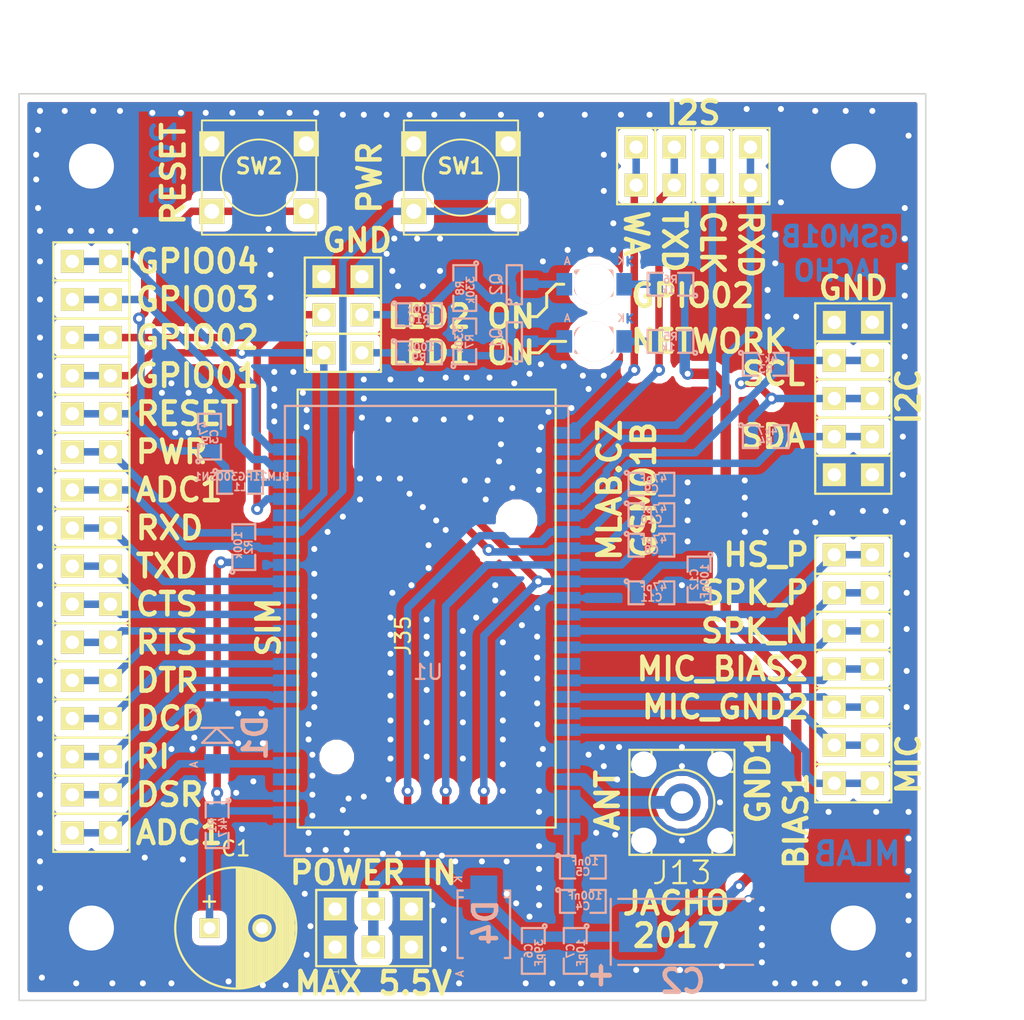
<source format=kicad_pcb>
(kicad_pcb (version 20160815) (host pcbnew no-vcs-found-7409~56~ubuntu16.04.1)
  (layers (0 F.Cu signal) (31 B.Cu signal) (34 B.Paste user) (35 F.Paste user) (36 B.SilkS user) (37 F.SilkS user) (38 B.Mask user) (39 F.Mask user) (44 Edge.Cuts user))
  (net 0 "")
  (net 1 GND)
  (net 2 "Net-(C1-Pad1)")
  (net 3 VCC)
  (net 4 /RESET)
  (net 5 "Net-(C8-Pad1)")
  (net 6 "Net-(C9-Pad1)")
  (net 7 "Net-(C10-Pad1)")
  (net 8 "Net-(C11-Pad1)")
  (net 9 /ADC1)
  (net 10 "Net-(D2-Pad1)")
  (net 11 "Net-(D2-Pad2)")
  (net 12 "Net-(D3-Pad1)")
  (net 13 "Net-(D3-Pad2)")
  (net 14 /PWR_ON)
  (net 15 /DSR)
  (net 16 /RI)
  (net 17 /DCD)
  (net 18 /DTR)
  (net 19 /RTS)
  (net 20 /CTS)
  (net 21 /TXD)
  (net 22 /RXD)
  (net 23 /HS_DET)
  (net 24 "Net-(J13-Pad1)")
  (net 25 /GPIO01)
  (net 26 /GPIO02)
  (net 27 /GPIO03)
  (net 28 /GPIO04)
  (net 29 /SPK_N)
  (net 30 /SPK_P)
  (net 31 /HS_P)
  (net 32 /I2S_RXD)
  (net 33 /I2S_CLK)
  (net 34 /I2S_TXD)
  (net 35 /I2S_WA)
  (net 36 /MIC_BIAS1)
  (net 37 /MIC_GND1)
  (net 38 /MIC_GND2)
  (net 39 /MIC_BIAS2)
  (net 40 "Net-(J30-Pad1)")
  (net 41 /SDA)
  (net 42 /SCL)
  (net 43 "Net-(J36-Pad2)")
  (net 44 "Net-(J37-Pad2)")
  (net 45 "Net-(L1-Pad2)")
  (net 46 "Net-(Q1-PadG)")
  (net 47 "Net-(Q2-PadG)")
  (net 48 /V_BCKP)
  (module Mlab_C:TantalC_SizeD_Reflow (layer B.Cu) (at 44.704 -4.826)
    (fp_text reference C2 (at -0.20066 3.29946) (layer B.SilkS) (effects (font (thickness 0.3048)) (justify mirror)))
    (fp_text value 470uF/6.3V hide)
    (fp_text user + (at -5.6515 2.79908) (layer B.SilkS) (effects (font (thickness 0.3048)) (justify mirror)))
    (pad 2 smd rect (at 3.175 0) (size 2.55016 2.70002) (layers B.Cu B.Paste B.Mask) (net 1 GND))
    (pad 1 smd rect (at -3.175 0) (size 2.55016 2.70002) (layers B.Cu B.Paste B.Mask) (net 3 VCC))
  )
  (module Mlab_R:SMD-0805 (layer B.Cu) (at 12.954 -37.846 90)
    (fp_text reference C3 (at 0 0.3175 90) (layer B.SilkS) (effects (font (size 0.50038 0.50038) (thickness 0.10922)) (justify mirror)))
    (fp_text value 47pF (at 0.127 -0.381 90) (layer B.SilkS) (effects (font (size 0.50038 0.50038) (thickness 0.10922)) (justify mirror)))
    (pad 1 smd rect (at -0.9525 0 90) (size 0.889 1.397) (layers B.Cu B.Paste B.Mask) (net 4 /RESET))
    (pad 2 smd rect (at 0.9525 0 90) (size 0.889 1.397) (layers B.Cu B.Paste B.Mask) (net 1 GND))
  )
  (module Mlab_R:SMD-0805 (layer B.Cu) (at 37.846 -6.858)
    (fp_text reference C4 (at 0 0.3175) (layer B.SilkS) (effects (font (size 0.50038 0.50038) (thickness 0.10922)) (justify mirror)))
    (fp_text value 100nF (at 0.127 -0.381) (layer B.SilkS) (effects (font (size 0.50038 0.50038) (thickness 0.10922)) (justify mirror)))
    (pad 1 smd rect (at -0.9525 0) (size 0.889 1.397) (layers B.Cu B.Paste B.Mask) (net 3 VCC))
    (pad 2 smd rect (at 0.9525 0) (size 0.889 1.397) (layers B.Cu B.Paste B.Mask) (net 1 GND))
  )
  (module Mlab_R:SMD-0805 (layer B.Cu) (at 37.846 -9.144)
    (fp_text reference C5 (at 0 0.3175) (layer B.SilkS) (effects (font (size 0.50038 0.50038) (thickness 0.10922)) (justify mirror)))
    (fp_text value 10nF (at 0.127 -0.381) (layer B.SilkS) (effects (font (size 0.50038 0.50038) (thickness 0.10922)) (justify mirror)))
    (pad 1 smd rect (at -0.9525 0) (size 0.889 1.397) (layers B.Cu B.Paste B.Mask) (net 3 VCC))
    (pad 2 smd rect (at 0.9525 0) (size 0.889 1.397) (layers B.Cu B.Paste B.Mask) (net 1 GND))
  )
  (module Mlab_R:SMD-0805 (layer B.Cu) (at 34.544 -3.556 270)
    (fp_text reference C6 (at 0 0.3175 270) (layer B.SilkS) (effects (font (size 0.50038 0.50038) (thickness 0.10922)) (justify mirror)))
    (fp_text value 39pF (at 0.127 -0.381 270) (layer B.SilkS) (effects (font (size 0.50038 0.50038) (thickness 0.10922)) (justify mirror)))
    (pad 1 smd rect (at -0.9525 0 270) (size 0.889 1.397) (layers B.Cu B.Paste B.Mask) (net 3 VCC))
    (pad 2 smd rect (at 0.9525 0 270) (size 0.889 1.397) (layers B.Cu B.Paste B.Mask) (net 1 GND))
  )
  (module Mlab_R:SMD-0805 (layer B.Cu) (at 37.338 -3.556 270)
    (fp_text reference C7 (at 0 0.3175 270) (layer B.SilkS) (effects (font (size 0.50038 0.50038) (thickness 0.10922)) (justify mirror)))
    (fp_text value 10pF (at 0.127 -0.381 270) (layer B.SilkS) (effects (font (size 0.50038 0.50038) (thickness 0.10922)) (justify mirror)))
    (pad 1 smd rect (at -0.9525 0 270) (size 0.889 1.397) (layers B.Cu B.Paste B.Mask) (net 3 VCC))
    (pad 2 smd rect (at 0.9525 0 270) (size 0.889 1.397) (layers B.Cu B.Paste B.Mask) (net 1 GND))
  )
  (module Mlab_R:SMD-0805 (layer B.Cu) (at 42.418 -30.607)
    (fp_text reference C8 (at 0 0.3175) (layer B.SilkS) (effects (font (size 0.50038 0.50038) (thickness 0.10922)) (justify mirror)))
    (fp_text value 47pF (at 0.127 -0.381) (layer B.SilkS) (effects (font (size 0.50038 0.50038) (thickness 0.10922)) (justify mirror)))
    (pad 1 smd rect (at -0.9525 0) (size 0.889 1.397) (layers B.Cu B.Paste B.Mask) (net 5 "Net-(C8-Pad1)"))
    (pad 2 smd rect (at 0.9525 0) (size 0.889 1.397) (layers B.Cu B.Paste B.Mask) (net 1 GND))
  )
  (module Mlab_R:SMD-0805 (layer B.Cu) (at 42.418 -34.671)
    (fp_text reference C9 (at 0 0.3175) (layer B.SilkS) (effects (font (size 0.50038 0.50038) (thickness 0.10922)) (justify mirror)))
    (fp_text value 47pF (at 0.127 -0.381) (layer B.SilkS) (effects (font (size 0.50038 0.50038) (thickness 0.10922)) (justify mirror)))
    (pad 1 smd rect (at -0.9525 0) (size 0.889 1.397) (layers B.Cu B.Paste B.Mask) (net 6 "Net-(C9-Pad1)"))
    (pad 2 smd rect (at 0.9525 0) (size 0.889 1.397) (layers B.Cu B.Paste B.Mask) (net 1 GND))
  )
  (module Mlab_R:SMD-0805 (layer B.Cu) (at 42.418 -32.639)
    (fp_text reference C10 (at 0 0.3175) (layer B.SilkS) (effects (font (size 0.50038 0.50038) (thickness 0.10922)) (justify mirror)))
    (fp_text value 47pF (at 0.127 -0.381) (layer B.SilkS) (effects (font (size 0.50038 0.50038) (thickness 0.10922)) (justify mirror)))
    (pad 1 smd rect (at -0.9525 0) (size 0.889 1.397) (layers B.Cu B.Paste B.Mask) (net 7 "Net-(C10-Pad1)"))
    (pad 2 smd rect (at 0.9525 0) (size 0.889 1.397) (layers B.Cu B.Paste B.Mask) (net 1 GND))
  )
  (module Mlab_R:SMD-0805 (layer B.Cu) (at 42.418 -27.432)
    (fp_text reference C11 (at 0 0.3175) (layer B.SilkS) (effects (font (size 0.50038 0.50038) (thickness 0.10922)) (justify mirror)))
    (fp_text value 47pF (at 0.127 -0.381) (layer B.SilkS) (effects (font (size 0.50038 0.50038) (thickness 0.10922)) (justify mirror)))
    (pad 1 smd rect (at -0.9525 0) (size 0.889 1.397) (layers B.Cu B.Paste B.Mask) (net 8 "Net-(C11-Pad1)"))
    (pad 2 smd rect (at 0.9525 0) (size 0.889 1.397) (layers B.Cu B.Paste B.Mask) (net 1 GND))
  )
  (module Mlab_R:SMD-0805 (layer B.Cu) (at 45.593 -28.321 270)
    (fp_text reference C12 (at 0 0.3175 270) (layer B.SilkS) (effects (font (size 0.50038 0.50038) (thickness 0.10922)) (justify mirror)))
    (fp_text value 100nF (at 0.127 -0.381 270) (layer B.SilkS) (effects (font (size 0.50038 0.50038) (thickness 0.10922)) (justify mirror)))
    (pad 1 smd rect (at -0.9525 0 270) (size 0.889 1.397) (layers B.Cu B.Paste B.Mask) (net 8 "Net-(C11-Pad1)"))
    (pad 2 smd rect (at 0.9525 0 270) (size 0.889 1.397) (layers B.Cu B.Paste B.Mask) (net 1 GND))
  )
  (module Mlab_D:Diode-MiniMELF_Standard (layer B.Cu) (at 13.462 -17.78 90)
    (fp_text reference D1 (at 0 2.54 90) (layer B.SilkS) (effects (font (thickness 0.3048)) (justify mirror)))
    (fp_text value BZV55C-3,6V hide)
    (fp_text user A (at -1.80086 -1.5494 90) (layer B.SilkS) (effects (font (size 0.50038 0.50038) (thickness 0.09906)) (justify mirror)))
    (fp_text user K (at 1.80086 -1.5494 90) (layer B.SilkS) (effects (font (size 0.50038 0.50038) (thickness 0.09906)) (justify mirror)))
    (pad 1 smd rect (at -1.75006 0 90) (size 1.30048 1.69926) (layers B.Cu B.Paste B.Mask) (net 9 /ADC1))
    (pad 2 smd rect (at 1.75006 0 90) (size 1.30048 1.69926) (layers B.Cu B.Paste B.Mask) (net 1 GND))
  )
  (module Mlab_D:LED_1206 (layer B.Cu) (at 38.608 -44.196)
    (fp_text reference D2 (at 0 0) (layer B.SilkS) (effects (font (thickness 0.3048)) (justify mirror)))
    (fp_text value LED hide)
    (fp_line (start 2.21488 -1.50622) (end 2.53492 -1.81102) (layer B.Cu) (width 0.15))
    (fp_line (start 2.25298 -1.52146) (end 2.5273 -1.24968) (layer B.Cu) (width 0.15))
    (fp_line (start 2.2225 -1.24968) (end 2.21742 -1.81864) (layer B.Cu) (width 0.15))
    (fp_text user A (at -1.80086 -1.5494) (layer B.SilkS) (effects (font (size 0.50038 0.50038) (thickness 0.09906)) (justify mirror)))
    (fp_text user K (at 1.80086 -1.5494) (layer B.SilkS) (effects (font (size 0.50038 0.50038) (thickness 0.09906)) (justify mirror)))
    (pad 1 smd rect (at -2 0) (size 1.05 1.5) (layers B.Cu B.Paste B.Mask) (net 10 "Net-(D2-Pad1)"))
    (pad 2 smd rect (at 2 0) (size 1.05 1.5) (layers B.Cu B.Paste B.Mask) (net 11 "Net-(D2-Pad2)"))
    (pad "" np_thru_hole circle (at 0 0) (size 2.7 2.7) (drill 2.7) (layers *.Cu *.Mask B.SilkS))
  )
  (module Mlab_D:LED_1206 (layer B.Cu) (at 38.608 -48.006)
    (fp_text reference D3 (at 0 0) (layer B.SilkS) (effects (font (thickness 0.3048)) (justify mirror)))
    (fp_text value LED hide)
    (fp_line (start 2.21488 -1.50622) (end 2.53492 -1.81102) (layer B.Cu) (width 0.15))
    (fp_line (start 2.25298 -1.52146) (end 2.5273 -1.24968) (layer B.Cu) (width 0.15))
    (fp_line (start 2.2225 -1.24968) (end 2.21742 -1.81864) (layer B.Cu) (width 0.15))
    (fp_text user A (at -1.80086 -1.5494) (layer B.SilkS) (effects (font (size 0.50038 0.50038) (thickness 0.09906)) (justify mirror)))
    (fp_text user K (at 1.80086 -1.5494) (layer B.SilkS) (effects (font (size 0.50038 0.50038) (thickness 0.09906)) (justify mirror)))
    (pad 1 smd rect (at -2 0) (size 1.05 1.5) (layers B.Cu B.Paste B.Mask) (net 12 "Net-(D3-Pad1)"))
    (pad 2 smd rect (at 2 0) (size 1.05 1.5) (layers B.Cu B.Paste B.Mask) (net 13 "Net-(D3-Pad2)"))
    (pad "" np_thru_hole circle (at 0 0) (size 2.7 2.7) (drill 2.7) (layers *.Cu *.Mask B.SilkS))
  )
  (module Mlab_Pin_Headers:Straight_1x02 (layer F.Cu) (at 5.08 -36.83 90)
    (fp_text reference J1 hide)
    (fp_text value JUMP_2x1 hide)
    (pad 2 thru_hole rect (at 0 1.27 90) (size 1.524 1.524) (drill 0.889) (layers *.Cu *.Mask F.SilkS) (net 14 /PWR_ON))
    (pad 1 thru_hole rect (at 0 -1.27 90) (size 1.524 1.524) (drill 0.889) (layers *.Cu *.Mask F.SilkS) (net 14 /PWR_ON))
  )
  (module Mlab_Pin_Headers:Straight_1x02 (layer F.Cu) (at 5.08 -39.37 90)
    (fp_text reference J2 hide)
    (fp_text value JUMP_2x1 hide)
    (pad 2 thru_hole rect (at 0 1.27 90) (size 1.524 1.524) (drill 0.889) (layers *.Cu *.Mask F.SilkS) (net 4 /RESET))
    (pad 1 thru_hole rect (at 0 -1.27 90) (size 1.524 1.524) (drill 0.889) (layers *.Cu *.Mask F.SilkS) (net 4 /RESET))
  )
  (module Mlab_Pin_Headers:Straight_1x02 (layer F.Cu) (at 5.08 -13.97 90)
    (fp_text reference J3 hide)
    (fp_text value JUMP_2x1 hide)
    (pad 2 thru_hole rect (at 0 1.27 90) (size 1.524 1.524) (drill 0.889) (layers *.Cu *.Mask F.SilkS) (net 15 /DSR))
    (pad 1 thru_hole rect (at 0 -1.27 90) (size 1.524 1.524) (drill 0.889) (layers *.Cu *.Mask F.SilkS) (net 15 /DSR))
  )
  (module Mlab_Pin_Headers:Straight_1x02 (layer F.Cu) (at 5.08 -16.51 90)
    (fp_text reference J4 hide)
    (fp_text value JUMP_2x1 hide)
    (pad 2 thru_hole rect (at 0 1.27 90) (size 1.524 1.524) (drill 0.889) (layers *.Cu *.Mask F.SilkS) (net 16 /RI))
    (pad 1 thru_hole rect (at 0 -1.27 90) (size 1.524 1.524) (drill 0.889) (layers *.Cu *.Mask F.SilkS) (net 16 /RI))
  )
  (module Mlab_Pin_Headers:Straight_1x02 (layer F.Cu) (at 5.08 -19.05 90)
    (fp_text reference J5 hide)
    (fp_text value JUMP_2x1 hide)
    (pad 2 thru_hole rect (at 0 1.27 90) (size 1.524 1.524) (drill 0.889) (layers *.Cu *.Mask F.SilkS) (net 17 /DCD))
    (pad 1 thru_hole rect (at 0 -1.27 90) (size 1.524 1.524) (drill 0.889) (layers *.Cu *.Mask F.SilkS) (net 17 /DCD))
  )
  (module Mlab_Pin_Headers:Straight_1x02 (layer F.Cu) (at 5.08 -21.59 90)
    (fp_text reference J6 hide)
    (fp_text value JUMP_2x1 hide)
    (pad 2 thru_hole rect (at 0 1.27 90) (size 1.524 1.524) (drill 0.889) (layers *.Cu *.Mask F.SilkS) (net 18 /DTR))
    (pad 1 thru_hole rect (at 0 -1.27 90) (size 1.524 1.524) (drill 0.889) (layers *.Cu *.Mask F.SilkS) (net 18 /DTR))
  )
  (module Mlab_Pin_Headers:Straight_1x02 (layer F.Cu) (at 5.08 -24.13 90)
    (fp_text reference J7 hide)
    (fp_text value JUMP_2x1 hide)
    (pad 2 thru_hole rect (at 0 1.27 90) (size 1.524 1.524) (drill 0.889) (layers *.Cu *.Mask F.SilkS) (net 19 /RTS))
    (pad 1 thru_hole rect (at 0 -1.27 90) (size 1.524 1.524) (drill 0.889) (layers *.Cu *.Mask F.SilkS) (net 19 /RTS))
  )
  (module Mlab_Pin_Headers:Straight_1x02 (layer F.Cu) (at 5.08 -26.67 90)
    (fp_text reference J8 hide)
    (fp_text value JUMP_2x1 hide)
    (pad 2 thru_hole rect (at 0 1.27 90) (size 1.524 1.524) (drill 0.889) (layers *.Cu *.Mask F.SilkS) (net 20 /CTS))
    (pad 1 thru_hole rect (at 0 -1.27 90) (size 1.524 1.524) (drill 0.889) (layers *.Cu *.Mask F.SilkS) (net 20 /CTS))
  )
  (module Mlab_Pin_Headers:Straight_1x02 (layer F.Cu) (at 5.08 -29.21 90)
    (fp_text reference J9 hide)
    (fp_text value JUMP_2x1 hide)
    (pad 2 thru_hole rect (at 0 1.27 90) (size 1.524 1.524) (drill 0.889) (layers *.Cu *.Mask F.SilkS) (net 21 /TXD))
    (pad 1 thru_hole rect (at 0 -1.27 90) (size 1.524 1.524) (drill 0.889) (layers *.Cu *.Mask F.SilkS) (net 21 /TXD))
  )
  (module Mlab_Pin_Headers:Straight_1x02 (layer F.Cu) (at 5.08 -31.75 90)
    (fp_text reference J10 hide)
    (fp_text value JUMP_2x1 hide)
    (pad 2 thru_hole rect (at 0 1.27 90) (size 1.524 1.524) (drill 0.889) (layers *.Cu *.Mask F.SilkS) (net 22 /RXD))
    (pad 1 thru_hole rect (at 0 -1.27 90) (size 1.524 1.524) (drill 0.889) (layers *.Cu *.Mask F.SilkS) (net 22 /RXD))
  )
  (module Mlab_Pin_Headers:Straight_1x02 (layer F.Cu) (at 5.08 -34.29 90)
    (fp_text reference J11 hide)
    (fp_text value JUMP_2x1 hide)
    (pad 2 thru_hole rect (at 0 1.27 90) (size 1.524 1.524) (drill 0.889) (layers *.Cu *.Mask F.SilkS) (net 23 /HS_DET))
    (pad 1 thru_hole rect (at 0 -1.27 90) (size 1.524 1.524) (drill 0.889) (layers *.Cu *.Mask F.SilkS) (net 23 /HS_DET))
  )
  (module Mlab_Pin_Headers:Straight_1x02 (layer F.Cu) (at 21.844 -48.514 90)
    (fp_text reference J12 hide)
    (fp_text value JUMP_2x1 hide)
    (pad 2 thru_hole rect (at 0 1.27 90) (size 1.524 1.524) (drill 0.889) (layers *.Cu *.Mask F.SilkS) (net 1 GND))
    (pad 1 thru_hole rect (at 0 -1.27 90) (size 1.524 1.524) (drill 0.889) (layers *.Cu *.Mask F.SilkS) (net 1 GND))
  )
  (module Mlab_Con:SMA6251A13G50 (layer F.Cu) (at 44.45 -13.462)
    (fp_text reference J13 (at 0 4.699) (layer F.SilkS) (effects (font (size 1.5 1.5))))
    (fp_text value SMA hide)
    (pad 1 thru_hole circle (at 0 0 180) (size 2.5 2.5) (drill 1.5) (layers *.Cu *.Mask) (net 24 "Net-(J13-Pad1)"))
    (pad 2 thru_hole circle (at 2.54 2.54 180) (size 2.7 2.7) (drill 1.7) (layers *.Cu *.Mask) (net 1 GND))
    (pad 2 thru_hole circle (at -2.54 2.54 180) (size 2.7 2.7) (drill 1.7) (layers *.Cu *.Mask) (net 1 GND))
    (pad 2 thru_hole circle (at -2.54 -2.54 180) (size 2.7 2.7) (drill 1.7) (layers *.Cu *.Mask) (net 1 GND))
    (pad 2 thru_hole circle (at 2.54 -2.54 180) (size 2.7 2.7) (drill 1.7) (layers *.Cu *.Mask) (net 1 GND))
  )
  (module Mlab_Pin_Headers:Straight_1x02 (layer F.Cu) (at 5.08 -11.43 90)
    (fp_text reference J14 hide)
    (fp_text value JUMP_2x1 hide)
    (pad 2 thru_hole rect (at 0 1.27 90) (size 1.524 1.524) (drill 0.889) (layers *.Cu *.Mask F.SilkS) (net 9 /ADC1))
    (pad 1 thru_hole rect (at 0 -1.27 90) (size 1.524 1.524) (drill 0.889) (layers *.Cu *.Mask F.SilkS) (net 9 /ADC1))
  )
  (module Mlab_Pin_Headers:Straight_1x02 (layer F.Cu) (at 5.08 -41.91 90)
    (fp_text reference J15 hide)
    (fp_text value JUMP_2x1 hide)
    (pad 2 thru_hole rect (at 0 1.27 90) (size 1.524 1.524) (drill 0.889) (layers *.Cu *.Mask F.SilkS) (net 25 /GPIO01))
    (pad 1 thru_hole rect (at 0 -1.27 90) (size 1.524 1.524) (drill 0.889) (layers *.Cu *.Mask F.SilkS) (net 25 /GPIO01))
  )
  (module Mlab_Pin_Headers:Straight_1x02 (layer F.Cu) (at 5.08 -44.45 90)
    (fp_text reference J16 hide)
    (fp_text value JUMP_2x1 hide)
    (pad 2 thru_hole rect (at 0 1.27 90) (size 1.524 1.524) (drill 0.889) (layers *.Cu *.Mask F.SilkS) (net 26 /GPIO02))
    (pad 1 thru_hole rect (at 0 -1.27 90) (size 1.524 1.524) (drill 0.889) (layers *.Cu *.Mask F.SilkS) (net 26 /GPIO02))
  )
  (module Mlab_Pin_Headers:Straight_1x02 (layer F.Cu) (at 5.08 -46.99 90)
    (fp_text reference J17 hide)
    (fp_text value JUMP_2x1 hide)
    (pad 2 thru_hole rect (at 0 1.27 90) (size 1.524 1.524) (drill 0.889) (layers *.Cu *.Mask F.SilkS) (net 27 /GPIO03))
    (pad 1 thru_hole rect (at 0 -1.27 90) (size 1.524 1.524) (drill 0.889) (layers *.Cu *.Mask F.SilkS) (net 27 /GPIO03))
  )
  (module Mlab_Pin_Headers:Straight_1x02 (layer F.Cu) (at 5.08 -49.53 90)
    (fp_text reference J18 hide)
    (fp_text value JUMP_2x1 hide)
    (pad 2 thru_hole rect (at 0 1.27 90) (size 1.524 1.524) (drill 0.889) (layers *.Cu *.Mask F.SilkS) (net 28 /GPIO04))
    (pad 1 thru_hole rect (at 0 -1.27 90) (size 1.524 1.524) (drill 0.889) (layers *.Cu *.Mask F.SilkS) (net 28 /GPIO04))
  )
  (module Mlab_Pin_Headers:Straight_1x02 (layer F.Cu) (at 55.88 -24.892 90)
    (fp_text reference J19 hide)
    (fp_text value JUMP_2x1 hide)
    (pad 2 thru_hole rect (at 0 1.27 90) (size 1.524 1.524) (drill 0.889) (layers *.Cu *.Mask F.SilkS) (net 29 /SPK_N))
    (pad 1 thru_hole rect (at 0 -1.27 90) (size 1.524 1.524) (drill 0.889) (layers *.Cu *.Mask F.SilkS) (net 29 /SPK_N))
  )
  (module Mlab_Pin_Headers:Straight_1x02 (layer F.Cu) (at 55.88 -27.432 90)
    (fp_text reference J20 hide)
    (fp_text value JUMP_2x1 hide)
    (pad 2 thru_hole rect (at 0 1.27 90) (size 1.524 1.524) (drill 0.889) (layers *.Cu *.Mask F.SilkS) (net 30 /SPK_P))
    (pad 1 thru_hole rect (at 0 -1.27 90) (size 1.524 1.524) (drill 0.889) (layers *.Cu *.Mask F.SilkS) (net 30 /SPK_P))
  )
  (module Mlab_Pin_Headers:Straight_1x02 (layer F.Cu) (at 55.88 -29.972 90)
    (fp_text reference J21 hide)
    (fp_text value JUMP_2x1 hide)
    (pad 2 thru_hole rect (at 0 1.27 90) (size 1.524 1.524) (drill 0.889) (layers *.Cu *.Mask F.SilkS) (net 31 /HS_P))
    (pad 1 thru_hole rect (at 0 -1.27 90) (size 1.524 1.524) (drill 0.889) (layers *.Cu *.Mask F.SilkS) (net 31 /HS_P))
  )
  (module Mlab_Pin_Headers:Straight_1x02 (layer F.Cu) (at 49.022 -55.88 180)
    (fp_text reference J22 hide)
    (fp_text value JUMP_2x1 hide)
    (pad 2 thru_hole rect (at 0 1.27 180) (size 1.524 1.524) (drill 0.889) (layers *.Cu *.Mask F.SilkS) (net 32 /I2S_RXD))
    (pad 1 thru_hole rect (at 0 -1.27 180) (size 1.524 1.524) (drill 0.889) (layers *.Cu *.Mask F.SilkS) (net 32 /I2S_RXD))
  )
  (module Mlab_Pin_Headers:Straight_1x02 (layer F.Cu) (at 46.482 -55.88 180)
    (fp_text reference J23 hide)
    (fp_text value JUMP_2x1 hide)
    (pad 2 thru_hole rect (at 0 1.27 180) (size 1.524 1.524) (drill 0.889) (layers *.Cu *.Mask F.SilkS) (net 33 /I2S_CLK))
    (pad 1 thru_hole rect (at 0 -1.27 180) (size 1.524 1.524) (drill 0.889) (layers *.Cu *.Mask F.SilkS) (net 33 /I2S_CLK))
  )
  (module Mlab_Pin_Headers:Straight_1x02 (layer F.Cu) (at 43.942 -55.88 180)
    (fp_text reference J24 hide)
    (fp_text value JUMP_2x1 hide)
    (pad 2 thru_hole rect (at 0 1.27 180) (size 1.524 1.524) (drill 0.889) (layers *.Cu *.Mask F.SilkS) (net 34 /I2S_TXD))
    (pad 1 thru_hole rect (at 0 -1.27 180) (size 1.524 1.524) (drill 0.889) (layers *.Cu *.Mask F.SilkS) (net 34 /I2S_TXD))
  )
  (module Mlab_Pin_Headers:Straight_1x02 (layer F.Cu) (at 41.402 -55.88 180)
    (fp_text reference J25 hide)
    (fp_text value JUMP_2x1 hide)
    (pad 2 thru_hole rect (at 0 1.27 180) (size 1.524 1.524) (drill 0.889) (layers *.Cu *.Mask F.SilkS) (net 35 /I2S_WA))
    (pad 1 thru_hole rect (at 0 -1.27 180) (size 1.524 1.524) (drill 0.889) (layers *.Cu *.Mask F.SilkS) (net 35 /I2S_WA))
  )
  (module Mlab_Pin_Headers:Straight_1x02 (layer F.Cu) (at 55.88 -14.732 90)
    (fp_text reference J26 hide)
    (fp_text value JUMP_2x1 hide)
    (pad 2 thru_hole rect (at 0 1.27 90) (size 1.524 1.524) (drill 0.889) (layers *.Cu *.Mask F.SilkS) (net 36 /MIC_BIAS1))
    (pad 1 thru_hole rect (at 0 -1.27 90) (size 1.524 1.524) (drill 0.889) (layers *.Cu *.Mask F.SilkS) (net 36 /MIC_BIAS1))
  )
  (module Mlab_Pin_Headers:Straight_1x02 (layer F.Cu) (at 55.88 -17.272 90)
    (fp_text reference J27 hide)
    (fp_text value JUMP_2x1 hide)
    (pad 2 thru_hole rect (at 0 1.27 90) (size 1.524 1.524) (drill 0.889) (layers *.Cu *.Mask F.SilkS) (net 37 /MIC_GND1))
    (pad 1 thru_hole rect (at 0 -1.27 90) (size 1.524 1.524) (drill 0.889) (layers *.Cu *.Mask F.SilkS) (net 37 /MIC_GND1))
  )
  (module Mlab_Pin_Headers:Straight_1x02 (layer F.Cu) (at 55.88 -19.812 90)
    (fp_text reference J28 hide)
    (fp_text value JUMP_2x1 hide)
    (pad 2 thru_hole rect (at 0 1.27 90) (size 1.524 1.524) (drill 0.889) (layers *.Cu *.Mask F.SilkS) (net 38 /MIC_GND2))
    (pad 1 thru_hole rect (at 0 -1.27 90) (size 1.524 1.524) (drill 0.889) (layers *.Cu *.Mask F.SilkS) (net 38 /MIC_GND2))
  )
  (module Mlab_Pin_Headers:Straight_1x02 (layer F.Cu) (at 55.88 -22.352 90)
    (fp_text reference J29 hide)
    (fp_text value JUMP_2x1 hide)
    (pad 2 thru_hole rect (at 0 1.27 90) (size 1.524 1.524) (drill 0.889) (layers *.Cu *.Mask F.SilkS) (net 39 /MIC_BIAS2))
    (pad 1 thru_hole rect (at 0 -1.27 90) (size 1.524 1.524) (drill 0.889) (layers *.Cu *.Mask F.SilkS) (net 39 /MIC_BIAS2))
  )
  (module Mlab_Pin_Headers:Straight_1x02 (layer F.Cu) (at 55.88 -40.386 90)
    (fp_text reference J30 hide)
    (fp_text value JUMP_2x1 hide)
    (pad 2 thru_hole rect (at 0 1.27 90) (size 1.524 1.524) (drill 0.889) (layers *.Cu *.Mask F.SilkS) (net 40 "Net-(J30-Pad1)"))
    (pad 1 thru_hole rect (at 0 -1.27 90) (size 1.524 1.524) (drill 0.889) (layers *.Cu *.Mask F.SilkS) (net 40 "Net-(J30-Pad1)"))
  )
  (module Mlab_Pin_Headers:Straight_1x02 (layer F.Cu) (at 55.88 -37.846 90)
    (fp_text reference J31 hide)
    (fp_text value JUMP_2x1 hide)
    (pad 2 thru_hole rect (at 0 1.27 90) (size 1.524 1.524) (drill 0.889) (layers *.Cu *.Mask F.SilkS) (net 41 /SDA))
    (pad 1 thru_hole rect (at 0 -1.27 90) (size 1.524 1.524) (drill 0.889) (layers *.Cu *.Mask F.SilkS) (net 41 /SDA))
  )
  (module Mlab_Pin_Headers:Straight_1x02 (layer F.Cu) (at 55.88 -42.926 90)
    (fp_text reference J32 hide)
    (fp_text value JUMP_2x1 hide)
    (pad 2 thru_hole rect (at 0 1.27 90) (size 1.524 1.524) (drill 0.889) (layers *.Cu *.Mask F.SilkS) (net 42 /SCL))
    (pad 1 thru_hole rect (at 0 -1.27 90) (size 1.524 1.524) (drill 0.889) (layers *.Cu *.Mask F.SilkS) (net 42 /SCL))
  )
  (module Mlab_Pin_Headers:Straight_1x02 (layer F.Cu) (at 55.88 -45.466 90)
    (fp_text reference J33 hide)
    (fp_text value JUMP_2x1 hide)
    (pad 2 thru_hole rect (at 0 1.27 90) (size 1.524 1.524) (drill 0.889) (layers *.Cu *.Mask F.SilkS) (net 1 GND))
    (pad 1 thru_hole rect (at 0 -1.27 90) (size 1.524 1.524) (drill 0.889) (layers *.Cu *.Mask F.SilkS) (net 1 GND))
  )
  (module Mlab_Pin_Headers:Straight_1x02 (layer F.Cu) (at 55.88 -35.306 90)
    (fp_text reference J34 hide)
    (fp_text value JUMP_2x1 hide)
    (pad 2 thru_hole rect (at 0 1.27 90) (size 1.524 1.524) (drill 0.889) (layers *.Cu *.Mask F.SilkS) (net 1 GND))
    (pad 1 thru_hole rect (at 0 -1.27 90) (size 1.524 1.524) (drill 0.889) (layers *.Cu *.Mask F.SilkS) (net 1 GND))
  )
  (module Mlab_Pin_Headers:Straight_1x02 (layer F.Cu) (at 21.844 -43.434 90)
    (fp_text reference J36 hide)
    (fp_text value JUMP2_2x1 hide)
    (pad 2 thru_hole rect (at 0 1.27 90) (size 1.524 1.524) (drill 0.889) (layers *.Cu *.Mask F.SilkS) (net 43 "Net-(J36-Pad2)"))
    (pad 1 thru_hole rect (at 0 -1.27 90) (size 1.524 1.524) (drill 0.889) (layers *.Cu *.Mask F.SilkS) (net 25 /GPIO01))
  )
  (module Mlab_Pin_Headers:Straight_1x02 (layer F.Cu) (at 21.844 -45.974 90)
    (fp_text reference J37 hide)
    (fp_text value JUMP2_2x1 hide)
    (pad 2 thru_hole rect (at 0 1.27 90) (size 1.524 1.524) (drill 0.889) (layers *.Cu *.Mask F.SilkS) (net 44 "Net-(J37-Pad2)"))
    (pad 1 thru_hole rect (at 0 -1.27 90) (size 1.524 1.524) (drill 0.889) (layers *.Cu *.Mask F.SilkS) (net 26 /GPIO02))
  )
  (module Mlab_Pin_Headers:Straight_2x03 (layer F.Cu) (at 23.876 -5.08 90)
    (fp_text reference J38 hide)
    (fp_text value JUMP_3X2 hide)
    (fp_text user 1 (at -2.921 -2.54 90) (layer F.SilkS) (effects (font (size 0.5 0.5) (thickness 0.05))))
    (pad 1 thru_hole rect (at -1.27 -2.54 90) (size 1.524 1.524) (drill 0.889) (layers *.Cu *.Mask F.SilkS) (net 1 GND))
    (pad 2 thru_hole rect (at 1.27 -2.54 90) (size 1.524 1.524) (drill 0.889) (layers *.Cu *.Mask F.SilkS) (net 1 GND))
    (pad 3 thru_hole rect (at -1.27 0 90) (size 1.524 1.524) (drill 0.889) (layers *.Cu *.Mask F.SilkS) (net 3 VCC))
    (pad 4 thru_hole rect (at 1.27 0 90) (size 1.524 1.524) (drill 0.889) (layers *.Cu *.Mask F.SilkS) (net 3 VCC))
    (pad 5 thru_hole rect (at -1.27 2.54 90) (size 1.524 1.524) (drill 0.889) (layers *.Cu *.Mask F.SilkS) (net 1 GND))
    (pad 6 thru_hole rect (at 1.27 2.54 90) (size 1.524 1.524) (drill 0.889) (layers *.Cu *.Mask F.SilkS) (net 1 GND))
  )
  (module Mlab_R:SMD-0805 (layer B.Cu) (at 14.986 -34.798)
    (fp_text reference L1 (at 0 0.3175) (layer B.SilkS) (effects (font (size 0.50038 0.50038) (thickness 0.10922)) (justify mirror)))
    (fp_text value BLM21PG300SN1 (at 0.127 -0.381) (layer B.SilkS) (effects (font (size 0.50038 0.50038) (thickness 0.10922)) (justify mirror)))
    (pad 1 smd rect (at -0.9525 0) (size 0.889 1.397) (layers B.Cu B.Paste B.Mask) (net 4 /RESET))
    (pad 2 smd rect (at 0.9525 0) (size 0.889 1.397) (layers B.Cu B.Paste B.Mask) (net 45 "Net-(L1-Pad2)"))
  )
  (module Mlab_Mechanical:MountingHole_3mm (layer F.Cu) (at 5.08 -55.88)
    (fp_text reference M1 hide)
    (fp_text value HOLE hide)
    (pad 1 thru_hole circle (at 0 0) (size 6 6) (drill 3) (layers *.Cu *.Adhes *.Mask) (net 1 GND) (clearance 1))
  )
  (module Mlab_Mechanical:MountingHole_3mm (layer F.Cu) (at 55.88 -5.08)
    (fp_text reference M2 hide)
    (fp_text value HOLE hide)
    (pad 1 thru_hole circle (at 0 0) (size 6 6) (drill 3) (layers *.Cu *.Adhes *.Mask) (net 1 GND) (clearance 1))
  )
  (module Mlab_Mechanical:MountingHole_3mm (layer F.Cu) (at 55.88 -55.88)
    (fp_text reference M3 hide)
    (fp_text value HOLE hide)
    (pad 1 thru_hole circle (at 0 0) (size 6 6) (drill 3) (layers *.Cu *.Adhes *.Mask) (net 1 GND) (clearance 1))
  )
  (module Mlab_Mechanical:MountingHole_3mm (layer F.Cu) (at 5.08 -5.08)
    (fp_text reference M4 hide)
    (fp_text value HOLE hide)
    (pad 1 thru_hole circle (at 0 0) (size 6 6) (drill 3) (layers *.Cu *.Adhes *.Mask) (net 1 GND) (clearance 1))
  )
  (module Mlab_T:SOT-23 (layer B.Cu) (at 33.274 -44.196 90)
    (fp_text reference Q1 (at 0.1905 -1.2065 90) (layer B.SilkS) (effects (font (size 0.762 0.762) (thickness 0.11938)) (justify mirror)))
    (fp_text value MMBF170LT1G hide)
    (pad D smd rect (at 0 1.09982 90) (size 0.8001 1.00076) (layers B.Cu B.Paste B.Mask) (net 10 "Net-(D2-Pad1)"))
    (pad S smd rect (at 0.9525 -1.09982 90) (size 0.8001 1.00076) (layers B.Cu B.Paste B.Mask) (net 1 GND))
    (pad G smd rect (at -0.9525 -1.09982 90) (size 0.8001 1.00076) (layers B.Cu B.Paste B.Mask) (net 46 "Net-(Q1-PadG)"))
  )
  (module Mlab_T:SOT-23 (layer B.Cu) (at 33.274 -48.006 90)
    (fp_text reference Q2 (at 0 -1.2065 90) (layer B.SilkS) (effects (font (size 0.762 0.762) (thickness 0.11938)) (justify mirror)))
    (fp_text value MMBF170LT1G hide)
    (pad D smd rect (at 0 1.09982 90) (size 0.8001 1.00076) (layers B.Cu B.Paste B.Mask) (net 12 "Net-(D3-Pad1)"))
    (pad S smd rect (at 0.9525 -1.09982 90) (size 0.8001 1.00076) (layers B.Cu B.Paste B.Mask) (net 1 GND))
    (pad G smd rect (at -0.9525 -1.09982 90) (size 0.8001 1.00076) (layers B.Cu B.Paste B.Mask) (net 47 "Net-(Q2-PadG)"))
  )
  (module Mlab_R:SMD-0805 (layer B.Cu) (at 13.462 -11.938 270)
    (fp_text reference R1 (at 0 0.3175 270) (layer B.SilkS) (effects (font (size 0.50038 0.50038) (thickness 0.10922)) (justify mirror)))
    (fp_text value 4k7 (at 0.127 -0.381 270) (layer B.SilkS) (effects (font (size 0.50038 0.50038) (thickness 0.10922)) (justify mirror)))
    (pad 1 smd rect (at -0.9525 0 270) (size 0.889 1.397) (layers B.Cu B.Paste B.Mask) (net 48 /V_BCKP))
    (pad 2 smd rect (at 0.9525 0 270) (size 0.889 1.397) (layers B.Cu B.Paste B.Mask) (net 2 "Net-(C1-Pad1)"))
  )
  (module Mlab_R:SMD-0805 (layer B.Cu) (at 15.24 -30.48 90)
    (fp_text reference R2 (at 0 0.3175 90) (layer B.SilkS) (effects (font (size 0.50038 0.50038) (thickness 0.10922)) (justify mirror)))
    (fp_text value 100k (at 0.127 -0.381 90) (layer B.SilkS) (effects (font (size 0.50038 0.50038) (thickness 0.10922)) (justify mirror)))
    (pad 1 smd rect (at -0.9525 0 90) (size 0.889 1.397) (layers B.Cu B.Paste B.Mask) (net 48 /V_BCKP))
    (pad 2 smd rect (at 0.9525 0 90) (size 0.889 1.397) (layers B.Cu B.Paste B.Mask) (net 14 /PWR_ON))
  )
  (module Mlab_R:SMD-0805 (layer B.Cu) (at 50.038 -42.672)
    (fp_text reference R3 (at 0 0.3175) (layer B.SilkS) (effects (font (size 0.50038 0.50038) (thickness 0.10922)) (justify mirror)))
    (fp_text value 4k7 (at 0.127 -0.381) (layer B.SilkS) (effects (font (size 0.50038 0.50038) (thickness 0.10922)) (justify mirror)))
    (pad 1 smd rect (at -0.9525 0) (size 0.889 1.397) (layers B.Cu B.Paste B.Mask) (net 40 "Net-(J30-Pad1)"))
    (pad 2 smd rect (at 0.9525 0) (size 0.889 1.397) (layers B.Cu B.Paste B.Mask) (net 42 /SCL))
  )
  (module Mlab_R:SMD-0805 (layer B.Cu) (at 50.038 -37.846)
    (fp_text reference R4 (at 0 0.3175) (layer B.SilkS) (effects (font (size 0.50038 0.50038) (thickness 0.10922)) (justify mirror)))
    (fp_text value 4k7 (at 0.127 -0.381) (layer B.SilkS) (effects (font (size 0.50038 0.50038) (thickness 0.10922)) (justify mirror)))
    (pad 1 smd rect (at -0.9525 0) (size 0.889 1.397) (layers B.Cu B.Paste B.Mask) (net 40 "Net-(J30-Pad1)"))
    (pad 2 smd rect (at 0.9525 0) (size 0.889 1.397) (layers B.Cu B.Paste B.Mask) (net 41 /SDA))
  )
  (module Mlab_R:SMD-0805 (layer B.Cu) (at 43.688 -44.196 180)
    (fp_text reference R5 (at 0 0.3175 180) (layer B.SilkS) (effects (font (size 0.50038 0.50038) (thickness 0.10922)) (justify mirror)))
    (fp_text value 1k (at 0.127 -0.381 180) (layer B.SilkS) (effects (font (size 0.50038 0.50038) (thickness 0.10922)) (justify mirror)))
    (pad 1 smd rect (at -0.9525 0 180) (size 0.889 1.397) (layers B.Cu B.Paste B.Mask) (net 3 VCC))
    (pad 2 smd rect (at 0.9525 0 180) (size 0.889 1.397) (layers B.Cu B.Paste B.Mask) (net 11 "Net-(D2-Pad2)"))
  )
  (module Mlab_R:SMD-0805 (layer B.Cu) (at 43.688 -48.006 180)
    (fp_text reference R6 (at 0 0.3175 180) (layer B.SilkS) (effects (font (size 0.50038 0.50038) (thickness 0.10922)) (justify mirror)))
    (fp_text value 1k (at 0.127 -0.381 180) (layer B.SilkS) (effects (font (size 0.50038 0.50038) (thickness 0.10922)) (justify mirror)))
    (pad 1 smd rect (at -0.9525 0 180) (size 0.889 1.397) (layers B.Cu B.Paste B.Mask) (net 3 VCC))
    (pad 2 smd rect (at 0.9525 0 180) (size 0.889 1.397) (layers B.Cu B.Paste B.Mask) (net 13 "Net-(D3-Pad2)"))
  )
  (module Mlab_R:SMD-0805 (layer B.Cu) (at 29.972 -44.196 90)
    (fp_text reference R7 (at 0 0.3175 90) (layer B.SilkS) (effects (font (size 0.50038 0.50038) (thickness 0.10922)) (justify mirror)))
    (fp_text value 330k (at 0.127 -0.381 90) (layer B.SilkS) (effects (font (size 0.50038 0.50038) (thickness 0.10922)) (justify mirror)))
    (pad 1 smd rect (at -0.9525 0 90) (size 0.889 1.397) (layers B.Cu B.Paste B.Mask) (net 46 "Net-(Q1-PadG)"))
    (pad 2 smd rect (at 0.9525 0 90) (size 0.889 1.397) (layers B.Cu B.Paste B.Mask) (net 1 GND))
  )
  (module Mlab_R:SMD-0805 (layer B.Cu) (at 29.972 -47.752 270)
    (fp_text reference R8 (at 0 0.3175 270) (layer B.SilkS) (effects (font (size 0.50038 0.50038) (thickness 0.10922)) (justify mirror)))
    (fp_text value 330k (at 0.127 -0.381 270) (layer B.SilkS) (effects (font (size 0.50038 0.50038) (thickness 0.10922)) (justify mirror)))
    (pad 1 smd rect (at -0.9525 0 270) (size 0.889 1.397) (layers B.Cu B.Paste B.Mask) (net 47 "Net-(Q2-PadG)"))
    (pad 2 smd rect (at 0.9525 0 270) (size 0.889 1.397) (layers B.Cu B.Paste B.Mask) (net 1 GND))
  )
  (module Mlab_R:SMD-0805 (layer B.Cu) (at 26.924 -43.434)
    (fp_text reference R9 (at 0 0.3175) (layer B.SilkS) (effects (font (size 0.50038 0.50038) (thickness 0.10922)) (justify mirror)))
    (fp_text value 100k (at 0.127 -0.381) (layer B.SilkS) (effects (font (size 0.50038 0.50038) (thickness 0.10922)) (justify mirror)))
    (pad 1 smd rect (at -0.9525 0) (size 0.889 1.397) (layers B.Cu B.Paste B.Mask) (net 43 "Net-(J36-Pad2)"))
    (pad 2 smd rect (at 0.9525 0) (size 0.889 1.397) (layers B.Cu B.Paste B.Mask) (net 46 "Net-(Q1-PadG)"))
  )
  (module Mlab_R:SMD-0805 (layer B.Cu) (at 26.924 -45.974)
    (fp_text reference R10 (at 0 0.3175) (layer B.SilkS) (effects (font (size 0.50038 0.50038) (thickness 0.10922)) (justify mirror)))
    (fp_text value 100k (at 0.127 -0.381) (layer B.SilkS) (effects (font (size 0.50038 0.50038) (thickness 0.10922)) (justify mirror)))
    (pad 1 smd rect (at -0.9525 0) (size 0.889 1.397) (layers B.Cu B.Paste B.Mask) (net 44 "Net-(J37-Pad2)"))
    (pad 2 smd rect (at 0.9525 0) (size 0.889 1.397) (layers B.Cu B.Paste B.Mask) (net 47 "Net-(Q2-PadG)"))
  )
  (module Mlab_SW:SW_PUSH_SMALL (layer F.Cu) (at 29.718 -55.118)
    (fp_text reference SW1 (at 0 -0.762) (layer F.SilkS) (effects (font (size 1.016 1.016) (thickness 0.2032))))
    (fp_text value SW_PUSH hide)
    (pad 1 thru_hole rect (at 3.15 -2.25) (size 1.6764 1.6764) (drill 1) (layers *.Cu *.Mask F.SilkS) (net 1 GND))
    (pad 2 thru_hole rect (at 3.15 2.25) (size 1.6764 1.6764) (drill 1) (layers *.Cu *.Mask F.SilkS) (net 14 /PWR_ON))
    (pad 1 thru_hole rect (at -3.15 -2.25) (size 1.6764 1.6764) (drill 1) (layers *.Cu *.Mask F.SilkS) (net 1 GND))
    (pad 2 thru_hole rect (at -3.15 2.25) (size 1.6764 1.6764) (drill 1) (layers *.Cu *.Mask F.SilkS) (net 14 /PWR_ON))
  )
  (module Mlab_SW:SW_PUSH_SMALL (layer F.Cu) (at 16.256 -55.118)
    (fp_text reference SW2 (at 0 -0.762) (layer F.SilkS) (effects (font (size 1.016 1.016) (thickness 0.2032))))
    (fp_text value SW_PUSH hide)
    (pad 1 thru_hole rect (at 3.15 -2.25) (size 1.6764 1.6764) (drill 1) (layers *.Cu *.Mask F.SilkS) (net 1 GND))
    (pad 2 thru_hole rect (at 3.15 2.25) (size 1.6764 1.6764) (drill 1) (layers *.Cu *.Mask F.SilkS) (net 4 /RESET))
    (pad 1 thru_hole rect (at -3.15 -2.25) (size 1.6764 1.6764) (drill 1) (layers *.Cu *.Mask F.SilkS) (net 1 GND))
    (pad 2 thru_hole rect (at -3.15 2.25) (size 1.6764 1.6764) (drill 1) (layers *.Cu *.Mask F.SilkS) (net 4 /RESET))
  )
  (module Mlab_IO:LEON-G1 (layer B.Cu) (at 27.432 -24.892)
    (fp_text reference U1 (at 0.0889 2.7432) (layer B.SilkS) (effects (justify mirror)))
    (fp_text value LEON100)
    (pad 1 smd trapezoid (at -9.35 13.2) (size 1.8 0.8) (layers B.Cu B.Paste B.Mask) (net 1 GND))
    (pad 2 smd trapezoid (at -9.35 12.1) (size 1.8 0.8) (layers B.Cu B.Paste B.Mask) (net 48 /V_BCKP))
    (pad 3 smd trapezoid (at -9.35 11) (size 1.8 0.8) (layers B.Cu B.Paste B.Mask) (net 1 GND))
    (pad 4 smd trapezoid (at -9.35 9.9) (size 1.8 0.8) (layers B.Cu B.Paste B.Mask))
    (pad 5 smd trapezoid (at -9.35 8.8) (size 1.8 0.8) (layers B.Cu B.Paste B.Mask) (net 9 /ADC1))
    (pad 6 smd trapezoid (at -9.35 7.7) (size 1.8 0.8) (layers B.Cu B.Paste B.Mask) (net 1 GND))
    (pad 7 smd trapezoid (at -9.35 6.6) (size 1.8 0.8) (layers B.Cu B.Paste B.Mask) (net 1 GND))
    (pad 8 smd trapezoid (at -9.35 5.5) (size 1.8 0.8) (layers B.Cu B.Paste B.Mask) (net 1 GND))
    (pad 9 smd trapezoid (at -9.35 4.4) (size 1.8 0.8) (layers B.Cu B.Paste B.Mask) (net 15 /DSR))
    (pad 10 smd trapezoid (at -9.35 3.3) (size 1.8 0.8) (layers B.Cu B.Paste B.Mask) (net 16 /RI))
    (pad 11 smd trapezoid (at -9.35 2.2) (size 1.8 0.8) (layers B.Cu B.Paste B.Mask) (net 17 /DCD))
    (pad 12 smd trapezoid (at -9.35 1.1) (size 1.8 0.8) (layers B.Cu B.Paste B.Mask) (net 18 /DTR))
    (pad 13 smd trapezoid (at -9.35 0) (size 1.8 0.8) (layers B.Cu B.Paste B.Mask) (net 19 /RTS))
    (pad 14 smd trapezoid (at -9.35 -1.1) (size 1.8 0.8) (layers B.Cu B.Paste B.Mask) (net 20 /CTS))
    (pad 15 smd trapezoid (at -9.35 -2.2) (size 1.8 0.8) (layers B.Cu B.Paste B.Mask) (net 21 /TXD))
    (pad 16 smd trapezoid (at -9.35 -3.3) (size 1.8 0.8) (layers B.Cu B.Paste B.Mask) (net 22 /RXD))
    (pad 17 smd trapezoid (at -9.35 -4.4) (size 1.8 0.8) (layers B.Cu B.Paste B.Mask) (net 1 GND))
    (pad 18 smd trapezoid (at -9.35 -5.5) (size 1.8 0.8) (layers B.Cu B.Paste B.Mask) (net 23 /HS_DET))
    (pad 19 smd trapezoid (at -9.35 -6.6) (size 1.8 0.8) (layers B.Cu B.Paste B.Mask) (net 14 /PWR_ON))
    (pad 20 smd trapezoid (at -9.35 -7.7) (size 1.8 0.8) (layers B.Cu B.Paste B.Mask) (net 25 /GPIO01))
    (pad 21 smd trapezoid (at -9.35 -8.8) (size 1.8 0.8) (layers B.Cu B.Paste B.Mask) (net 26 /GPIO02))
    (pad 22 smd trapezoid (at -9.35 -9.9) (size 1.8 0.8) (layers B.Cu B.Paste B.Mask) (net 45 "Net-(L1-Pad2)"))
    (pad 23 smd trapezoid (at -9.35 -11) (size 1.8 0.8) (layers B.Cu B.Paste B.Mask) (net 27 /GPIO03))
    (pad 24 smd trapezoid (at -9.35 -12.1) (size 1.8 0.8) (layers B.Cu B.Paste B.Mask) (net 28 /GPIO04))
    (pad 25 smd trapezoid (at -9.35 -13.2) (size 1.8 0.8) (layers B.Cu B.Paste B.Mask) (net 1 GND))
    (pad 26 smd trapezoid (at 9.35 -13.2) (size 1.8 0.8) (layers B.Cu B.Paste B.Mask) (net 35 /I2S_WA))
    (pad 27 smd trapezoid (at 9.35 -12.1) (size 1.8 0.8) (layers B.Cu B.Paste B.Mask) (net 34 /I2S_TXD))
    (pad 28 smd trapezoid (at 9.35 -11) (size 1.8 0.8) (layers B.Cu B.Paste B.Mask) (net 33 /I2S_CLK))
    (pad 29 smd trapezoid (at 9.35 -9.9) (size 1.8 0.8) (layers B.Cu B.Paste B.Mask) (net 32 /I2S_RXD))
    (pad 30 smd trapezoid (at 9.35 -8.8) (size 1.8 0.8) (layers B.Cu B.Paste B.Mask) (net 42 /SCL))
    (pad 31 smd trapezoid (at 9.35 -7.7) (size 1.8 0.8) (layers B.Cu B.Paste B.Mask) (net 41 /SDA))
    (pad 32 smd trapezoid (at 9.35 -6.6) (size 1.8 0.8) (layers B.Cu B.Paste B.Mask) (net 6 "Net-(C9-Pad1)"))
    (pad 33 smd trapezoid (at 9.35 -5.5) (size 1.8 0.8) (layers B.Cu B.Paste B.Mask) (net 7 "Net-(C10-Pad1)"))
    (pad 34 smd trapezoid (at 9.35 -4.4) (size 1.8 0.8) (layers B.Cu B.Paste B.Mask) (net 5 "Net-(C8-Pad1)"))
    (pad 35 smd trapezoid (at 9.35 -3.3) (size 1.8 0.8) (layers B.Cu B.Paste B.Mask) (net 8 "Net-(C11-Pad1)"))
    (pad 36 smd trapezoid (at 9.35 -2.2) (size 1.8 0.8) (layers B.Cu B.Paste B.Mask) (net 1 GND))
    (pad 37 smd trapezoid (at 9.35 -1.1) (size 1.8 0.8) (layers B.Cu B.Paste B.Mask) (net 31 /HS_P))
    (pad 38 smd trapezoid (at 9.35 0) (size 1.8 0.8) (layers B.Cu B.Paste B.Mask) (net 30 /SPK_P))
    (pad 39 smd trapezoid (at 9.35 1.1) (size 1.8 0.8) (layers B.Cu B.Paste B.Mask) (net 29 /SPK_N))
    (pad 40 smd trapezoid (at 9.35 2.2) (size 1.8 0.8) (layers B.Cu B.Paste B.Mask))
    (pad 41 smd trapezoid (at 9.35 3.3) (size 1.8 0.8) (layers B.Cu B.Paste B.Mask) (net 39 /MIC_BIAS2))
    (pad 42 smd trapezoid (at 9.35 4.4) (size 1.8 0.8) (layers B.Cu B.Paste B.Mask) (net 38 /MIC_GND2))
    (pad 43 smd trapezoid (at 9.35 5.5) (size 1.8 0.8) (layers B.Cu B.Paste B.Mask) (net 37 /MIC_GND1))
    (pad 44 smd trapezoid (at 9.35 6.6) (size 1.8 0.8) (layers B.Cu B.Paste B.Mask) (net 36 /MIC_BIAS1))
    (pad 45 smd trapezoid (at 9.35 7.7) (size 1.8 0.8) (layers B.Cu B.Paste B.Mask) (net 1 GND))
    (pad 46 smd trapezoid (at 9.35 8.8) (size 1.8 0.8) (layers B.Cu B.Paste B.Mask) (net 1 GND))
    (pad 47 smd trapezoid (at 9.35 9.9) (size 1.8 0.8) (layers B.Cu B.Paste B.Mask) (net 24 "Net-(J13-Pad1)"))
    (pad 48 smd trapezoid (at 9.35 11) (size 1.8 0.8) (layers B.Cu B.Paste B.Mask) (net 1 GND))
    (pad 49 smd trapezoid (at 9.35 12.1) (size 1.8 0.8) (layers B.Cu B.Paste B.Mask) (net 1 GND))
    (pad 50 smd trapezoid (at 9.35 13.2) (size 1.8 0.8) (layers B.Cu B.Paste B.Mask) (net 3 VCC))
  )
  (module Mlab_C:C_Radial_D8_L11.5_P3.5 (layer F.Cu) (at 12.954 -5.08)
    (fp_text reference C1 (at 1.75 -5.3) (layer F.SilkS))
    (fp_text value 1F)
    (fp_text user + (at -0.0127 -1.8415) (layer F.SilkS))
    (pad 2 thru_hole circle (at 3.5 0) (size 1.3 1.3) (drill 0.8) (layers *.Cu *.Mask F.SilkS) (net 1 GND))
    (pad 1 thru_hole rect (at 0 0) (size 1.3 1.3) (drill 0.8) (layers *.Cu *.Mask F.SilkS) (net 2 "Net-(C1-Pad1)"))
  )
  (module Mlab_CON:SIMCN-8P (layer F.Cu) (at 27.432 -24.384 90)
    (fp_text reference J35 (at 0.1905 -1.5748 90) (layer F.SilkS))
    (fp_text value SIMCN-8P)
    (pad 1 smd trapezoid (at -12.6 3.81 90) (size 2 1.2) (layers F.Cu F.Paste F.Mask) (net 8 "Net-(C11-Pad1)"))
    (pad 3 smd trapezoid (at -12.6 -1.27 90) (size 2 1.2) (layers F.Cu F.Paste F.Mask) (net 6 "Net-(C9-Pad1)"))
    (pad 2 smd trapezoid (at -12.6 1.27 90) (size 2 1.2) (layers F.Cu F.Paste F.Mask) (net 5 "Net-(C8-Pad1)"))
    (pad 4 smd trapezoid (at -12.6 -3.81 90) (size 2 1.2) (layers F.Cu F.Paste F.Mask))
    (pad 5 smd trapezoid (at 12.6 3.81 90) (size 2 1.2) (layers F.Cu F.Paste F.Mask) (net 1 GND))
    (pad 6 smd trapezoid (at 12.6 1.27 90) (size 2 1.2) (layers F.Cu F.Paste F.Mask) (net 8 "Net-(C11-Pad1)"))
    (pad 7 smd trapezoid (at 12.6 -1.27 90) (size 2 1.2) (layers F.Cu F.Paste F.Mask) (net 7 "Net-(C10-Pad1)"))
    (pad 8 smd trapezoid (at 12.6 -3.81 90) (size 2 1.2) (layers F.Cu F.Paste F.Mask))
    (pad "" np_thru_hole circle (at 7.9 6 90) (size 1.75 1.75) (drill 1.75) (layers *.Cu *.Mask))
    (pad "" np_thru_hole circle (at -7.9 -6 90) (size 1.3 1.3) (drill 1.3) (layers *.Cu *.Mask))
  )
  (module Mlab_D:Diode-SMA_Standard (layer B.Cu) (at 31.242 -5.334 90)
    (fp_text reference D4 (at 0.127 0.127 90) (layer B.SilkS) (effects (font (thickness 0.3048)) (justify mirror)))
    (fp_text value M4 hide)
    (fp_text user A (at -3.29946 -1.6002 90) (layer B.SilkS) (effects (font (size 0.50038 0.50038) (thickness 0.09906)) (justify mirror)))
    (fp_text user K (at 2.99974 -1.69926 90) (layer B.SilkS) (effects (font (size 0.50038 0.50038) (thickness 0.09906)) (justify mirror)))
    (pad 2 smd rect (at -1.99898 0 90) (size 2.49936 1.80086) (layers B.Cu B.Paste B.Mask) (net 1 GND))
    (pad 1 smd rect (at 1.99898 0 90) (size 2.49936 1.80086) (layers B.Cu B.Paste B.Mask) (net 3 VCC))
  )
  (gr_text JACHO (at 54.991 -48.895) (layer B.Cu) (effects (font (size 1.3 1.3) (thickness 0.3)) (justify mirror)))
  (gr_text GSM01B (at 54.991 -51.181) (layer B.Cu) (effects (font (size 1.3 1.3) (thickness 0.3)) (justify mirror)))
  (gr_text 2016 (at 9.906 -56.007 90) (layer B.Cu) (effects (font (size 1.5 1.5) (thickness 0.3)) (justify mirror)))
  (gr_text MLAB (at 56.134 -10.033) (layer B.Cu) (effects (font (size 1.5 1.5) (thickness 0.3)) (justify mirror)))
  (gr_text SIM (at 16.891 -25.146 90) (layer F.SilkS) (effects (font (size 1.5 1.5) (thickness 0.3))))
  (gr_text GND (at 20.32 -50.927) (layer F.SilkS) (effects (font (size 1.5 1.5) (thickness 0.3)) (justify left)))
  (gr_text 2017 (at 44.069 -4.572) (layer F.SilkS) (effects (font (size 1.5 1.5) (thickness 0.3))))
  (gr_text JACHO (at 44.069 -6.731) (layer F.SilkS) (effects (font (size 1.5 1.5) (thickness 0.3))))
  (gr_text GSM01B (at 41.91 -34.29 90) (layer F.SilkS) (effects (font (size 1.5 1.5) (thickness 0.3))))
  (gr_text MLAB.CZ (at 39.624 -34.29 90) (layer F.SilkS) (effects (font (size 1.5 1.5) (thickness 0.3))))
  (gr_text GND (at 55.88 -47.752) (layer F.SilkS) (effects (font (size 1.5 1.5) (thickness 0.3))))
  (gr_text ANT (at 39.497 -13.589 90) (layer F.SilkS) (effects (font (size 1.5 1.5) (thickness 0.3))))
  (gr_text "MAX 5.5V" (at 23.876 -1.397) (layer F.SilkS) (effects (font (size 1.5 1.5) (thickness 0.3))))
  (gr_text "POWER IN" (at 23.876 -8.763) (layer F.SilkS) (effects (font (size 1.5 1.5) (thickness 0.3))))
  (gr_text BIAS1 (at 52.07 -15.621 90) (layer F.SilkS) (effects (font (size 1.5 1.5) (thickness 0.3)) (justify right)))
  (gr_text MIC (at 59.563 -16.002 90) (layer F.SilkS) (effects (font (size 1.5 1.5) (thickness 0.3))))
  (gr_text GND1 (at 49.53 -18.288 90) (layer F.SilkS) (effects (font (size 1.5 1.5) (thickness 0.3)) (justify right)))
  (gr_text MIC_GND2 (at 53.086 -19.812) (layer F.SilkS) (effects (font (size 1.5 1.5) (thickness 0.3)) (justify right)))
  (gr_text MIC_BIAS2 (at 53.086 -22.352) (layer F.SilkS) (effects (font (size 1.5 1.5) (thickness 0.3)) (justify right)))
  (gr_text SPK_N (at 53.086 -24.892) (layer F.SilkS) (effects (font (size 1.5 1.5) (thickness 0.3)) (justify right)))
  (gr_text SPK_P (at 53.086 -27.432) (layer F.SilkS) (effects (font (size 1.5 1.5) (thickness 0.3)) (justify right)))
  (gr_text HS_P (at 53.086 -29.972) (layer F.SilkS) (effects (font (size 1.5 1.5) (thickness 0.3)) (justify right)))
  (gr_text SDA (at 52.832 -37.846) (layer F.SilkS) (effects (font (size 1.5 1.5) (thickness 0.3)) (justify right)))
  (gr_text SCL (at 52.832 -42.037) (layer F.SilkS) (effects (font (size 1.5 1.5) (thickness 0.3)) (justify right)))
  (gr_text I2C (at 59.563 -40.513 90) (layer F.SilkS) (effects (font (size 1.5 1.5) (thickness 0.3))))
  (gr_text PWR (at 23.622 -55.118 90) (layer F.SilkS) (effects (font (size 1.5 1.5) (thickness 0.3))))
  (gr_text RESET (at 10.541 -55.372 90) (layer F.SilkS) (effects (font (size 1.5 1.5) (thickness 0.3))))
  (gr_line (start 35.687 -44.196) (end 36.703 -44.196) (angle 90) (layer F.SilkS) (width 0.2))
  (gr_line (start 34.925 -43.434) (end 35.687 -44.196) (angle 90) (layer F.SilkS) (width 0.2))
  (gr_line (start 34.417 -43.434) (end 34.925 -43.434) (angle 90) (layer F.SilkS) (width 0.2))
  (gr_line (start 34.798 -45.847) (end 34.417 -45.847) (angle 90) (layer F.SilkS) (width 0.2))
  (gr_line (start 34.925 -45.974) (end 34.798 -45.847) (angle 90) (layer F.SilkS) (width 0.2))
  (gr_line (start 35.433 -46.482) (end 34.925 -45.974) (angle 90) (layer F.SilkS) (width 0.2))
  (gr_line (start 35.433 -47.371) (end 35.433 -46.482) (angle 90) (layer F.SilkS) (width 0.2))
  (gr_line (start 36.068 -48.006) (end 35.433 -47.371) (angle 90) (layer F.SilkS) (width 0.2))
  (gr_line (start 36.576 -48.006) (end 36.068 -48.006) (angle 90) (layer F.SilkS) (width 0.2))
  (gr_text I2S (at 45.212 -59.436) (layer F.SilkS) (effects (font (size 1.5 1.5) (thickness 0.3))))
  (gr_text RXD (at 49.022 -53.086 270) (layer F.SilkS) (effects (font (size 1.5 1.5) (thickness 0.3)) (justify left)))
  (gr_text CLK (at 46.482 -53.086 270) (layer F.SilkS) (effects (font (size 1.5 1.5) (thickness 0.3)) (justify left)))
  (gr_text TXD (at 43.942 -53.086 270) (layer F.SilkS) (effects (font (size 1.5 1.5) (thickness 0.3)) (justify left)))
  (gr_text WA (at 41.402 -53.086 270) (layer F.SilkS) (effects (font (size 1.5 1.5) (thickness 0.3)) (justify left)))
  (gr_text "LED1 ON" (at 24.638 -43.434) (layer F.SilkS) (effects (font (size 1.5 1.5) (thickness 0.3)) (justify left)))
  (gr_text "LED2 ON" (at 24.638 -45.847) (layer F.SilkS) (effects (font (size 1.5 1.5) (thickness 0.3)) (justify left)))
  (gr_text GPIO02 (at 40.894 -47.244) (layer F.SilkS) (effects (font (size 1.5 1.5) (thickness 0.3)) (justify left)))
  (gr_text GPIO04 (at 7.874 -49.53) (layer F.SilkS) (effects (font (size 1.5 1.5) (thickness 0.3)) (justify left)))
  (gr_text GPIO03 (at 7.874 -46.99) (layer F.SilkS) (effects (font (size 1.5 1.5) (thickness 0.3)) (justify left)))
  (gr_text GPIO02 (at 7.874 -44.45) (layer F.SilkS) (effects (font (size 1.5 1.5) (thickness 0.3)) (justify left)))
  (gr_text GPIO01 (at 7.874 -41.91) (layer F.SilkS) (effects (font (size 1.5 1.5) (thickness 0.3)) (justify left)))
  (gr_text RESET (at 7.874 -39.37) (layer F.SilkS) (effects (font (size 1.5 1.5) (thickness 0.3)) (justify left)))
  (gr_text PWR (at 7.874 -36.83) (layer F.SilkS) (effects (font (size 1.5 1.5) (thickness 0.3)) (justify left)))
  (gr_text ADC1 (at 7.874 -34.29) (layer F.SilkS) (effects (font (size 1.5 1.5) (thickness 0.3)) (justify left)))
  (gr_text TXD (at 7.874 -29.21) (layer F.SilkS) (effects (font (size 1.5 1.5) (thickness 0.3)) (justify left)))
  (gr_text RXD (at 7.874 -31.75) (layer F.SilkS) (effects (font (size 1.5 1.5) (thickness 0.3)) (justify left)))
  (gr_text CTS (at 7.874 -26.67) (layer F.SilkS) (effects (font (size 1.5 1.5) (thickness 0.3)) (justify left)))
  (gr_text RTS (at 7.874 -24.13) (layer F.SilkS) (effects (font (size 1.5 1.5) (thickness 0.3)) (justify left)))
  (gr_text DTR (at 7.874 -21.59) (layer F.SilkS) (effects (font (size 1.5 1.5) (thickness 0.3)) (justify left)))
  (gr_text DCD (at 7.874 -19.05) (layer F.SilkS) (effects (font (size 1.5 1.5) (thickness 0.3)) (justify left)))
  (gr_text RI (at 7.874 -16.51) (layer F.SilkS) (effects (font (size 1.5 1.5) (thickness 0.3)) (justify left)))
  (gr_text DSR (at 7.874 -13.97) (layer F.SilkS) (effects (font (size 1.5 1.5) (thickness 0.3)) (justify left)))
  (gr_text ADC1 (at 7.874 -11.43) (layer F.SilkS) (effects (font (size 1.5 1.5) (thickness 0.3)) (justify left)))
  (gr_text NETWORK (at 40.894 -44.196) (layer F.SilkS) (effects (font (size 1.5 1.5) (thickness 0.3)) (justify left)))
  (gr_line (start 0.254 -0.254) (end 0.254 -60.706) (angle 90) (layer Edge.Cuts) (width 0.1))
  (gr_line (start 0.254 -60.706) (end 60.706 -60.706) (angle 90) (layer Edge.Cuts) (width 0.1))
  (gr_line (start 60.706 -0.254) (end 60.706 -60.706) (angle 90) (layer Edge.Cuts) (width 0.1))
  (gr_line (start 0.254 -0.254) (end 60.706 -0.254) (angle 90) (layer Edge.Cuts) (width 0.1))
  (segment (start 32.004 -26.924) (end 32.004 -27.94) (width 0.5) (layer B.Cu) (net 1))
  (via (at 32.004 -27.94) (size 0.8) (drill 0.4) (layers F.Cu B.Cu) (net 1))
  (segment (start 27.432 -18.796) (end 27.432 -16.51) (width 0.5) (layer F.Cu) (net 1))
  (via (at 27.432 -16.51) (size 0.8) (drill 0.4) (layers F.Cu B.Cu) (net 1))
  (segment (start 27.432 -20.955) (end 27.432 -18.796) (width 0.5) (layer B.Cu) (net 1))
  (via (at 27.432 -18.796) (size 0.8) (drill 0.4) (layers F.Cu B.Cu) (net 1))
  (segment (start 27.432 -23.368) (end 27.432 -20.955) (width 0.5) (layer F.Cu) (net 1))
  (via (at 27.432 -20.955) (size 0.8) (drill 0.4) (layers F.Cu B.Cu) (net 1))
  (segment (start 27.432 -23.368) (end 27.432 -24.511) (width 0.5) (layer B.Cu) (net 1))
  (segment (start 27.432 -24.511) (end 27.432 -25.654) (width 0.5) (layer B.Cu) (net 1))
  (segment (start 27.432 -25.654) (end 27.432 -24.511) (width 0.5) (layer F.Cu) (net 1))
  (via (at 27.432 -24.511) (size 0.8) (drill 0.4) (layers F.Cu B.Cu) (net 1))
  (via (at 27.432 -25.654) (size 0.8) (drill 0.4) (layers F.Cu B.Cu) (net 1))
  (segment (start 32.847001 -34.117002) (end 33.147 -34.417001) (width 0.5) (layer B.Cu) (net 1))
  (segment (start 32.384999 -33.655) (end 32.847001 -34.117002) (width 0.5) (layer B.Cu) (net 1))
  (segment (start 31.369 -33.655) (end 32.384999 -33.655) (width 0.5) (layer B.Cu) (net 1))
  (segment (start 33.274001 -34.29) (end 33.147 -34.417001) (width 0.5) (layer F.Cu) (net 1))
  (segment (start 34.925 -34.29) (end 33.274001 -34.29) (width 0.5) (layer F.Cu) (net 1))
  (via (at 33.147 -34.417001) (size 0.6) (drill 0.4) (layers F.Cu B.Cu) (net 1))
  (segment (start 31.242 -33.655) (end 31.369 -33.655) (width 0.5) (layer F.Cu) (net 1))
  (segment (start 29.972 -34.925) (end 31.242 -33.655) (width 0.5) (layer F.Cu) (net 1))
  (via (at 31.369 -33.655) (size 0.6) (drill 0.4) (layers F.Cu B.Cu) (net 1))
  (segment (start 29.420736 -23.367999) (end 29.845 -23.367999) (width 0.5) (layer F.Cu) (net 1))
  (segment (start 27.856265 -23.367999) (end 29.420736 -23.367999) (width 0.5) (layer F.Cu) (net 1))
  (segment (start 27.432 -23.368) (end 27.856265 -23.367999) (width 0.5) (layer F.Cu) (net 1))
  (segment (start 29.845 -24.892) (end 29.845 -23.367999) (width 0.5) (layer B.Cu) (net 1))
  (via (at 29.845 -23.367999) (size 0.6) (drill 0.4) (layers F.Cu B.Cu) (net 1))
  (segment (start 31.877 -26.924) (end 32.004 -26.924) (width 0.5) (layer B.Cu) (net 1))
  (segment (start 30.734 -25.781) (end 31.877 -26.924) (width 0.5) (layer B.Cu) (net 1))
  (segment (start 31.877 -26.924) (end 32.004 -26.924) (width 0.5) (layer F.Cu) (net 1))
  (segment (start 29.845 -24.892) (end 31.877 -26.924) (width 0.5) (layer F.Cu) (net 1))
  (via (at 32.004 -26.924) (size 0.6) (drill 0.4) (layers F.Cu B.Cu) (net 1))
  (segment (start 30.734 -29.591) (end 30.734 -26.205264) (width 0.5) (layer F.Cu) (net 1))
  (segment (start 30.734 -26.205264) (end 30.734 -25.781) (width 0.5) (layer F.Cu) (net 1))
  (segment (start 28.702 -31.623) (end 30.734 -29.591) (width 0.5) (layer F.Cu) (net 1))
  (via (at 30.734 -25.781) (size 0.6) (drill 0.4) (layers F.Cu B.Cu) (net 1))
  (segment (start 39.243 -54.229) (end 39.243 -56.642) (width 0.5) (layer B.Cu) (net 1))
  (via (at 39.243 -56.642) (size 0.6) (drill 0.4) (layers F.Cu B.Cu) (net 1))
  (segment (start 39.878 -52.07) (end 39.878 -53.594) (width 0.5) (layer F.Cu) (net 1))
  (segment (start 39.878 -53.594) (end 39.243 -54.229) (width 0.5) (layer F.Cu) (net 1))
  (via (at 39.243 -54.229) (size 0.6) (drill 0.4) (layers F.Cu B.Cu) (net 1))
  (segment (start 39.878 -50.292) (end 39.878 -52.07) (width 0.5) (layer B.Cu) (net 1))
  (via (at 39.878 -52.07) (size 0.6) (drill 0.4) (layers F.Cu B.Cu) (net 1))
  (segment (start 38.354 -50.292) (end 39.878 -50.292) (width 0.5) (layer F.Cu) (net 1))
  (via (at 39.878 -50.292) (size 0.6) (drill 0.4) (layers F.Cu B.Cu) (net 1))
  (segment (start 36.83 -50.292) (end 38.354 -50.292) (width 0.5) (layer B.Cu) (net 1))
  (via (at 38.354 -50.292) (size 0.6) (drill 0.4) (layers F.Cu B.Cu) (net 1))
  (segment (start 35.179 -49.53) (end 36.068 -49.53) (width 0.5) (layer F.Cu) (net 1))
  (segment (start 36.068 -49.53) (end 36.83 -50.292) (width 0.5) (layer F.Cu) (net 1))
  (via (at 36.83 -50.292) (size 0.6) (drill 0.4) (layers F.Cu B.Cu) (net 1))
  (segment (start 28.321 -51.054) (end 33.655 -51.054) (width 0.5) (layer B.Cu) (net 1))
  (segment (start 33.655 -51.054) (end 35.179 -49.53) (width 0.5) (layer B.Cu) (net 1))
  (via (at 35.179 -49.53) (size 0.6) (drill 0.4) (layers F.Cu B.Cu) (net 1))
  (segment (start 52.07 -31.496) (end 52.705 -31.496) (width 0.5) (layer F.Cu) (net 1))
  (segment (start 52.705 -31.496) (end 53.34 -32.131) (width 0.5) (layer F.Cu) (net 1))
  (via (at 53.34 -32.131) (size 0.6) (drill 0.4) (layers F.Cu B.Cu) (net 1))
  (segment (start 50.038 -31.496) (end 52.07 -31.496) (width 0.5) (layer B.Cu) (net 1))
  (via (at 52.07 -31.496) (size 0.6) (drill 0.4) (layers F.Cu B.Cu) (net 1))
  (segment (start 48.641 -31.496) (end 50.038 -31.496) (width 0.5) (layer F.Cu) (net 1))
  (via (at 50.038 -31.496) (size 0.6) (drill 0.4) (layers F.Cu B.Cu) (net 1))
  (segment (start 48.641 -32.639) (end 48.641 -31.496) (width 0.5) (layer B.Cu) (net 1))
  (via (at 48.641 -31.496) (size 0.6) (drill 0.4) (layers F.Cu B.Cu) (net 1))
  (segment (start 48.641 -33.782) (end 48.641 -32.639) (width 0.5) (layer F.Cu) (net 1))
  (via (at 48.641 -32.639) (size 0.6) (drill 0.4) (layers F.Cu B.Cu) (net 1))
  (segment (start 48.641 -34.925) (end 48.641 -33.782) (width 0.5) (layer B.Cu) (net 1))
  (via (at 48.641 -33.782) (size 0.6) (drill 0.4) (layers F.Cu B.Cu) (net 1))
  (segment (start 54.483 -32.766) (end 50.8 -32.766) (width 0.5) (layer F.Cu) (net 1))
  (segment (start 50.8 -32.766) (end 48.641 -34.925) (width 0.5) (layer F.Cu) (net 1))
  (via (at 48.641 -34.925) (size 0.6) (drill 0.4) (layers F.Cu B.Cu) (net 1))
  (segment (start 17.018 -50.292) (end 17.018 -51.562) (width 0.5) (layer B.Cu) (net 1))
  (segment (start 17.018 -51.562) (end 16.891 -51.689) (width 0.5) (layer B.Cu) (net 1))
  (via (at 16.891 -51.689) (size 0.6) (drill 0.4) (layers F.Cu B.Cu) (net 1))
  (segment (start 17.018 -48.641) (end 17.018 -50.292) (width 0.5) (layer F.Cu) (net 1))
  (via (at 17.018 -50.292) (size 0.6) (drill 0.4) (layers F.Cu B.Cu) (net 1))
  (segment (start 17.018 -47.117) (end 17.018 -48.641) (width 0.5) (layer B.Cu) (net 1))
  (via (at 17.018 -48.641) (size 0.6) (drill 0.4) (layers F.Cu B.Cu) (net 1))
  (segment (start 20.574 -48.514) (end 18.415 -48.514) (width 0.5) (layer F.Cu) (net 1))
  (segment (start 18.415 -48.514) (end 17.018 -47.117) (width 0.5) (layer F.Cu) (net 1))
  (via (at 17.018 -47.117) (size 0.6) (drill 0.4) (layers F.Cu B.Cu) (net 1))
  (segment (start 1.397 -54.991) (end 1.397 -53.213) (width 0.5) (layer B.Cu) (net 1))
  (segment (start 1.397 -53.213) (end 1.524 -53.086) (width 0.5) (layer B.Cu) (net 1))
  (via (at 1.524 -53.086) (size 0.6) (drill 0.4) (layers F.Cu B.Cu) (net 1))
  (segment (start 1.397 -56.642) (end 1.397 -54.991) (width 0.5) (layer F.Cu) (net 1))
  (via (at 1.397 -54.991) (size 0.6) (drill 0.4) (layers F.Cu B.Cu) (net 1))
  (segment (start 1.524 -58.293) (end 1.524 -56.769) (width 0.5) (layer B.Cu) (net 1))
  (via (at 1.397 -56.642) (size 0.6) (drill 0.4) (layers F.Cu B.Cu) (net 1))
  (segment (start 1.524 -56.769) (end 1.397 -56.642) (width 0.5) (layer B.Cu) (net 1))
  (segment (start 1.651 -59.563) (end 1.651 -58.42) (width 0.5) (layer F.Cu) (net 1))
  (segment (start 1.651 -58.42) (end 1.524 -58.293) (width 0.5) (layer F.Cu) (net 1))
  (via (at 1.524 -58.293) (size 0.6) (drill 0.4) (layers F.Cu B.Cu) (net 1))
  (segment (start 3.302 -59.563) (end 1.651 -59.563) (width 0.5) (layer B.Cu) (net 1))
  (via (at 1.651 -59.563) (size 0.6) (drill 0.4) (layers F.Cu B.Cu) (net 1))
  (segment (start 5.207 -59.563) (end 3.302 -59.563) (width 0.5) (layer F.Cu) (net 1))
  (via (at 3.302 -59.563) (size 0.6) (drill 0.4) (layers F.Cu B.Cu) (net 1))
  (segment (start 6.985 -59.563) (end 5.207 -59.563) (width 0.5) (layer B.Cu) (net 1))
  (via (at 5.207 -59.563) (size 0.6) (drill 0.4) (layers F.Cu B.Cu) (net 1))
  (segment (start 9.144 -59.436) (end 7.112 -59.436) (width 0.5) (layer F.Cu) (net 1))
  (segment (start 7.112 -59.436) (end 6.985 -59.563) (width 0.5) (layer F.Cu) (net 1))
  (via (at 6.985 -59.563) (size 0.6) (drill 0.4) (layers F.Cu B.Cu) (net 1))
  (segment (start 11.049 -59.436) (end 9.144 -59.436) (width 0.5) (layer B.Cu) (net 1))
  (via (at 9.144 -59.436) (size 0.6) (drill 0.4) (layers F.Cu B.Cu) (net 1))
  (segment (start 12.7 -59.436) (end 11.049 -59.436) (width 0.5) (layer F.Cu) (net 1))
  (via (at 11.049 -59.436) (size 0.6) (drill 0.4) (layers F.Cu B.Cu) (net 1))
  (segment (start 14.478 -59.436) (end 12.7 -59.436) (width 0.5) (layer B.Cu) (net 1))
  (via (at 12.7 -59.436) (size 0.6) (drill 0.4) (layers F.Cu B.Cu) (net 1))
  (segment (start 16.383 -59.436) (end 14.478 -59.436) (width 0.5) (layer F.Cu) (net 1))
  (via (at 14.478 -59.436) (size 0.6) (drill 0.4) (layers F.Cu B.Cu) (net 1))
  (segment (start 18.288 -59.436) (end 16.383 -59.436) (width 0.5) (layer B.Cu) (net 1))
  (via (at 16.383 -59.436) (size 0.6) (drill 0.4) (layers F.Cu B.Cu) (net 1))
  (segment (start 20.066 -59.436) (end 18.288 -59.436) (width 0.5) (layer F.Cu) (net 1))
  (via (at 18.288 -59.436) (size 0.6) (drill 0.4) (layers F.Cu B.Cu) (net 1))
  (segment (start 21.844 -59.309) (end 20.193 -59.309) (width 0.5) (layer B.Cu) (net 1))
  (segment (start 20.193 -59.309) (end 20.066 -59.436) (width 0.5) (layer B.Cu) (net 1))
  (via (at 20.066 -59.436) (size 0.6) (drill 0.4) (layers F.Cu B.Cu) (net 1))
  (segment (start 23.241 -59.309) (end 21.844 -59.309) (width 0.5) (layer F.Cu) (net 1))
  (via (at 21.844 -59.309) (size 0.6) (drill 0.4) (layers F.Cu B.Cu) (net 1))
  (segment (start 24.765 -59.309) (end 23.241 -59.309) (width 0.5) (layer B.Cu) (net 1))
  (via (at 23.241 -59.309) (size 0.6) (drill 0.4) (layers F.Cu B.Cu) (net 1))
  (segment (start 26.289 -59.309) (end 24.765 -59.309) (width 0.5) (layer F.Cu) (net 1))
  (via (at 24.765 -59.309) (size 0.6) (drill 0.4) (layers F.Cu B.Cu) (net 1))
  (segment (start 27.94 -59.309) (end 26.289 -59.309) (width 0.5) (layer B.Cu) (net 1))
  (via (at 26.289 -59.309) (size 0.6) (drill 0.4) (layers F.Cu B.Cu) (net 1))
  (segment (start 29.845 -59.309) (end 27.94 -59.309) (width 0.5) (layer F.Cu) (net 1))
  (via (at 27.94 -59.309) (size 0.6) (drill 0.4) (layers F.Cu B.Cu) (net 1))
  (segment (start 32.385 -59.309) (end 29.845 -59.309) (width 0.5) (layer B.Cu) (net 1))
  (via (at 29.845 -59.309) (size 0.6) (drill 0.4) (layers F.Cu B.Cu) (net 1))
  (segment (start 35.052 -59.309) (end 32.385 -59.309) (width 0.5) (layer F.Cu) (net 1))
  (via (at 32.385 -59.309) (size 0.6) (drill 0.4) (layers F.Cu B.Cu) (net 1))
  (segment (start 37.973 -59.309) (end 35.052 -59.309) (width 0.5) (layer B.Cu) (net 1))
  (via (at 35.052 -59.309) (size 0.6) (drill 0.4) (layers F.Cu B.Cu) (net 1))
  (segment (start 40.386 -59.309) (end 37.973 -59.309) (width 0.5) (layer F.Cu) (net 1))
  (via (at 37.973 -59.309) (size 0.6) (drill 0.4) (layers F.Cu B.Cu) (net 1))
  (segment (start 42.291 -59.309) (end 40.386 -59.309) (width 0.5) (layer B.Cu) (net 1))
  (via (at 40.386 -59.309) (size 0.6) (drill 0.4) (layers F.Cu B.Cu) (net 1))
  (segment (start 48.768 -59.69) (end 42.672 -59.69) (width 0.5) (layer F.Cu) (net 1))
  (segment (start 42.672 -59.69) (end 42.291 -59.309) (width 0.5) (layer F.Cu) (net 1))
  (via (at 42.291 -59.309) (size 0.6) (drill 0.4) (layers F.Cu B.Cu) (net 1))
  (segment (start 51.054 -59.69) (end 48.768 -59.69) (width 0.5) (layer B.Cu) (net 1))
  (via (at 48.768 -59.69) (size 0.6) (drill 0.4) (layers F.Cu B.Cu) (net 1))
  (segment (start 53.34 -59.563) (end 51.181 -59.563) (width 0.5) (layer F.Cu) (net 1))
  (segment (start 51.181 -59.563) (end 51.054 -59.69) (width 0.5) (layer F.Cu) (net 1))
  (via (at 51.054 -59.69) (size 0.6) (drill 0.4) (layers F.Cu B.Cu) (net 1))
  (segment (start 55.372 -59.563) (end 53.34 -59.563) (width 0.5) (layer B.Cu) (net 1))
  (via (at 53.34 -59.563) (size 0.6) (drill 0.4) (layers F.Cu B.Cu) (net 1))
  (segment (start 57.15 -59.563) (end 55.372 -59.563) (width 0.5) (layer F.Cu) (net 1))
  (via (at 55.372 -59.563) (size 0.6) (drill 0.4) (layers F.Cu B.Cu) (net 1))
  (segment (start 59.563 -57.912) (end 58.801 -57.912) (width 0.5) (layer B.Cu) (net 1))
  (via (at 57.15 -59.563) (size 0.6) (drill 0.4) (layers F.Cu B.Cu) (net 1))
  (segment (start 58.801 -57.912) (end 57.15 -59.563) (width 0.5) (layer B.Cu) (net 1))
  (segment (start 59.309 -53.086) (end 59.309 -57.658) (width 0.5) (layer F.Cu) (net 1))
  (segment (start 59.309 -57.658) (end 59.563 -57.912) (width 0.5) (layer F.Cu) (net 1))
  (via (at 59.563 -57.912) (size 0.6) (drill 0.4) (layers F.Cu B.Cu) (net 1))
  (segment (start 59.309 -51.054) (end 59.309 -53.086) (width 0.5) (layer B.Cu) (net 1))
  (via (at 59.309 -53.086) (size 0.6) (drill 0.4) (layers F.Cu B.Cu) (net 1))
  (segment (start 59.309 -49.149) (end 59.309 -51.054) (width 0.5) (layer F.Cu) (net 1))
  (via (at 59.309 -51.054) (size 0.6) (drill 0.4) (layers F.Cu B.Cu) (net 1))
  (segment (start 59.309 -47.244) (end 59.309 -49.149) (width 0.5) (layer B.Cu) (net 1))
  (via (at 59.309 -49.149) (size 0.6) (drill 0.4) (layers F.Cu B.Cu) (net 1))
  (segment (start 59.309 -45.212) (end 59.309 -47.244) (width 0.5) (layer F.Cu) (net 1))
  (via (at 59.309 -47.244) (size 0.6) (drill 0.4) (layers F.Cu B.Cu) (net 1))
  (segment (start 59.309 -43.18) (end 59.309 -45.212) (width 0.5) (layer B.Cu) (net 1))
  (via (at 59.309 -45.212) (size 0.6) (drill 0.4) (layers F.Cu B.Cu) (net 1))
  (segment (start 59.182 -37.846) (end 59.182 -43.053) (width 0.5) (layer F.Cu) (net 1))
  (segment (start 59.182 -43.053) (end 59.309 -43.18) (width 0.5) (layer F.Cu) (net 1))
  (via (at 59.309 -43.18) (size 0.6) (drill 0.4) (layers F.Cu B.Cu) (net 1))
  (segment (start 59.182 -37.846) (end 59.182 -40.386) (width 0.5) (layer B.Cu) (net 1))
  (segment (start 59.182 -35.306) (end 59.182 -37.846) (width 0.5) (layer F.Cu) (net 1))
  (via (at 59.182 -37.846) (size 0.6) (drill 0.4) (layers F.Cu B.Cu) (net 1))
  (segment (start 59.182 -32.131) (end 59.182 -35.306) (width 0.5) (layer B.Cu) (net 1))
  (via (at 59.182 -35.306) (size 0.6) (drill 0.4) (layers F.Cu B.Cu) (net 1))
  (segment (start 59.436 -29.972) (end 59.436 -31.877) (width 0.5) (layer F.Cu) (net 1))
  (segment (start 59.436 -31.877) (end 59.182 -32.131) (width 0.5) (layer F.Cu) (net 1))
  (via (at 59.182 -32.131) (size 0.6) (drill 0.4) (layers F.Cu B.Cu) (net 1))
  (segment (start 59.436 -27.432) (end 59.436 -29.972) (width 0.5) (layer B.Cu) (net 1))
  (via (at 59.436 -29.972) (size 0.6) (drill 0.4) (layers F.Cu B.Cu) (net 1))
  (segment (start 59.436 -25.019) (end 59.436 -27.432) (width 0.5) (layer F.Cu) (net 1))
  (via (at 59.436 -27.432) (size 0.6) (drill 0.4) (layers F.Cu B.Cu) (net 1))
  (segment (start 59.436 -22.225) (end 59.436 -25.019) (width 0.5) (layer B.Cu) (net 1))
  (via (at 59.436 -25.019) (size 0.6) (drill 0.4) (layers F.Cu B.Cu) (net 1))
  (segment (start 59.436 -19.812) (end 59.436 -22.225) (width 0.5) (layer F.Cu) (net 1))
  (via (at 59.436 -22.225) (size 0.6) (drill 0.4) (layers F.Cu B.Cu) (net 1))
  (segment (start 59.563 -12.827) (end 59.563 -19.685) (width 0.5) (layer B.Cu) (net 1))
  (segment (start 59.563 -19.685) (end 59.436 -19.812) (width 0.5) (layer B.Cu) (net 1))
  (via (at 59.436 -19.812) (size 0.6) (drill 0.4) (layers F.Cu B.Cu) (net 1))
  (segment (start 57.404 -12.827) (end 54.229 -12.827) (width 0.5) (layer F.Cu) (net 1))
  (via (at 54.229 -12.827) (size 0.6) (drill 0.4) (layers F.Cu B.Cu) (net 1))
  (segment (start 59.563 -12.827) (end 57.404 -12.827) (width 0.5) (layer B.Cu) (net 1))
  (via (at 57.404 -12.827) (size 0.6) (drill 0.4) (layers F.Cu B.Cu) (net 1))
  (segment (start 59.563 -11.049) (end 59.563 -12.827) (width 0.5) (layer F.Cu) (net 1))
  (via (at 59.563 -12.827) (size 0.6) (drill 0.4) (layers F.Cu B.Cu) (net 1))
  (segment (start 59.563 -8.89) (end 59.563 -11.049) (width 0.5) (layer B.Cu) (net 1))
  (via (at 59.563 -11.049) (size 0.6) (drill 0.4) (layers F.Cu B.Cu) (net 1))
  (segment (start 59.563 -7.239) (end 59.563 -8.89) (width 0.5) (layer F.Cu) (net 1))
  (via (at 59.563 -8.89) (size 0.6) (drill 0.4) (layers F.Cu B.Cu) (net 1))
  (segment (start 59.563 -5.588) (end 59.563 -7.239) (width 0.5) (layer B.Cu) (net 1))
  (via (at 59.563 -7.239) (size 0.6) (drill 0.4) (layers F.Cu B.Cu) (net 1))
  (segment (start 59.563 -3.302) (end 59.563 -5.588) (width 0.5) (layer F.Cu) (net 1))
  (via (at 59.563 -5.588) (size 0.6) (drill 0.4) (layers F.Cu B.Cu) (net 1))
  (segment (start 59.309 -1.524) (end 59.309 -3.048) (width 0.5) (layer B.Cu) (net 1))
  (segment (start 59.309 -3.048) (end 59.563 -3.302) (width 0.5) (layer B.Cu) (net 1))
  (via (at 59.563 -3.302) (size 0.6) (drill 0.4) (layers F.Cu B.Cu) (net 1))
  (segment (start 56.642 -1.397) (end 59.182 -1.397) (width 0.5) (layer F.Cu) (net 1))
  (segment (start 59.182 -1.397) (end 59.309 -1.524) (width 0.5) (layer F.Cu) (net 1))
  (via (at 59.309 -1.524) (size 0.6) (drill 0.4) (layers F.Cu B.Cu) (net 1))
  (segment (start 54.864 -1.397) (end 56.642 -1.397) (width 0.5) (layer B.Cu) (net 1))
  (via (at 56.642 -1.397) (size 0.6) (drill 0.4) (layers F.Cu B.Cu) (net 1))
  (segment (start 53.34 -1.397) (end 54.864 -1.397) (width 0.5) (layer F.Cu) (net 1))
  (via (at 54.864 -1.397) (size 0.6) (drill 0.4) (layers F.Cu B.Cu) (net 1))
  (segment (start 51.943 -1.397) (end 53.34 -1.397) (width 0.5) (layer B.Cu) (net 1))
  (via (at 53.34 -1.397) (size 0.6) (drill 0.4) (layers F.Cu B.Cu) (net 1))
  (segment (start 50.673 -1.397) (end 51.943 -1.397) (width 0.5) (layer F.Cu) (net 1))
  (via (at 51.943 -1.397) (size 0.6) (drill 0.4) (layers F.Cu B.Cu) (net 1))
  (segment (start 49.784 -2.794) (end 49.784 -2.286) (width 0.5) (layer B.Cu) (net 1))
  (segment (start 49.784 -2.286) (end 50.673 -1.397) (width 0.5) (layer B.Cu) (net 1))
  (via (at 50.673 -1.397) (size 0.6) (drill 0.4) (layers F.Cu B.Cu) (net 1))
  (segment (start 16.51 -1.27) (end 18.034 -1.27) (width 0.5) (layer F.Cu) (net 1))
  (via (at 18.034 -1.27) (size 0.6) (drill 0.4) (layers F.Cu B.Cu) (net 1))
  (segment (start 14.224 -1.524) (end 16.256 -1.524) (width 0.5) (layer B.Cu) (net 1))
  (segment (start 16.256 -1.524) (end 16.51 -1.27) (width 0.5) (layer B.Cu) (net 1))
  (via (at 16.51 -1.27) (size 0.6) (drill 0.4) (layers F.Cu B.Cu) (net 1))
  (segment (start 10.414 -1.397) (end 14.097 -1.397) (width 0.5) (layer F.Cu) (net 1))
  (segment (start 14.097 -1.397) (end 14.224 -1.524) (width 0.5) (layer F.Cu) (net 1))
  (via (at 14.224 -1.524) (size 0.6) (drill 0.4) (layers F.Cu B.Cu) (net 1))
  (segment (start 8.509 -1.397) (end 10.414 -1.397) (width 0.5) (layer B.Cu) (net 1))
  (via (at 10.414 -1.397) (size 0.6) (drill 0.4) (layers F.Cu B.Cu) (net 1))
  (segment (start 6.477 -1.397) (end 8.509 -1.397) (width 0.5) (layer F.Cu) (net 1))
  (via (at 8.509 -1.397) (size 0.6) (drill 0.4) (layers F.Cu B.Cu) (net 1))
  (segment (start 4.064 -1.397) (end 6.477 -1.397) (width 0.5) (layer B.Cu) (net 1))
  (via (at 6.477 -1.397) (size 0.6) (drill 0.4) (layers F.Cu B.Cu) (net 1))
  (segment (start 1.778 -1.778) (end 3.683 -1.778) (width 0.5) (layer F.Cu) (net 1))
  (via (at 4.064 -1.397) (size 0.6) (drill 0.4) (layers F.Cu B.Cu) (net 1))
  (segment (start 3.683 -1.778) (end 4.064 -1.397) (width 0.5) (layer F.Cu) (net 1))
  (segment (start 1.651 -7.747) (end 1.651 -1.905) (width 0.5) (layer B.Cu) (net 1))
  (segment (start 1.651 -1.905) (end 1.778 -1.778) (width 0.5) (layer B.Cu) (net 1))
  (via (at 1.778 -1.778) (size 0.6) (drill 0.4) (layers F.Cu B.Cu) (net 1))
  (segment (start 1.651 -9.525) (end 1.651 -7.747) (width 0.5) (layer F.Cu) (net 1))
  (via (at 1.651 -7.747) (size 0.6) (drill 0.4) (layers F.Cu B.Cu) (net 1))
  (segment (start 1.651 -11.43) (end 1.651 -9.525) (width 0.5) (layer B.Cu) (net 1))
  (via (at 1.651 -9.525) (size 0.6) (drill 0.4) (layers F.Cu B.Cu) (net 1))
  (segment (start 1.651 -13.97) (end 1.651 -11.43) (width 0.5) (layer F.Cu) (net 1))
  (via (at 1.651 -11.43) (size 0.6) (drill 0.4) (layers F.Cu B.Cu) (net 1))
  (segment (start 1.651 -16.637) (end 1.651 -13.97) (width 0.5) (layer B.Cu) (net 1))
  (via (at 1.651 -13.97) (size 0.6) (drill 0.4) (layers F.Cu B.Cu) (net 1))
  (segment (start 1.651 -19.05) (end 1.651 -16.637) (width 0.5) (layer F.Cu) (net 1))
  (via (at 1.651 -16.637) (size 0.6) (drill 0.4) (layers F.Cu B.Cu) (net 1))
  (segment (start 1.651 -21.59) (end 1.651 -19.05) (width 0.5) (layer B.Cu) (net 1))
  (via (at 1.651 -19.05) (size 0.6) (drill 0.4) (layers F.Cu B.Cu) (net 1))
  (segment (start 1.651 -24.13) (end 1.651 -21.59) (width 0.5) (layer F.Cu) (net 1))
  (via (at 1.651 -21.59) (size 0.6) (drill 0.4) (layers F.Cu B.Cu) (net 1))
  (segment (start 1.651 -26.67) (end 1.651 -24.13) (width 0.5) (layer B.Cu) (net 1))
  (via (at 1.651 -24.13) (size 0.6) (drill 0.4) (layers F.Cu B.Cu) (net 1))
  (segment (start 1.651 -29.21) (end 1.651 -26.67) (width 0.5) (layer F.Cu) (net 1))
  (via (at 1.651 -26.67) (size 0.6) (drill 0.4) (layers F.Cu B.Cu) (net 1))
  (segment (start 1.651 -31.75) (end 1.651 -29.21) (width 0.5) (layer B.Cu) (net 1))
  (via (at 1.651 -29.21) (size 0.6) (drill 0.4) (layers F.Cu B.Cu) (net 1))
  (segment (start 1.651 -34.29) (end 1.651 -31.75) (width 0.5) (layer F.Cu) (net 1))
  (via (at 1.651 -31.75) (size 0.6) (drill 0.4) (layers F.Cu B.Cu) (net 1))
  (segment (start 1.651 -36.83) (end 1.651 -34.29) (width 0.5) (layer B.Cu) (net 1))
  (via (at 1.651 -34.29) (size 0.6) (drill 0.4) (layers F.Cu B.Cu) (net 1))
  (segment (start 1.651 -39.37) (end 1.651 -36.83) (width 0.5) (layer F.Cu) (net 1))
  (via (at 1.651 -36.83) (size 0.6) (drill 0.4) (layers F.Cu B.Cu) (net 1))
  (segment (start 1.651 -41.91) (end 1.651 -39.37) (width 0.5) (layer B.Cu) (net 1))
  (via (at 1.651 -39.37) (size 0.6) (drill 0.4) (layers F.Cu B.Cu) (net 1))
  (segment (start 1.651 -44.45) (end 1.651 -41.91) (width 0.5) (layer F.Cu) (net 1))
  (via (at 1.651 -41.91) (size 0.6) (drill 0.4) (layers F.Cu B.Cu) (net 1))
  (segment (start 1.651 -46.99) (end 1.651 -44.45) (width 0.5) (layer B.Cu) (net 1))
  (via (at 1.651 -44.45) (size 0.6) (drill 0.4) (layers F.Cu B.Cu) (net 1))
  (segment (start 1.651 -49.53) (end 1.651 -46.99) (width 0.5) (layer F.Cu) (net 1))
  (via (at 1.651 -46.99) (size 0.6) (drill 0.4) (layers F.Cu B.Cu) (net 1))
  (segment (start 1.651 -51.562) (end 1.651 -49.53) (width 0.5) (layer B.Cu) (net 1))
  (via (at 1.651 -49.53) (size 0.6) (drill 0.4) (layers F.Cu B.Cu) (net 1))
  (segment (start 3.683 -51.562) (end 1.651 -51.562) (width 0.5) (layer F.Cu) (net 1))
  (via (at 1.651 -51.562) (size 0.6) (drill 0.4) (layers F.Cu B.Cu) (net 1))
  (segment (start 5.08 -51.562) (end 3.683 -51.562) (width 0.5) (layer B.Cu) (net 1))
  (via (at 3.683 -51.562) (size 0.6) (drill 0.4) (layers F.Cu B.Cu) (net 1))
  (segment (start 6.35 -51.562) (end 5.08 -51.562) (width 0.5) (layer F.Cu) (net 1))
  (via (at 5.08 -51.562) (size 0.6) (drill 0.4) (layers F.Cu B.Cu) (net 1))
  (segment (start 8.001 -51.562) (end 6.35 -51.562) (width 0.5) (layer B.Cu) (net 1))
  (via (at 6.35 -51.562) (size 0.6) (drill 0.4) (layers F.Cu B.Cu) (net 1))
  (segment (start 5.08 -55.88) (end 8.079999 -52.880001) (width 0.5) (layer F.Cu) (net 1))
  (segment (start 8.079999 -52.880001) (end 8.079999 -51.640999) (width 0.5) (layer F.Cu) (net 1))
  (segment (start 8.079999 -51.640999) (end 8.001 -51.562) (width 0.5) (layer F.Cu) (net 1))
  (via (at 8.001 -51.562) (size 0.6) (drill 0.4) (layers F.Cu B.Cu) (net 1))
  (segment (start 8.636 -9.779) (end 11.049 -9.779) (width 0.5) (layer B.Cu) (net 1))
  (segment (start 11.049 -9.779) (end 11.176 -9.652) (width 0.5) (layer B.Cu) (net 1))
  (via (at 11.176 -9.652) (size 0.6) (drill 0.4) (layers F.Cu B.Cu) (net 1))
  (segment (start 5.08 -5.08) (end 8.636 -8.636) (width 0.5) (layer F.Cu) (net 1))
  (segment (start 8.636 -8.636) (end 8.636 -9.779) (width 0.5) (layer F.Cu) (net 1))
  (via (at 8.636 -9.779) (size 0.6) (drill 0.4) (layers F.Cu B.Cu) (net 1))
  (segment (start 18.082 -11.692) (end 15.121 -11.692) (width 0.5) (layer B.Cu) (net 1))
  (segment (start 15.121 -11.692) (end 15.113 -11.684) (width 0.5) (layer B.Cu) (net 1))
  (via (at 15.113 -11.684) (size 0.6) (drill 0.4) (layers F.Cu B.Cu) (net 1))
  (via (at 27.432 -23.368) (size 0.6) (drill 0.4) (layers F.Cu B.Cu) (net 1))
  (segment (start 29.845 -18.796) (end 29.845 -16.383) (width 0.5) (layer F.Cu) (net 1))
  (via (at 29.845 -16.383) (size 0.6) (drill 0.4) (layers F.Cu B.Cu) (net 1))
  (segment (start 29.845 -20.701) (end 29.845 -18.796) (width 0.5) (layer B.Cu) (net 1))
  (via (at 29.845 -18.796) (size 0.6) (drill 0.4) (layers F.Cu B.Cu) (net 1))
  (segment (start 29.845 -22.479) (end 29.845 -20.701) (width 0.5) (layer F.Cu) (net 1))
  (via (at 29.845 -20.701) (size 0.6) (drill 0.4) (layers F.Cu B.Cu) (net 1))
  (segment (start 29.845 -24.892) (end 29.845 -22.479) (width 0.5) (layer B.Cu) (net 1))
  (via (at 29.845 -22.479) (size 0.6) (drill 0.4) (layers F.Cu B.Cu) (net 1))
  (via (at 29.845 -24.892) (size 0.6) (drill 0.4) (layers F.Cu B.Cu) (net 1))
  (segment (start 34.798 -18.669) (end 34.798 -17.399) (width 0.5) (layer B.Cu) (net 1))
  (segment (start 34.798 -17.399) (end 35.179 -17.018) (width 0.5) (layer B.Cu) (net 1))
  (via (at 35.179 -17.018) (size 0.6) (drill 0.4) (layers F.Cu B.Cu) (net 1))
  (segment (start 34.798 -20.066) (end 34.798 -18.669) (width 0.5) (layer F.Cu) (net 1))
  (via (at 34.798 -18.669) (size 0.6) (drill 0.4) (layers F.Cu B.Cu) (net 1))
  (segment (start 34.798 -21.717) (end 34.798 -20.066) (width 0.5) (layer B.Cu) (net 1))
  (via (at 34.798 -20.066) (size 0.6) (drill 0.4) (layers F.Cu B.Cu) (net 1))
  (segment (start 34.798 -23.114) (end 34.798 -21.717) (width 0.5) (layer F.Cu) (net 1))
  (via (at 34.798 -21.717) (size 0.6) (drill 0.4) (layers F.Cu B.Cu) (net 1))
  (segment (start 34.798 -24.511) (end 34.798 -23.114) (width 0.5) (layer B.Cu) (net 1))
  (via (at 34.798 -23.114) (size 0.6) (drill 0.4) (layers F.Cu B.Cu) (net 1))
  (segment (start 34.798 -26.416) (end 34.798 -24.511) (width 0.5) (layer F.Cu) (net 1))
  (via (at 34.798 -24.511) (size 0.6) (drill 0.4) (layers F.Cu B.Cu) (net 1))
  (segment (start 33.782 -25.273) (end 33.782 -25.4) (width 0.5) (layer B.Cu) (net 1))
  (segment (start 33.782 -25.4) (end 34.798 -26.416) (width 0.5) (layer B.Cu) (net 1))
  (via (at 34.798 -26.416) (size 0.6) (drill 0.4) (layers F.Cu B.Cu) (net 1))
  (segment (start 32.512 -24.13) (end 32.639 -24.13) (width 0.5) (layer F.Cu) (net 1))
  (segment (start 32.639 -24.13) (end 33.782 -25.273) (width 0.5) (layer F.Cu) (net 1))
  (via (at 33.782 -25.273) (size 0.6) (drill 0.4) (layers F.Cu B.Cu) (net 1))
  (segment (start 32.512 -22.098) (end 32.512 -24.13) (width 0.5) (layer B.Cu) (net 1))
  (via (at 32.512 -24.13) (size 0.6) (drill 0.4) (layers F.Cu B.Cu) (net 1))
  (segment (start 32.512 -20.701) (end 32.512 -22.098) (width 0.5) (layer F.Cu) (net 1))
  (via (at 32.512 -22.098) (size 0.6) (drill 0.4) (layers F.Cu B.Cu) (net 1))
  (segment (start 32.512 -18.923) (end 32.512 -20.701) (width 0.5) (layer B.Cu) (net 1))
  (via (at 32.512 -20.701) (size 0.6) (drill 0.4) (layers F.Cu B.Cu) (net 1))
  (segment (start 32.512 -17.653) (end 32.512 -18.923) (width 0.5) (layer F.Cu) (net 1))
  (via (at 32.512 -18.923) (size 0.6) (drill 0.4) (layers F.Cu B.Cu) (net 1))
  (segment (start 32.512 -16.002) (end 32.512 -17.653) (width 0.5) (layer B.Cu) (net 1))
  (via (at 32.512 -17.653) (size 0.6) (drill 0.4) (layers F.Cu B.Cu) (net 1))
  (segment (start 32.512 -14.224) (end 32.512 -16.002) (width 0.5) (layer F.Cu) (net 1))
  (via (at 32.512 -16.002) (size 0.6) (drill 0.4) (layers F.Cu B.Cu) (net 1))
  (segment (start 34.925 -14.224) (end 32.512 -14.224) (width 0.5) (layer B.Cu) (net 1))
  (via (at 32.512 -14.224) (size 0.6) (drill 0.4) (layers F.Cu B.Cu) (net 1))
  (segment (start 34.925 -16.002) (end 34.925 -14.224) (width 0.5) (layer F.Cu) (net 1))
  (via (at 34.925 -14.224) (size 0.6) (drill 0.4) (layers F.Cu B.Cu) (net 1))
  (segment (start 36.782 -16.092) (end 35.015 -16.092) (width 0.5) (layer B.Cu) (net 1))
  (segment (start 35.015 -16.092) (end 34.925 -16.002) (width 0.5) (layer B.Cu) (net 1))
  (via (at 34.925 -16.002) (size 0.6) (drill 0.4) (layers F.Cu B.Cu) (net 1))
  (segment (start 56.515 -32.893) (end 58.039 -32.893) (width 0.5) (layer F.Cu) (net 1))
  (via (at 58.039 -32.893) (size 0.6) (drill 0.4) (layers F.Cu B.Cu) (net 1))
  (segment (start 54.483 -32.766) (end 56.388 -32.766) (width 0.5) (layer B.Cu) (net 1))
  (segment (start 56.388 -32.766) (end 56.515 -32.893) (width 0.5) (layer B.Cu) (net 1))
  (via (at 56.515 -32.893) (size 0.6) (drill 0.4) (layers F.Cu B.Cu) (net 1))
  (segment (start 54.61 -35.306) (end 54.61 -32.893) (width 0.5) (layer F.Cu) (net 1))
  (segment (start 54.61 -32.893) (end 54.483 -32.766) (width 0.5) (layer F.Cu) (net 1))
  (via (at 54.483 -32.766) (size 0.6) (drill 0.4) (layers F.Cu B.Cu) (net 1))
  (segment (start 45.593 -27.3685) (end 45.0215 -27.3685) (width 0.5) (layer B.Cu) (net 1))
  (segment (start 45.0215 -27.3685) (end 44.45 -27.94) (width 0.5) (layer B.Cu) (net 1))
  (via (at 44.45 -27.94) (size 0.6) (drill 0.4) (layers F.Cu B.Cu) (net 1))
  (segment (start 44.831 -33.528) (end 44.831 -34.798) (width 0.5) (layer F.Cu) (net 1))
  (via (at 44.831 -34.798) (size 0.6) (drill 0.4) (layers F.Cu B.Cu) (net 1))
  (segment (start 44.831 -32.258) (end 44.831 -33.528) (width 0.5) (layer B.Cu) (net 1))
  (via (at 44.831 -33.528) (size 0.6) (drill 0.4) (layers F.Cu B.Cu) (net 1))
  (segment (start 44.831 -30.861) (end 44.831 -32.258) (width 0.5) (layer F.Cu) (net 1))
  (via (at 44.831 -32.258) (size 0.6) (drill 0.4) (layers F.Cu B.Cu) (net 1))
  (segment (start 43.3705 -30.607) (end 44.577 -30.607) (width 0.5) (layer B.Cu) (net 1))
  (segment (start 44.577 -30.607) (end 44.831 -30.861) (width 0.5) (layer B.Cu) (net 1))
  (via (at 44.831 -30.861) (size 0.6) (drill 0.4) (layers F.Cu B.Cu) (net 1))
  (segment (start 50.673 -51.308) (end 50.673 -53.086) (width 0.5) (layer F.Cu) (net 1))
  (segment (start 50.673 -53.086) (end 51.054 -53.467) (width 0.5) (layer F.Cu) (net 1))
  (via (at 51.054 -53.467) (size 0.6) (drill 0.4) (layers F.Cu B.Cu) (net 1))
  (segment (start 50.673 -49.403) (end 50.673 -51.308) (width 0.5) (layer B.Cu) (net 1))
  (via (at 50.673 -51.308) (size 0.6) (drill 0.4) (layers F.Cu B.Cu) (net 1))
  (segment (start 50.165 -47.625) (end 50.165 -48.895) (width 0.5) (layer F.Cu) (net 1))
  (segment (start 50.165 -48.895) (end 50.673 -49.403) (width 0.5) (layer F.Cu) (net 1))
  (via (at 50.673 -49.403) (size 0.6) (drill 0.4) (layers F.Cu B.Cu) (net 1))
  (segment (start 50.165 -45.847) (end 50.165 -47.625) (width 0.5) (layer B.Cu) (net 1))
  (via (at 50.165 -47.625) (size 0.6) (drill 0.4) (layers F.Cu B.Cu) (net 1))
  (segment (start 52.07 -45.847) (end 50.165 -45.847) (width 0.5) (layer F.Cu) (net 1))
  (via (at 50.165 -45.847) (size 0.6) (drill 0.4) (layers F.Cu B.Cu) (net 1))
  (segment (start 54.61 -45.212) (end 52.705 -45.212) (width 0.5) (layer B.Cu) (net 1))
  (segment (start 52.705 -45.212) (end 52.07 -45.847) (width 0.5) (layer B.Cu) (net 1))
  (via (at 52.07 -45.847) (size 0.6) (drill 0.4) (layers F.Cu B.Cu) (net 1))
  (segment (start 19.685 -5.207) (end 19.685 -3.556) (width 0.5) (layer F.Cu) (net 1))
  (segment (start 19.685 -3.556) (end 19.431 -3.302) (width 0.5) (layer F.Cu) (net 1))
  (via (at 19.431 -3.302) (size 0.6) (drill 0.4) (layers F.Cu B.Cu) (net 1))
  (segment (start 19.304 -7.366) (end 19.304 -5.588) (width 0.5) (layer B.Cu) (net 1))
  (segment (start 19.304 -5.588) (end 19.685 -5.207) (width 0.5) (layer B.Cu) (net 1))
  (via (at 19.685 -5.207) (size 0.6) (drill 0.4) (layers F.Cu B.Cu) (net 1))
  (segment (start 21.336 -6.35) (end 20.32 -6.35) (width 0.5) (layer F.Cu) (net 1))
  (segment (start 20.32 -6.35) (end 19.304 -7.366) (width 0.5) (layer F.Cu) (net 1))
  (via (at 19.304 -7.366) (size 0.6) (drill 0.4) (layers F.Cu B.Cu) (net 1))
  (segment (start 28.575 -5.588) (end 28.575 -5.842) (width 0.5) (layer B.Cu) (net 1))
  (segment (start 28.575 -5.842) (end 27.813 -6.604) (width 0.5) (layer B.Cu) (net 1))
  (via (at 27.813 -6.604) (size 0.6) (drill 0.4) (layers F.Cu B.Cu) (net 1))
  (segment (start 28.575 -3.683) (end 28.575 -5.588) (width 0.5) (layer F.Cu) (net 1))
  (via (at 28.575 -5.588) (size 0.6) (drill 0.4) (layers F.Cu B.Cu) (net 1))
  (segment (start 29.591 -1.397) (end 29.591 -2.667) (width 0.5) (layer B.Cu) (net 1))
  (segment (start 29.591 -2.667) (end 28.575 -3.683) (width 0.5) (layer B.Cu) (net 1))
  (via (at 28.575 -3.683) (size 0.6) (drill 0.4) (layers F.Cu B.Cu) (net 1))
  (segment (start 34.036 -1.397) (end 29.591 -1.397) (width 0.5) (layer F.Cu) (net 1))
  (via (at 29.591 -1.397) (size 0.6) (drill 0.4) (layers F.Cu B.Cu) (net 1))
  (segment (start 35.814 -1.397) (end 34.036 -1.397) (width 0.5) (layer B.Cu) (net 1))
  (via (at 34.036 -1.397) (size 0.6) (drill 0.4) (layers F.Cu B.Cu) (net 1))
  (segment (start 37.719 -1.397) (end 35.814 -1.397) (width 0.5) (layer F.Cu) (net 1))
  (via (at 35.814 -1.397) (size 0.6) (drill 0.4) (layers F.Cu B.Cu) (net 1))
  (segment (start 41.402 -2.286) (end 38.608 -2.286) (width 0.5) (layer B.Cu) (net 1))
  (segment (start 38.608 -2.286) (end 37.719 -1.397) (width 0.5) (layer B.Cu) (net 1))
  (via (at 37.719 -1.397) (size 0.6) (drill 0.4) (layers F.Cu B.Cu) (net 1))
  (segment (start 49.784 -6.35) (end 49.53 -6.35) (width 0.5) (layer F.Cu) (net 1))
  (via (at 48.895 -6.985) (size 0.6) (drill 0.4) (layers F.Cu B.Cu) (net 1))
  (segment (start 49.53 -6.35) (end 48.895 -6.985) (width 0.5) (layer F.Cu) (net 1))
  (segment (start 49.784 -5.08) (end 49.784 -6.35) (width 0.5) (layer B.Cu) (net 1))
  (via (at 49.784 -6.35) (size 0.6) (drill 0.4) (layers F.Cu B.Cu) (net 1))
  (segment (start 49.784 -3.937) (end 49.784 -5.08) (width 0.5) (layer F.Cu) (net 1))
  (via (at 49.784 -5.08) (size 0.6) (drill 0.4) (layers F.Cu B.Cu) (net 1))
  (segment (start 49.784 -2.794) (end 49.784 -3.937) (width 0.5) (layer B.Cu) (net 1))
  (via (at 49.784 -3.937) (size 0.6) (drill 0.4) (layers F.Cu B.Cu) (net 1))
  (segment (start 47.117 -2.54) (end 49.53 -2.54) (width 0.5) (layer F.Cu) (net 1))
  (segment (start 49.53 -2.54) (end 49.784 -2.794) (width 0.5) (layer F.Cu) (net 1))
  (via (at 49.784 -2.794) (size 0.6) (drill 0.4) (layers F.Cu B.Cu) (net 1))
  (segment (start 44.323 -2.286) (end 41.402 -2.286) (width 0.5) (layer B.Cu) (net 1))
  (via (at 41.402 -2.286) (size 0.6) (drill 0.4) (layers F.Cu B.Cu) (net 1))
  (segment (start 47.117 -2.54) (end 44.577 -2.54) (width 0.5) (layer F.Cu) (net 1))
  (segment (start 44.577 -2.54) (end 44.323 -2.286) (width 0.5) (layer F.Cu) (net 1))
  (via (at 44.323 -2.286) (size 0.6) (drill 0.4) (layers F.Cu B.Cu) (net 1))
  (segment (start 47.879 -4.826) (end 47.879 -3.302) (width 0.5) (layer B.Cu) (net 1))
  (segment (start 47.879 -3.302) (end 47.117 -2.54) (width 0.5) (layer B.Cu) (net 1))
  (via (at 47.117 -2.54) (size 0.6) (drill 0.4) (layers F.Cu B.Cu) (net 1))
  (segment (start 24.765 -50.038) (end 24.257 -49.784) (width 0.5) (layer B.Cu) (net 1))
  (segment (start 24.257 -49.784) (end 25.146 -48.895) (width 0.5) (layer B.Cu) (net 1))
  (via (at 25.146 -48.895) (size 0.6) (drill 0.4) (layers F.Cu B.Cu) (net 1))
  (segment (start 25.273 -51.054) (end 25.146 -51.054) (width 0.5) (layer F.Cu) (net 1))
  (segment (start 25.146 -51.054) (end 24.765 -50.038) (width 0.5) (layer F.Cu) (net 1))
  (via (at 24.765 -50.038) (size 0.6) (drill 0.4) (layers F.Cu B.Cu) (net 1))
  (segment (start 26.797 -51.054) (end 25.273 -51.054) (width 0.5) (layer B.Cu) (net 1))
  (via (at 25.273 -51.054) (size 0.6) (drill 0.4) (layers F.Cu B.Cu) (net 1))
  (segment (start 28.321 -51.054) (end 26.797 -51.054) (width 0.5) (layer F.Cu) (net 1))
  (via (at 26.797 -51.054) (size 0.6) (drill 0.4) (layers F.Cu B.Cu) (net 1))
  (segment (start 28.321 -48.895) (end 28.321 -51.054) (width 0.5) (layer B.Cu) (net 1))
  (via (at 28.321 -51.054) (size 0.6) (drill 0.4) (layers F.Cu B.Cu) (net 1))
  (segment (start 27.178 -47.879) (end 27.305 -47.879) (width 0.5) (layer F.Cu) (net 1))
  (segment (start 27.305 -47.879) (end 28.321 -48.895) (width 0.5) (layer F.Cu) (net 1))
  (via (at 28.321 -48.895) (size 0.6) (drill 0.4) (layers F.Cu B.Cu) (net 1))
  (segment (start 25.527 -47.879) (end 27.178 -47.879) (width 0.5) (layer B.Cu) (net 1))
  (via (at 27.178 -47.879) (size 0.6) (drill 0.4) (layers F.Cu B.Cu) (net 1))
  (segment (start 23.114 -48.514) (end 24.892 -48.514) (width 0.5) (layer F.Cu) (net 1))
  (segment (start 24.892 -48.514) (end 25.527 -47.879) (width 0.5) (layer F.Cu) (net 1))
  (via (at 25.527 -47.879) (size 0.6) (drill 0.4) (layers F.Cu B.Cu) (net 1))
  (segment (start 35.052 -42.672) (end 34.925 -42.672) (width 0.5) (layer B.Cu) (net 1))
  (segment (start 34.925 -42.672) (end 34.29 -42.037) (width 0.5) (layer B.Cu) (net 1))
  (via (at 34.29 -42.037) (size 0.6) (drill 0.4) (layers F.Cu B.Cu) (net 1))
  (segment (start 36.576 -42.545) (end 35.179 -42.545) (width 0.5) (layer F.Cu) (net 1))
  (segment (start 35.179 -42.545) (end 35.052 -42.672) (width 0.5) (layer F.Cu) (net 1))
  (via (at 35.052 -42.672) (size 0.6) (drill 0.4) (layers F.Cu B.Cu) (net 1))
  (segment (start 37.846 -41.91) (end 37.211 -41.91) (width 0.5) (layer B.Cu) (net 1))
  (via (at 36.576 -42.545) (size 0.6) (drill 0.4) (layers F.Cu B.Cu) (net 1))
  (segment (start 37.211 -41.91) (end 36.576 -42.545) (width 0.5) (layer B.Cu) (net 1))
  (segment (start 39.243 -41.91) (end 37.846 -41.91) (width 0.5) (layer F.Cu) (net 1))
  (via (at 37.846 -41.91) (size 0.6) (drill 0.4) (layers F.Cu B.Cu) (net 1))
  (segment (start 38.227 -41.021) (end 38.354 -41.021) (width 0.5) (layer B.Cu) (net 1))
  (via (at 39.243 -41.91) (size 0.6) (drill 0.4) (layers F.Cu B.Cu) (net 1))
  (segment (start 38.354 -41.021) (end 39.243 -41.91) (width 0.5) (layer B.Cu) (net 1))
  (segment (start 37.084 -39.751) (end 37.084 -39.878) (width 0.5) (layer F.Cu) (net 1))
  (segment (start 37.084 -39.878) (end 38.227 -41.021) (width 0.5) (layer F.Cu) (net 1))
  (via (at 38.227 -41.021) (size 0.6) (drill 0.4) (layers F.Cu B.Cu) (net 1))
  (segment (start 35.56 -39.497) (end 36.83 -39.497) (width 0.5) (layer B.Cu) (net 1))
  (segment (start 36.83 -39.497) (end 37.084 -39.751) (width 0.5) (layer B.Cu) (net 1))
  (via (at 37.084 -39.751) (size 0.6) (drill 0.4) (layers F.Cu B.Cu) (net 1))
  (segment (start 35.052 -38.481) (end 35.052 -38.989) (width 0.5) (layer F.Cu) (net 1))
  (segment (start 35.052 -38.989) (end 35.56 -39.497) (width 0.5) (layer F.Cu) (net 1))
  (via (at 35.56 -39.497) (size 0.6) (drill 0.4) (layers F.Cu B.Cu) (net 1))
  (segment (start 34.925 -36.957) (end 34.925 -38.354) (width 0.5) (layer B.Cu) (net 1))
  (segment (start 34.925 -38.354) (end 35.052 -38.481) (width 0.5) (layer B.Cu) (net 1))
  (via (at 35.052 -38.481) (size 0.6) (drill 0.4) (layers F.Cu B.Cu) (net 1))
  (segment (start 34.925 -35.56) (end 34.925 -36.957) (width 0.5) (layer F.Cu) (net 1))
  (via (at 34.925 -36.957) (size 0.6) (drill 0.4) (layers F.Cu B.Cu) (net 1))
  (segment (start 34.925 -34.29) (end 34.925 -35.56) (width 0.5) (layer B.Cu) (net 1))
  (via (at 34.925 -35.56) (size 0.6) (drill 0.4) (layers F.Cu B.Cu) (net 1))
  (via (at 34.925 -34.29) (size 0.6) (drill 0.4) (layers F.Cu B.Cu) (net 1))
  (segment (start 31.496 -34.925) (end 29.972 -34.925) (width 0.5) (layer B.Cu) (net 1))
  (via (at 29.972 -34.925) (size 0.6) (drill 0.4) (layers F.Cu B.Cu) (net 1))
  (segment (start 32.258 -36.195) (end 32.258 -35.687) (width 0.5) (layer F.Cu) (net 1))
  (segment (start 32.258 -35.687) (end 31.496 -34.925) (width 0.5) (layer F.Cu) (net 1))
  (via (at 31.496 -34.925) (size 0.6) (drill 0.4) (layers F.Cu B.Cu) (net 1))
  (segment (start 32.385 -37.338) (end 32.385 -36.322) (width 0.5) (layer B.Cu) (net 1))
  (segment (start 32.385 -36.322) (end 32.258 -36.195) (width 0.5) (layer B.Cu) (net 1))
  (via (at 32.258 -36.195) (size 0.6) (drill 0.4) (layers F.Cu B.Cu) (net 1))
  (segment (start 32.385 -38.989) (end 32.385 -37.338) (width 0.5) (layer F.Cu) (net 1))
  (via (at 32.385 -37.338) (size 0.6) (drill 0.4) (layers F.Cu B.Cu) (net 1))
  (segment (start 30.353 -39.116) (end 32.258 -39.116) (width 0.5) (layer B.Cu) (net 1))
  (segment (start 32.258 -39.116) (end 32.385 -38.989) (width 0.5) (layer B.Cu) (net 1))
  (via (at 32.385 -38.989) (size 0.6) (drill 0.4) (layers F.Cu B.Cu) (net 1))
  (segment (start 28.575 -38.989) (end 30.226 -38.989) (width 0.5) (layer F.Cu) (net 1))
  (segment (start 30.226 -38.989) (end 30.353 -39.116) (width 0.5) (layer F.Cu) (net 1))
  (via (at 30.353 -39.116) (size 0.6) (drill 0.4) (layers F.Cu B.Cu) (net 1))
  (segment (start 26.67 -38.989) (end 28.575 -38.989) (width 0.5) (layer B.Cu) (net 1))
  (via (at 28.575 -38.989) (size 0.6) (drill 0.4) (layers F.Cu B.Cu) (net 1))
  (segment (start 24.892 -38.989) (end 26.67 -38.989) (width 0.5) (layer F.Cu) (net 1))
  (via (at 26.67 -38.989) (size 0.6) (drill 0.4) (layers F.Cu B.Cu) (net 1))
  (segment (start 23.114 -39.116) (end 24.765 -39.116) (width 0.5) (layer B.Cu) (net 1))
  (segment (start 24.765 -39.116) (end 24.892 -38.989) (width 0.5) (layer B.Cu) (net 1))
  (via (at 24.892 -38.989) (size 0.6) (drill 0.4) (layers F.Cu B.Cu) (net 1))
  (segment (start 23.241 -40.386) (end 23.241 -39.243) (width 0.5) (layer F.Cu) (net 1))
  (segment (start 23.241 -39.243) (end 23.114 -39.116) (width 0.5) (layer F.Cu) (net 1))
  (via (at 23.114 -39.116) (size 0.6) (drill 0.4) (layers F.Cu B.Cu) (net 1))
  (segment (start 23.241 -41.656) (end 23.241 -40.386) (width 0.5) (layer B.Cu) (net 1))
  (via (at 23.241 -40.386) (size 0.6) (drill 0.4) (layers F.Cu B.Cu) (net 1))
  (segment (start 25.019 -41.656) (end 23.241 -41.656) (width 0.5) (layer F.Cu) (net 1))
  (via (at 23.241 -41.656) (size 0.6) (drill 0.4) (layers F.Cu B.Cu) (net 1))
  (segment (start 27.051 -41.656) (end 25.019 -41.656) (width 0.5) (layer B.Cu) (net 1))
  (via (at 25.019 -41.656) (size 0.6) (drill 0.4) (layers F.Cu B.Cu) (net 1))
  (segment (start 28.702 -41.783) (end 27.178 -41.783) (width 0.5) (layer F.Cu) (net 1))
  (segment (start 27.178 -41.783) (end 27.051 -41.656) (width 0.5) (layer F.Cu) (net 1))
  (via (at 27.051 -41.656) (size 0.6) (drill 0.4) (layers F.Cu B.Cu) (net 1))
  (segment (start 30.099 -41.783) (end 28.702 -41.783) (width 0.5) (layer B.Cu) (net 1))
  (via (at 28.702 -41.783) (size 0.6) (drill 0.4) (layers F.Cu B.Cu) (net 1))
  (segment (start 31.623 -41.783) (end 30.099 -41.783) (width 0.5) (layer F.Cu) (net 1))
  (via (at 30.099 -41.783) (size 0.6) (drill 0.4) (layers F.Cu B.Cu) (net 1))
  (segment (start 33.274 -41.402) (end 32.004 -41.402) (width 0.5) (layer B.Cu) (net 1))
  (segment (start 32.004 -41.402) (end 31.623 -41.783) (width 0.5) (layer B.Cu) (net 1))
  (via (at 31.623 -41.783) (size 0.6) (drill 0.4) (layers F.Cu B.Cu) (net 1))
  (segment (start 19.558 -11.43) (end 19.558 -12.319) (width 0.5) (layer B.Cu) (net 1))
  (segment (start 19.558 -12.319) (end 19.812 -12.573) (width 0.5) (layer B.Cu) (net 1))
  (segment (start 19.558 -10.287) (end 19.558 -11.43) (width 0.5) (layer F.Cu) (net 1))
  (via (at 19.558 -11.43) (size 0.6) (drill 0.4) (layers F.Cu B.Cu) (net 1))
  (segment (start 20.701 -10.287) (end 19.558 -10.287) (width 0.5) (layer B.Cu) (net 1))
  (via (at 19.558 -10.287) (size 0.6) (drill 0.4) (layers F.Cu B.Cu) (net 1))
  (segment (start 22.098 -10.287) (end 20.701 -10.287) (width 0.5) (layer F.Cu) (net 1))
  (via (at 20.701 -10.287) (size 0.6) (drill 0.4) (layers F.Cu B.Cu) (net 1))
  (segment (start 24.511 -10.033) (end 22.352 -10.033) (width 0.5) (layer B.Cu) (net 1))
  (segment (start 22.352 -10.033) (end 22.098 -10.287) (width 0.5) (layer B.Cu) (net 1))
  (via (at 22.098 -10.287) (size 0.6) (drill 0.4) (layers F.Cu B.Cu) (net 1))
  (segment (start 21.844 -12.954) (end 21.844 -11.684) (width 0.5) (layer F.Cu) (net 1))
  (segment (start 21.844 -11.684) (end 22.098 -11.43) (width 0.5) (layer F.Cu) (net 1))
  (via (at 22.098 -11.43) (size 0.6) (drill 0.4) (layers F.Cu B.Cu) (net 1))
  (segment (start 22.225 -13.716) (end 22.225 -13.335) (width 0.5) (layer B.Cu) (net 1))
  (segment (start 22.225 -13.335) (end 21.844 -12.954) (width 0.5) (layer B.Cu) (net 1))
  (via (at 21.844 -12.954) (size 0.6) (drill 0.4) (layers F.Cu B.Cu) (net 1))
  (segment (start 23.241 -13.843) (end 22.352 -13.843) (width 0.5) (layer F.Cu) (net 1))
  (segment (start 22.352 -13.843) (end 22.225 -13.716) (width 0.5) (layer F.Cu) (net 1))
  (via (at 22.225 -13.716) (size 0.6) (drill 0.4) (layers F.Cu B.Cu) (net 1))
  (segment (start 24.892 -14.224) (end 24.511 -13.843) (width 0.5) (layer B.Cu) (net 1))
  (segment (start 24.511 -13.843) (end 23.241 -13.843) (width 0.5) (layer B.Cu) (net 1))
  (via (at 23.241 -13.843) (size 0.6) (drill 0.4) (layers F.Cu B.Cu) (net 1))
  (segment (start 24.892 -14.986) (end 24.892 -14.224) (width 0.5) (layer B.Cu) (net 1))
  (segment (start 25.019 -16.383) (end 25.019 -15.113) (width 0.5) (layer F.Cu) (net 1))
  (segment (start 25.019 -15.113) (end 24.892 -14.986) (width 0.5) (layer F.Cu) (net 1))
  (via (at 24.892 -14.986) (size 0.6) (drill 0.4) (layers F.Cu B.Cu) (net 1))
  (segment (start 25.019 -17.653) (end 25.019 -16.383) (width 0.5) (layer B.Cu) (net 1))
  (via (at 25.019 -16.383) (size 0.6) (drill 0.4) (layers F.Cu B.Cu) (net 1))
  (segment (start 25.019 -18.923) (end 25.019 -17.653) (width 0.5) (layer F.Cu) (net 1))
  (via (at 25.019 -17.653) (size 0.6) (drill 0.4) (layers F.Cu B.Cu) (net 1))
  (segment (start 25.019 -20.574) (end 25.019 -18.923) (width 0.5) (layer B.Cu) (net 1))
  (via (at 25.019 -18.923) (size 0.6) (drill 0.4) (layers F.Cu B.Cu) (net 1))
  (segment (start 25.019 -22.098) (end 25.019 -20.574) (width 0.5) (layer F.Cu) (net 1))
  (via (at 25.019 -20.574) (size 0.6) (drill 0.4) (layers F.Cu B.Cu) (net 1))
  (segment (start 25.019 -23.368) (end 25.019 -22.098) (width 0.5) (layer B.Cu) (net 1))
  (via (at 25.019 -22.098) (size 0.6) (drill 0.4) (layers F.Cu B.Cu) (net 1))
  (segment (start 25.019 -24.638) (end 25.019 -23.368) (width 0.5) (layer F.Cu) (net 1))
  (via (at 25.019 -23.368) (size 0.6) (drill 0.4) (layers F.Cu B.Cu) (net 1))
  (segment (start 25.019 -25.781) (end 25.019 -24.638) (width 0.5) (layer B.Cu) (net 1))
  (via (at 25.019 -24.638) (size 0.6) (drill 0.4) (layers F.Cu B.Cu) (net 1))
  (segment (start 25.146 -27.432) (end 25.146 -25.908) (width 0.5) (layer F.Cu) (net 1))
  (segment (start 25.146 -25.908) (end 25.019 -25.781) (width 0.5) (layer F.Cu) (net 1))
  (via (at 25.019 -25.781) (size 0.6) (drill 0.4) (layers F.Cu B.Cu) (net 1))
  (segment (start 26.416 -27.94) (end 25.654 -27.94) (width 0.5) (layer B.Cu) (net 1))
  (segment (start 25.654 -27.94) (end 25.146 -27.432) (width 0.5) (layer B.Cu) (net 1))
  (via (at 25.146 -27.432) (size 0.6) (drill 0.4) (layers F.Cu B.Cu) (net 1))
  (segment (start 27.559 -29.083) (end 26.416 -27.94) (width 0.5) (layer F.Cu) (net 1))
  (via (at 26.416 -27.94) (size 0.6) (drill 0.4) (layers F.Cu B.Cu) (net 1))
  (segment (start 27.559 -30.607) (end 27.559 -29.083) (width 0.5) (layer B.Cu) (net 1))
  (via (at 27.559 -29.083) (size 0.6) (drill 0.4) (layers F.Cu B.Cu) (net 1))
  (segment (start 28.702 -31.623) (end 28.575 -31.623) (width 0.5) (layer F.Cu) (net 1))
  (via (at 27.559 -30.607) (size 0.6) (drill 0.4) (layers F.Cu B.Cu) (net 1))
  (segment (start 28.575 -31.623) (end 27.559 -30.607) (width 0.5) (layer F.Cu) (net 1))
  (segment (start 28.067 -32.258) (end 28.702 -31.623) (width 0.5) (layer B.Cu) (net 1))
  (via (at 28.702 -31.623) (size 0.6) (drill 0.4) (layers F.Cu B.Cu) (net 1))
  (segment (start 27.178 -33.147) (end 28.067 -32.258) (width 0.5) (layer F.Cu) (net 1))
  (via (at 28.067 -32.258) (size 0.6) (drill 0.4) (layers F.Cu B.Cu) (net 1))
  (segment (start 26.289 -34.036) (end 27.178 -33.147) (width 0.5) (layer B.Cu) (net 1))
  (via (at 27.178 -33.147) (size 0.6) (drill 0.4) (layers F.Cu B.Cu) (net 1))
  (segment (start 25.654 -35.052) (end 25.654 -34.671) (width 0.5) (layer F.Cu) (net 1))
  (segment (start 25.654 -34.671) (end 26.289 -34.036) (width 0.5) (layer F.Cu) (net 1))
  (via (at 26.289 -34.036) (size 0.6) (drill 0.4) (layers F.Cu B.Cu) (net 1))
  (segment (start 24.257 -35.052) (end 25.654 -35.052) (width 0.5) (layer B.Cu) (net 1))
  (via (at 25.654 -35.052) (size 0.6) (drill 0.4) (layers F.Cu B.Cu) (net 1))
  (segment (start 22.987 -35.052) (end 24.257 -35.052) (width 0.5) (layer F.Cu) (net 1))
  (via (at 24.257 -35.052) (size 0.6) (drill 0.4) (layers F.Cu B.Cu) (net 1))
  (segment (start 22.987 -33.655) (end 22.987 -35.052) (width 0.5) (layer B.Cu) (net 1))
  (via (at 22.987 -35.052) (size 0.6) (drill 0.4) (layers F.Cu B.Cu) (net 1))
  (segment (start 21.844 -32.512) (end 22.987 -33.655) (width 0.5) (layer F.Cu) (net 1))
  (via (at 22.987 -33.655) (size 0.6) (drill 0.4) (layers F.Cu B.Cu) (net 1))
  (segment (start 20.828 -31.496) (end 21.844 -32.512) (width 0.5) (layer B.Cu) (net 1))
  (via (at 21.844 -32.512) (size 0.6) (drill 0.4) (layers F.Cu B.Cu) (net 1))
  (segment (start 19.939 -30.353) (end 19.939 -30.607) (width 0.5) (layer F.Cu) (net 1))
  (segment (start 19.939 -30.607) (end 20.828 -31.496) (width 0.5) (layer F.Cu) (net 1))
  (via (at 20.828 -31.496) (size 0.6) (drill 0.4) (layers F.Cu B.Cu) (net 1))
  (segment (start 19.939 -28.702) (end 19.939 -30.353) (width 0.5) (layer B.Cu) (net 1))
  (via (at 19.939 -30.353) (size 0.6) (drill 0.4) (layers F.Cu B.Cu) (net 1))
  (segment (start 19.939 -27.178) (end 19.939 -28.702) (width 0.5) (layer F.Cu) (net 1))
  (via (at 19.939 -28.702) (size 0.6) (drill 0.4) (layers F.Cu B.Cu) (net 1))
  (segment (start 19.939 -25.908) (end 19.939 -27.178) (width 0.5) (layer B.Cu) (net 1))
  (via (at 19.939 -27.178) (size 0.6) (drill 0.4) (layers F.Cu B.Cu) (net 1))
  (segment (start 19.939 -24.638) (end 19.939 -25.908) (width 0.5) (layer F.Cu) (net 1))
  (via (at 19.939 -25.908) (size 0.6) (drill 0.4) (layers F.Cu B.Cu) (net 1))
  (segment (start 19.939 -23.241) (end 19.939 -24.638) (width 0.5) (layer B.Cu) (net 1))
  (via (at 19.939 -24.638) (size 0.6) (drill 0.4) (layers F.Cu B.Cu) (net 1))
  (segment (start 19.939 -21.971) (end 19.939 -23.241) (width 0.5) (layer F.Cu) (net 1))
  (via (at 19.939 -23.241) (size 0.6) (drill 0.4) (layers F.Cu B.Cu) (net 1))
  (segment (start 19.939 -20.701) (end 19.939 -21.971) (width 0.5) (layer B.Cu) (net 1))
  (via (at 19.939 -21.971) (size 0.6) (drill 0.4) (layers F.Cu B.Cu) (net 1))
  (segment (start 19.939 -19.812) (end 19.939 -20.701) (width 0.5) (layer F.Cu) (net 1))
  (via (at 19.939 -20.701) (size 0.6) (drill 0.4) (layers F.Cu B.Cu) (net 1))
  (segment (start 11.811 -17.018) (end 11.811 -17.653) (width 0.5) (layer B.Cu) (net 1))
  (segment (start 11.811 -17.653) (end 11.938 -17.78) (width 0.5) (layer B.Cu) (net 1))
  (via (at 11.938 -17.78) (size 0.6) (drill 0.4) (layers F.Cu B.Cu) (net 1))
  (segment (start 10.414 -17.018) (end 11.811 -17.018) (width 0.5) (layer F.Cu) (net 1))
  (via (at 11.811 -17.018) (size 0.6) (drill 0.4) (layers F.Cu B.Cu) (net 1))
  (segment (start 13.462 -19.53006) (end 12.92606 -19.53006) (width 0.5) (layer B.Cu) (net 1))
  (segment (start 12.92606 -19.53006) (end 10.414 -17.018) (width 0.5) (layer B.Cu) (net 1))
  (via (at 10.414 -17.018) (size 0.6) (drill 0.4) (layers F.Cu B.Cu) (net 1))
  (segment (start 14.859 -17.399) (end 16.51 -17.399) (width 0.5) (layer F.Cu) (net 1))
  (via (at 16.51 -17.399) (size 0.6) (drill 0.4) (layers F.Cu B.Cu) (net 1))
  (segment (start 14.864715 -19.392) (end 14.864715 -17.404715) (width 0.5) (layer B.Cu) (net 1))
  (segment (start 14.864715 -17.404715) (end 14.859 -17.399) (width 0.5) (layer B.Cu) (net 1))
  (via (at 14.859 -17.399) (size 0.6) (drill 0.4) (layers F.Cu B.Cu) (net 1))
  (segment (start 14.864715 -19.392) (end 13.60006 -19.392) (width 0.5) (layer B.Cu) (net 1))
  (segment (start 16.423011 -19.392) (end 14.864715 -19.392) (width 0.5) (layer F.Cu) (net 1))
  (via (at 14.864715 -19.392) (size 0.6) (drill 0.4) (layers F.Cu B.Cu) (net 1))
  (segment (start 18.082 -19.392) (end 16.423011 -19.392) (width 0.5) (layer B.Cu) (net 1))
  (via (at 16.423011 -19.392) (size 0.6) (drill 0.4) (layers F.Cu B.Cu) (net 1))
  (segment (start 19.558 -18.669) (end 19.558 -19.431) (width 0.5) (layer F.Cu) (net 1))
  (segment (start 19.558 -19.431) (end 19.939 -19.812) (width 0.5) (layer F.Cu) (net 1))
  (via (at 19.939 -19.812) (size 0.6) (drill 0.4) (layers F.Cu B.Cu) (net 1))
  (segment (start 19.558 -17.653) (end 19.558 -18.669) (width 0.5) (layer B.Cu) (net 1))
  (via (at 19.558 -18.669) (size 0.6) (drill 0.4) (layers F.Cu B.Cu) (net 1))
  (segment (start 19.812 -16.637) (end 19.812 -17.399) (width 0.5) (layer F.Cu) (net 1))
  (segment (start 19.812 -17.399) (end 19.558 -17.653) (width 0.5) (layer F.Cu) (net 1))
  (via (at 19.558 -17.653) (size 0.6) (drill 0.4) (layers F.Cu B.Cu) (net 1))
  (segment (start 19.812 -15.24) (end 19.812 -16.637) (width 0.5) (layer B.Cu) (net 1))
  (via (at 19.812 -16.637) (size 0.6) (drill 0.4) (layers F.Cu B.Cu) (net 1))
  (segment (start 19.812 -13.97) (end 19.812 -15.24) (width 0.5) (layer F.Cu) (net 1))
  (via (at 19.812 -15.24) (size 0.6) (drill 0.4) (layers F.Cu B.Cu) (net 1))
  (segment (start 19.812 -12.573) (end 19.812 -13.97) (width 0.5) (layer B.Cu) (net 1))
  (via (at 19.812 -12.573) (size 0.6) (drill 0.4) (layers F.Cu B.Cu) (net 1))
  (segment (start 18.082 -13.892) (end 19.734 -13.892) (width 0.5) (layer B.Cu) (net 1))
  (segment (start 19.734 -13.892) (end 19.812 -13.97) (width 0.5) (layer B.Cu) (net 1))
  (via (at 19.812 -13.97) (size 0.6) (drill 0.4) (layers F.Cu B.Cu) (net 1))
  (segment (start 14.732 -14.097) (end 15.113 -14.097) (width 0.5) (layer F.Cu) (net 1))
  (segment (start 15.113 -14.097) (end 15.875 -14.859) (width 0.5) (layer F.Cu) (net 1))
  (via (at 15.875 -14.859) (size 0.6) (drill 0.4) (layers F.Cu B.Cu) (net 1))
  (segment (start 18.082 -13.892) (end 14.937 -13.892) (width 0.5) (layer B.Cu) (net 1))
  (segment (start 14.937 -13.892) (end 14.732 -14.097) (width 0.5) (layer B.Cu) (net 1))
  (via (at 14.732 -14.097) (size 0.6) (drill 0.4) (layers F.Cu B.Cu) (net 1))
  (segment (start 25.527 -10.033) (end 24.384 -10.033) (width 0.5) (layer B.Cu) (net 1))
  (via (at 24.511 -10.033) (size 0.6) (drill 0.4) (layers F.Cu B.Cu) (net 1))
  (segment (start 24.384 -10.033) (end 24.13 -9.779) (width 0.5) (layer B.Cu) (net 1))
  (segment (start 27.178 -10.033) (end 25.527 -10.033) (width 0.5) (layer F.Cu) (net 1))
  (via (at 25.527 -10.033) (size 0.6) (drill 0.4) (layers F.Cu B.Cu) (net 1))
  (segment (start 27.896736 -10.033) (end 27.178 -10.033) (width 0.5) (layer B.Cu) (net 1))
  (via (at 27.178 -10.033) (size 0.6) (drill 0.4) (layers F.Cu B.Cu) (net 1))
  (segment (start 28.448 -9.906) (end 28.023736 -9.906) (width 0.5) (layer B.Cu) (net 1))
  (segment (start 28.023736 -9.906) (end 27.896736 -10.033) (width 0.5) (layer B.Cu) (net 1))
  (segment (start 29.337 -9.525) (end 28.829 -9.525) (width 0.5) (layer F.Cu) (net 1))
  (segment (start 28.829 -9.525) (end 28.448 -9.906) (width 0.5) (layer F.Cu) (net 1))
  (via (at 28.448 -9.906) (size 0.6) (drill 0.4) (layers F.Cu B.Cu) (net 1))
  (segment (start 31.115 -9.525) (end 29.337 -9.525) (width 0.5) (layer B.Cu) (net 1))
  (via (at 29.337 -9.525) (size 0.6) (drill 0.4) (layers F.Cu B.Cu) (net 1))
  (segment (start 32.766 -9.525) (end 31.115 -9.525) (width 0.5) (layer F.Cu) (net 1))
  (via (at 31.115 -9.525) (size 0.6) (drill 0.4) (layers F.Cu B.Cu) (net 1))
  (segment (start 32.766 -7.366) (end 32.766 -9.525) (width 0.5) (layer B.Cu) (net 1))
  (via (at 32.766 -9.525) (size 0.6) (drill 0.4) (layers F.Cu B.Cu) (net 1))
  (segment (start 33.401 -6.731) (end 32.766 -7.366) (width 0.5) (layer F.Cu) (net 1))
  (via (at 32.766 -7.366) (size 0.6) (drill 0.4) (layers F.Cu B.Cu) (net 1))
  (segment (start 34.29 -5.842) (end 33.401 -6.731) (width 0.5) (layer B.Cu) (net 1))
  (via (at 33.401 -6.731) (size 0.6) (drill 0.4) (layers F.Cu B.Cu) (net 1))
  (segment (start 34.925 -6.604) (end 34.925 -6.477) (width 0.5) (layer F.Cu) (net 1))
  (segment (start 34.925 -6.477) (end 34.29 -5.842) (width 0.5) (layer F.Cu) (net 1))
  (via (at 34.29 -5.842) (size 0.6) (drill 0.4) (layers F.Cu B.Cu) (net 1))
  (segment (start 34.925 -7.747) (end 34.925 -6.604) (width 0.5) (layer B.Cu) (net 1))
  (via (at 34.925 -6.604) (size 0.6) (drill 0.4) (layers F.Cu B.Cu) (net 1))
  (segment (start 34.925 -9.017) (end 34.925 -7.747) (width 0.5) (layer F.Cu) (net 1))
  (via (at 34.925 -7.747) (size 0.6) (drill 0.4) (layers F.Cu B.Cu) (net 1))
  (segment (start 34.925 -10.541) (end 34.925 -9.017) (width 0.5) (layer B.Cu) (net 1))
  (via (at 34.925 -9.017) (size 0.6) (drill 0.4) (layers F.Cu B.Cu) (net 1))
  (segment (start 34.925 -12.827) (end 34.925 -10.541) (width 0.5) (layer F.Cu) (net 1))
  (via (at 34.925 -10.541) (size 0.6) (drill 0.4) (layers F.Cu B.Cu) (net 1))
  (segment (start 36.782 -12.792) (end 34.96 -12.792) (width 0.5) (layer B.Cu) (net 1))
  (segment (start 34.96 -12.792) (end 34.925 -12.827) (width 0.5) (layer B.Cu) (net 1))
  (via (at 34.925 -12.827) (size 0.6) (drill 0.4) (layers F.Cu B.Cu) (net 1))
  (segment (start 40.005 -11.303) (end 38.862 -11.303) (width 0.5) (layer B.Cu) (net 1))
  (via (at 38.735 -11.43) (size 0.6) (drill 0.4) (layers F.Cu B.Cu) (net 1))
  (segment (start 38.862 -11.303) (end 38.735 -11.43) (width 0.5) (layer B.Cu) (net 1))
  (segment (start 41.91 -10.922) (end 40.386 -10.922) (width 0.5) (layer F.Cu) (net 1))
  (segment (start 40.386 -10.922) (end 40.005 -11.303) (width 0.5) (layer F.Cu) (net 1))
  (via (at 40.005 -11.303) (size 0.6) (drill 0.4) (layers F.Cu B.Cu) (net 1))
  (segment (start 44.45 -10.922) (end 41.91 -10.922) (width 0.5) (layer F.Cu) (net 1))
  (segment (start 46.99 -10.922) (end 44.45 -10.922) (width 0.5) (layer B.Cu) (net 1))
  (via (at 44.45 -10.922) (size 0.6) (drill 0.4) (layers F.Cu B.Cu) (net 1))
  (segment (start 46.99 -13.462) (end 46.99 -10.922) (width 0.5) (layer F.Cu) (net 1))
  (segment (start 46.99 -16.002) (end 46.99 -13.462) (width 0.5) (layer B.Cu) (net 1))
  (via (at 46.99 -13.462) (size 0.6) (drill 0.4) (layers F.Cu B.Cu) (net 1))
  (segment (start 44.45 -17.145) (end 44.45 -15.875) (width 0.5) (layer F.Cu) (net 1))
  (via (at 44.45 -15.875) (size 0.6) (drill 0.4) (layers F.Cu B.Cu) (net 1))
  (segment (start 40.259 -17.145) (end 44.45 -17.145) (width 0.5) (layer B.Cu) (net 1))
  (via (at 44.45 -17.145) (size 0.6) (drill 0.4) (layers F.Cu B.Cu) (net 1))
  (segment (start 39.116 -17.145) (end 40.259 -17.145) (width 0.5) (layer F.Cu) (net 1))
  (via (at 40.259 -17.145) (size 0.6) (drill 0.4) (layers F.Cu B.Cu) (net 1))
  (segment (start 38.227 -16.637) (end 38.608 -16.637) (width 0.5) (layer B.Cu) (net 1))
  (segment (start 38.608 -16.637) (end 39.116 -17.145) (width 0.5) (layer B.Cu) (net 1))
  (via (at 39.116 -17.145) (size 0.6) (drill 0.4) (layers F.Cu B.Cu) (net 1))
  (segment (start 39.243 -15.875) (end 38.989 -15.875) (width 0.5) (layer F.Cu) (net 1))
  (segment (start 38.989 -15.875) (end 38.227 -16.637) (width 0.5) (layer F.Cu) (net 1))
  (via (at 38.227 -16.637) (size 0.6) (drill 0.4) (layers F.Cu B.Cu) (net 1))
  (segment (start 40.132 -14.986) (end 39.243 -15.875) (width 0.5) (layer B.Cu) (net 1))
  (via (at 39.243 -15.875) (size 0.6) (drill 0.4) (layers F.Cu B.Cu) (net 1))
  (segment (start 41.91 -16.002) (end 41.148 -16.002) (width 0.5) (layer F.Cu) (net 1))
  (segment (start 41.148 -16.002) (end 40.132 -14.986) (width 0.5) (layer F.Cu) (net 1))
  (via (at 40.132 -14.986) (size 0.6) (drill 0.4) (layers F.Cu B.Cu) (net 1))
  (segment (start 33.401 -44.02201) (end 33.401 -41.529) (width 0.5) (layer B.Cu) (net 1))
  (segment (start 33.401 -41.529) (end 33.274 -41.402) (width 0.5) (layer B.Cu) (net 1))
  (via (at 33.274 -41.402) (size 0.6) (drill 0.4) (layers F.Cu B.Cu) (net 1))
  (segment (start 32.27451 -45.1485) (end 33.401 -44.02201) (width 0.5) (layer B.Cu) (net 1))
  (segment (start 32.17418 -45.1485) (end 32.27451 -45.1485) (width 0.5) (layer B.Cu) (net 1))
  (segment (start 32.27451 -45.1485) (end 33.17456 -46.04855) (width 0.5) (layer B.Cu) (net 1))
  (segment (start 33.17456 -46.04855) (end 33.17456 -48.05845) (width 0.5) (layer B.Cu) (net 1))
  (segment (start 33.17456 -48.05845) (end 32.27451 -48.9585) (width 0.5) (layer B.Cu) (net 1))
  (segment (start 32.27451 -48.9585) (end 32.17418 -48.9585) (width 0.5) (layer B.Cu) (net 1))
  (segment (start 19.431 -38.481) (end 19.431 -39.619042) (width 0.5) (layer F.Cu) (net 1))
  (segment (start 19.177 -40.767) (end 19.177 -39.873042) (width 0.5) (layer B.Cu) (net 1))
  (segment (start 19.177 -39.873042) (end 19.431 -39.619042) (width 0.5) (layer B.Cu) (net 1))
  (via (at 19.431 -39.619042) (size 0.6) (drill 0.4) (layers F.Cu B.Cu) (net 1))
  (via (at 19.177 -40.767) (size 0.6) (drill 0.4) (layers F.Cu B.Cu) (net 1))
  (segment (start 18.542 -42.164) (end 18.542 -39.37) (width 0.5) (layer B.Cu) (net 1))
  (segment (start 18.542 -39.37) (end 19.431 -38.481) (width 0.5) (layer B.Cu) (net 1))
  (via (at 19.431 -38.481) (size 0.6) (drill 0.4) (layers F.Cu B.Cu) (net 1))
  (segment (start 17.272 -42.164) (end 18.542 -42.164) (width 0.5) (layer B.Cu) (net 1))
  (via (at 18.542 -42.164) (size 0.6) (drill 0.4) (layers F.Cu B.Cu) (net 1))
  (segment (start 17.272 -41.021) (end 17.272 -42.164) (width 0.5) (layer F.Cu) (net 1))
  (via (at 17.272 -42.164) (size 0.6) (drill 0.4) (layers F.Cu B.Cu) (net 1))
  (segment (start 17.272 -39.878) (end 17.272 -41.021) (width 0.5) (layer B.Cu) (net 1))
  (via (at 17.272 -41.021) (size 0.6) (drill 0.4) (layers F.Cu B.Cu) (net 1))
  (segment (start 17.272 -38.862) (end 17.272 -39.878) (width 0.5) (layer F.Cu) (net 1))
  (via (at 17.272 -39.878) (size 0.6) (drill 0.4) (layers F.Cu B.Cu) (net 1))
  (segment (start 18.082 -38.092) (end 18.042 -38.092) (width 0.5) (layer B.Cu) (net 1))
  (segment (start 18.042 -38.092) (end 17.272 -38.862) (width 0.5) (layer B.Cu) (net 1))
  (via (at 17.272 -38.862) (size 0.6) (drill 0.4) (layers F.Cu B.Cu) (net 1))
  (segment (start 10.668 -38.1) (end 11.557 -38.1) (width 0.5) (layer F.Cu) (net 1))
  (via (at 11.557 -38.1) (size 0.6) (drill 0.4) (layers F.Cu B.Cu) (net 1))
  (segment (start 9.779 -40.767) (end 9.779 -40.64) (width 0.5) (layer B.Cu) (net 1))
  (segment (start 9.779 -40.64) (end 10.668 -38.1) (width 0.5) (layer B.Cu) (net 1))
  (via (at 10.668 -38.1) (size 0.6) (drill 0.4) (layers F.Cu B.Cu) (net 1))
  (segment (start 10.414 -41.402) (end 9.779 -39.624) (width 0.5) (layer F.Cu) (net 1))
  (segment (start 9.779 -39.624) (end 9.779 -40.767) (width 0.5) (layer F.Cu) (net 1))
  (via (at 9.779 -40.767) (size 0.6) (drill 0.4) (layers F.Cu B.Cu) (net 1))
  (segment (start 11.557 -40.767) (end 10.541 -41.529) (width 0.5) (layer B.Cu) (net 1))
  (segment (start 10.541 -41.529) (end 10.414 -41.402) (width 0.5) (layer B.Cu) (net 1))
  (via (at 10.414 -41.402) (size 0.6) (drill 0.4) (layers F.Cu B.Cu) (net 1))
  (segment (start 12.954 -40.894) (end 12.954 -41.021) (width 0.5) (layer F.Cu) (net 1))
  (segment (start 12.954 -41.021) (end 11.557 -40.767) (width 0.5) (layer F.Cu) (net 1))
  (via (at 11.557 -40.767) (size 0.6) (drill 0.4) (layers F.Cu B.Cu) (net 1))
  (segment (start 12.954 -38.7985) (end 12.954 -40.894) (width 0.5) (layer B.Cu) (net 1))
  (via (at 12.954 -40.894) (size 0.6) (drill 0.4) (layers F.Cu B.Cu) (net 1))
  (segment (start 13.60006 -19.392) (end 13.462 -19.53006) (width 0.5) (layer B.Cu) (net 1))
  (segment (start 12.954 -5.08) (end 12.954 -10.4775) (width 0.5) (layer B.Cu) (net 2))
  (segment (start 12.954 -10.4775) (end 13.462 -10.9855) (width 0.5) (layer B.Cu) (net 2))
  (segment (start 33.81248 -4.5085) (end 30.988 -7.33298) (width 0.7) (layer B.Cu) (net 3))
  (segment (start 24.827 -8.763) (end 27.95755 -8.763) (width 0.7) (layer B.Cu) (net 3))
  (segment (start 27.95755 -8.763) (end 29.38757 -7.33298) (width 0.7) (layer B.Cu) (net 3))
  (segment (start 29.38757 -7.33298) (end 30.988 -7.33298) (width 0.7) (layer B.Cu) (net 3))
  (segment (start 44.6405 -44.196) (end 44.6405 -42.2275) (width 0.7) (layer B.Cu) (net 3))
  (segment (start 44.6405 -42.2275) (end 44.831 -42.037) (width 0.7) (layer B.Cu) (net 3))
  (segment (start 47.371 -41.148) (end 46.482 -42.037) (width 0.7) (layer F.Cu) (net 3))
  (segment (start 46.482 -42.037) (end 44.831 -42.037) (width 0.7) (layer F.Cu) (net 3))
  (via (at 44.831 -42.037) (size 0.8) (drill 0.4) (layers F.Cu B.Cu) (net 3))
  (segment (start 47.371 -25.908) (end 47.371 -41.148) (width 0.7) (layer F.Cu) (net 3))
  (segment (start 52.07 -21.209) (end 47.371 -25.908) (width 0.7) (layer F.Cu) (net 3))
  (segment (start 52.07 -11.557) (end 52.07 -21.209) (width 0.7) (layer F.Cu) (net 3))
  (segment (start 49.017001 -8.504001) (end 52.07 -11.557) (width 0.7) (layer F.Cu) (net 3))
  (segment (start 48.26 -7.874) (end 48.890001 -8.504001) (width 0.7) (layer F.Cu) (net 3))
  (segment (start 48.890001 -8.504001) (end 49.017001 -8.504001) (width 0.7) (layer F.Cu) (net 3))
  (segment (start 45.53608 -6.858) (end 47.244 -6.858) (width 0.7) (layer B.Cu) (net 3))
  (segment (start 47.244 -6.858) (end 48.26 -7.874) (width 0.7) (layer B.Cu) (net 3))
  (via (at 48.26 -7.874) (size 0.8) (drill 0.4) (layers F.Cu B.Cu) (net 3))
  (segment (start 41.529 -4.826) (end 43.50408 -4.826) (width 0.7) (layer B.Cu) (net 3))
  (segment (start 43.50408 -4.826) (end 45.53608 -6.858) (width 0.7) (layer B.Cu) (net 3))
  (segment (start 41.656 -4.699) (end 41.529 -4.826) (width 0.5) (layer B.Cu) (net 3))
  (segment (start 36.79 -11.684) (end 36.782 -11.692) (width 0.5) (layer B.Cu) (net 3))
  (segment (start 44.6405 -48.006) (end 44.6405 -44.196) (width 0.5) (layer B.Cu) (net 3))
  (segment (start 36.8935 -9.144) (end 36.8935 -11.5805) (width 0.7) (layer B.Cu) (net 3))
  (segment (start 36.8935 -11.5805) (end 36.782 -11.692) (width 0.7) (layer B.Cu) (net 3))
  (segment (start 36.8935 -6.858) (end 36.8935 -9.144) (width 0.7) (layer B.Cu) (net 3))
  (segment (start 36.8935 -6.858) (end 36.8935 -4.953) (width 0.7) (layer B.Cu) (net 3))
  (segment (start 36.8935 -4.953) (end 37.338 -4.5085) (width 0.7) (layer B.Cu) (net 3))
  (segment (start 37.338 -4.5085) (end 41.2115 -4.5085) (width 0.7) (layer B.Cu) (net 3))
  (segment (start 41.2115 -4.5085) (end 41.529 -4.826) (width 0.7) (layer B.Cu) (net 3))
  (segment (start 34.544 -4.5085) (end 37.338 -4.5085) (width 0.7) (layer B.Cu) (net 3))
  (segment (start 34.544 -4.5085) (end 33.81248 -4.5085) (width 0.7) (layer B.Cu) (net 3))
  (segment (start 23.876 -6.35) (end 23.876 -7.812) (width 0.7) (layer B.Cu) (net 3))
  (segment (start 23.876 -7.812) (end 24.827 -8.763) (width 0.7) (layer B.Cu) (net 3))
  (segment (start 23.876 -3.81) (end 23.876 -6.35) (width 0.7) (layer B.Cu) (net 3))
  (segment (start 13.106 -52.868) (end 11.7678 -52.868) (width 0.5) (layer F.Cu) (net 4))
  (segment (start 11.7678 -52.868) (end 8.636 -49.7362) (width 0.5) (layer F.Cu) (net 4))
  (segment (start 8.636 -49.7362) (end 8.636 -46.101) (width 0.5) (layer F.Cu) (net 4))
  (segment (start 8.636 -46.101) (end 8.255 -45.72) (width 0.5) (layer F.Cu) (net 4))
  (segment (start 8.382 -40.132) (end 8.382 -45.593) (width 0.5) (layer B.Cu) (net 4))
  (segment (start 8.382 -45.593) (end 8.255 -45.72) (width 0.5) (layer B.Cu) (net 4))
  (via (at 8.255 -45.72) (size 0.8) (drill 0.4) (layers F.Cu B.Cu) (net 4))
  (segment (start 7.62 -39.37) (end 8.382 -40.132) (width 0.5) (layer B.Cu) (net 4))
  (segment (start 7.3406 -39.37) (end 7.612 -39.37) (width 0.5) (layer B.Cu) (net 4))
  (segment (start 6.35 -39.37) (end 7.3406 -39.37) (width 0.5) (layer B.Cu) (net 4))
  (segment (start 7.3406 -39.37) (end 7.62 -39.37) (width 0.5) (layer B.Cu) (net 4))
  (segment (start 3.81 -39.37) (end 6.35 -39.37) (width 0.5) (layer B.Cu) (net 4))
  (segment (start 13.106 -52.868) (end 14.4442 -52.868) (width 0.5) (layer F.Cu) (net 4))
  (segment (start 14.4442 -52.868) (end 19.406 -52.868) (width 0.5) (layer F.Cu) (net 4))
  (segment (start 12.954 -36.8935) (end 10.0885 -36.8935) (width 0.5) (layer B.Cu) (net 4))
  (segment (start 10.0885 -36.8935) (end 7.612 -39.37) (width 0.5) (layer B.Cu) (net 4))
  (segment (start 14.0335 -34.798) (end 14.0335 -35.814) (width 0.5) (layer B.Cu) (net 4))
  (segment (start 14.0335 -35.814) (end 12.954 -36.8935) (width 0.5) (layer B.Cu) (net 4))
  (segment (start 28.702 -14.224) (end 28.702 -26.543) (width 0.5) (layer B.Cu) (net 5))
  (segment (start 28.702 -26.543) (end 31.451 -29.292) (width 0.5) (layer B.Cu) (net 5))
  (segment (start 28.702 -11.784) (end 28.702 -14.224) (width 0.5) (layer F.Cu) (net 5))
  (via (at 28.702 -14.224) (size 0.8) (drill 0.4) (layers F.Cu B.Cu) (net 5))
  (segment (start 31.451 -29.292) (end 29.094999 -26.935999) (width 0.5) (layer B.Cu) (net 5))
  (segment (start 31.578 -29.292) (end 31.451 -29.292) (width 0.5) (layer B.Cu) (net 5))
  (segment (start 32.467 -29.292) (end 31.578 -29.292) (width 0.5) (layer B.Cu) (net 5))
  (segment (start 36.782 -29.292) (end 32.467 -29.292) (width 0.5) (layer B.Cu) (net 5))
  (segment (start 36.782 -29.292) (end 40.4045 -29.292) (width 0.5) (layer B.Cu) (net 5))
  (segment (start 40.4045 -29.292) (end 41.4655 -30.353) (width 0.5) (layer B.Cu) (net 5))
  (segment (start 41.4655 -30.353) (end 41.4655 -30.607) (width 0.5) (layer B.Cu) (net 5))
  (segment (start 28.829 -11.9491) (end 28.7147 -11.8348) (width 0.5) (layer F.Cu) (net 5))
  (segment (start 36.782 -31.492) (end 35.689027 -31.492) (width 0.5) (layer B.Cu) (net 6))
  (segment (start 35.689027 -31.492) (end 35.058027 -30.861) (width 0.5) (layer B.Cu) (net 6))
  (segment (start 35.058027 -30.861) (end 32.893 -30.861) (width 0.5) (layer B.Cu) (net 6))
  (segment (start 32.893 -30.861) (end 32.512 -31.242) (width 0.5) (layer B.Cu) (net 6))
  (segment (start 32.512 -31.242) (end 30.988 -31.242) (width 0.5) (layer B.Cu) (net 6))
  (segment (start 26.162 -26.416) (end 26.162 -14.789685) (width 0.5) (layer B.Cu) (net 6))
  (segment (start 30.988 -31.242) (end 26.162 -26.416) (width 0.5) (layer B.Cu) (net 6))
  (segment (start 26.162 -14.789685) (end 26.162 -14.224) (width 0.5) (layer B.Cu) (net 6))
  (segment (start 26.162 -11.784) (end 26.162 -14.224) (width 0.5) (layer F.Cu) (net 6))
  (via (at 26.162 -14.224) (size 0.8) (drill 0.4) (layers F.Cu B.Cu) (net 6))
  (segment (start 26.162 -11.8475) (end 26.1747 -11.8348) (width 0.5) (layer F.Cu) (net 6))
  (segment (start 36.782 -31.492) (end 38.2865 -31.492) (width 0.5) (layer B.Cu) (net 6))
  (segment (start 38.2865 -31.492) (end 41.4655 -34.671) (width 0.5) (layer B.Cu) (net 6))
  (segment (start 26.84541 -35.13059) (end 26.84541 -35.008472) (width 0.5) (layer F.Cu) (net 7))
  (segment (start 26.84541 -35.008472) (end 31.561941 -30.291941) (width 0.5) (layer F.Cu) (net 7))
  (segment (start 36.782 -30.392) (end 35.782 -30.392) (width 0.5) (layer B.Cu) (net 7))
  (segment (start 35.782 -30.392) (end 35.55099 -30.16099) (width 0.5) (layer B.Cu) (net 7))
  (segment (start 35.55099 -30.16099) (end 31.692892 -30.16099) (width 0.5) (layer B.Cu) (net 7))
  (segment (start 31.692892 -30.16099) (end 31.561941 -30.291941) (width 0.5) (layer B.Cu) (net 7))
  (via (at 31.561941 -30.291941) (size 0.8) (drill 0.4) (layers F.Cu B.Cu) (net 7))
  (segment (start 36.782 -30.392) (end 39.2185 -30.392) (width 0.5) (layer B.Cu) (net 7))
  (segment (start 39.2185 -30.392) (end 41.4655 -32.639) (width 0.5) (layer B.Cu) (net 7))
  (segment (start 26.1747 -37.0348) (end 26.84541 -36.36409) (width 0.5) (layer F.Cu) (net 7))
  (segment (start 26.84541 -36.36409) (end 26.84541 -35.13059) (width 0.5) (layer F.Cu) (net 7))
  (segment (start 41.4655 -27.432) (end 41.4655 -27.686) (width 0.5) (layer B.Cu) (net 8))
  (segment (start 41.4655 -27.686) (end 43.053 -29.2735) (width 0.5) (layer B.Cu) (net 8))
  (segment (start 43.053 -29.2735) (end 44.3945 -29.2735) (width 0.5) (layer B.Cu) (net 8))
  (segment (start 44.3945 -29.2735) (end 45.593 -29.2735) (width 0.5) (layer B.Cu) (net 8))
  (segment (start 36.782 -28.192) (end 40.7055 -28.192) (width 0.5) (layer B.Cu) (net 8))
  (segment (start 40.7055 -28.192) (end 41.4655 -27.432) (width 0.5) (layer B.Cu) (net 8))
  (segment (start 28.7147 -37.0348) (end 28.7147 -34.341265) (width 0.5) (layer F.Cu) (net 8))
  (segment (start 28.7147 -34.341265) (end 34.863965 -28.192) (width 0.5) (layer F.Cu) (net 8))
  (segment (start 36.782 -28.192) (end 34.863965 -28.192) (width 0.5) (layer B.Cu) (net 8))
  (via (at 34.863965 -28.192) (size 0.8) (drill 0.4) (layers F.Cu B.Cu) (net 8))
  (segment (start 34.863965 -28.192) (end 31.242 -24.570035) (width 0.5) (layer B.Cu) (net 8))
  (segment (start 31.242 -24.570035) (end 31.242 -23.652) (width 0.5) (layer B.Cu) (net 8))
  (segment (start 31.242 -14.224) (end 31.242 -11.8475) (width 0.5) (layer F.Cu) (net 8))
  (segment (start 31.242 -11.8475) (end 31.2547 -11.8348) (width 0.5) (layer F.Cu) (net 8))
  (segment (start 31.242 -23.652) (end 31.242 -14.224) (width 0.5) (layer B.Cu) (net 8))
  (via (at 31.242 -14.224) (size 0.8) (drill 0.4) (layers F.Cu B.Cu) (net 8))
  (segment (start 3.81 -11.43) (end 6.35 -11.43) (width 0.5) (layer B.Cu) (net 9))
  (segment (start 13.462 -16.02994) (end 10.94994 -16.02994) (width 0.5) (layer B.Cu) (net 9))
  (segment (start 10.94994 -16.02994) (end 6.35 -11.43) (width 0.5) (layer B.Cu) (net 9))
  (segment (start 13.462 -16.02994) (end 17.97304 -16.02994) (width 0.5) (layer B.Cu) (net 9))
  (segment (start 34.37382 -44.196) (end 36.608 -44.196) (width 0.5) (layer B.Cu) (net 10))
  (segment (start 40.608 -44.196) (end 42.7355 -44.196) (width 0.5) (layer B.Cu) (net 11))
  (segment (start 34.37382 -48.006) (end 36.608 -48.006) (width 0.5) (layer B.Cu) (net 12))
  (segment (start 40.608 -48.006) (end 42.7355 -48.006) (width 0.5) (layer B.Cu) (net 13))
  (segment (start 3.81 -36.83) (end 6.35 -36.83) (width 0.5) (layer B.Cu) (net 14))
  (segment (start 26.568 -52.868) (end 32.868 -52.868) (width 0.5) (layer B.Cu) (net 14))
  (segment (start 21.844 -34.254) (end 21.844 -49.578002) (width 0.5) (layer B.Cu) (net 14))
  (segment (start 21.844 -49.578002) (end 25.133998 -52.868) (width 0.5) (layer B.Cu) (net 14))
  (segment (start 25.133998 -52.868) (end 25.2298 -52.868) (width 0.5) (layer B.Cu) (net 14))
  (segment (start 25.2298 -52.868) (end 26.568 -52.868) (width 0.5) (layer B.Cu) (net 14))
  (segment (start 18.082 -31.492) (end 19.082 -31.492) (width 0.5) (layer B.Cu) (net 14))
  (segment (start 19.082 -31.492) (end 21.844 -34.254) (width 0.5) (layer B.Cu) (net 14))
  (segment (start 15.24 -31.4325) (end 11.7475 -31.4325) (width 0.5) (layer B.Cu) (net 14))
  (segment (start 11.7475 -31.4325) (end 6.35 -36.83) (width 0.5) (layer B.Cu) (net 14))
  (segment (start 18.082 -31.492) (end 15.2995 -31.492) (width 0.5) (layer B.Cu) (net 14))
  (segment (start 15.2995 -31.492) (end 15.24 -31.4325) (width 0.5) (layer B.Cu) (net 14))
  (segment (start 3.81 -13.97) (end 6.35 -13.97) (width 0.5) (layer B.Cu) (net 15))
  (segment (start 18.082 -20.492) (end 17.082 -20.492) (width 0.5) (layer B.Cu) (net 15))
  (segment (start 17.082 -20.492) (end 16.943699 -20.630301) (width 0.5) (layer B.Cu) (net 15))
  (segment (start 16.943699 -20.630301) (end 12.252369 -20.630301) (width 0.5) (layer B.Cu) (net 15))
  (segment (start 12.252369 -20.630301) (end 7.562001 -15.939933) (width 0.5) (layer B.Cu) (net 15))
  (segment (start 7.562001 -15.939933) (end 7.562001 -15.182001) (width 0.5) (layer B.Cu) (net 15))
  (segment (start 7.562001 -15.182001) (end 6.35 -13.97) (width 0.5) (layer B.Cu) (net 15))
  (segment (start 3.81 -16.51) (end 6.35 -16.51) (width 0.5) (layer B.Cu) (net 16))
  (segment (start 18.082 -21.592) (end 11.432 -21.592) (width 0.5) (layer B.Cu) (net 16))
  (segment (start 11.432 -21.592) (end 6.35 -16.51) (width 0.5) (layer B.Cu) (net 16))
  (segment (start 3.81 -19.05) (end 6.35 -19.05) (width 0.5) (layer B.Cu) (net 17))
  (segment (start 18.082 -22.692) (end 9.992 -22.692) (width 0.5) (layer B.Cu) (net 17))
  (segment (start 9.992 -22.692) (end 6.35 -19.05) (width 0.5) (layer B.Cu) (net 17))
  (segment (start 3.81 -21.59) (end 6.35 -21.59) (width 0.5) (layer B.Cu) (net 18))
  (segment (start 18.082 -23.792) (end 8.552 -23.792) (width 0.5) (layer B.Cu) (net 18))
  (segment (start 8.552 -23.792) (end 6.35 -21.59) (width 0.5) (layer B.Cu) (net 18))
  (segment (start 3.81 -24.13) (end 6.35 -24.13) (width 0.5) (layer B.Cu) (net 19))
  (segment (start 18.082 -24.892) (end 7.112 -24.892) (width 0.5) (layer B.Cu) (net 19))
  (segment (start 7.112 -24.892) (end 6.35 -24.13) (width 0.5) (layer B.Cu) (net 19))
  (segment (start 3.81 -26.67) (end 6.35 -26.67) (width 0.5) (layer B.Cu) (net 20))
  (segment (start 18.082 -25.992) (end 7.028 -25.992) (width 0.5) (layer B.Cu) (net 20))
  (segment (start 7.028 -25.992) (end 6.35 -26.67) (width 0.5) (layer B.Cu) (net 20))
  (segment (start 3.81 -29.21) (end 6.35 -29.21) (width 0.5) (layer B.Cu) (net 21))
  (segment (start 18.082 -27.092) (end 8.468 -27.092) (width 0.5) (layer B.Cu) (net 21))
  (segment (start 8.468 -27.092) (end 6.35 -29.21) (width 0.5) (layer B.Cu) (net 21))
  (segment (start 3.81 -31.75) (end 6.35 -31.75) (width 0.5) (layer B.Cu) (net 22))
  (segment (start 18.082 -28.192) (end 9.908 -28.192) (width 0.5) (layer B.Cu) (net 22))
  (segment (start 9.908 -28.192) (end 6.35 -31.75) (width 0.5) (layer B.Cu) (net 22))
  (segment (start 3.81 -34.29) (end 6.35 -34.29) (width 0.5) (layer B.Cu) (net 23))
  (segment (start 18.082 -30.392) (end 16.344 -30.392) (width 0.5) (layer B.Cu) (net 23))
  (segment (start 16.344 -30.392) (end 16.198001 -30.537999) (width 0.5) (layer B.Cu) (net 23))
  (segment (start 16.198001 -30.537999) (end 11.364001 -30.537999) (width 0.5) (layer B.Cu) (net 23))
  (segment (start 11.364001 -30.537999) (end 7.612 -34.29) (width 0.5) (layer B.Cu) (net 23))
  (segment (start 7.612 -34.29) (end 6.35 -34.29) (width 0.5) (layer B.Cu) (net 23))
  (segment (start 36.782 -14.992) (end 37.873328 -14.992) (width 0.860506) (layer B.Cu) (net 24))
  (segment (start 37.873328 -14.992) (end 39.403328 -13.462) (width 0.860506) (layer B.Cu) (net 24))
  (segment (start 39.403328 -13.462) (end 42.682234 -13.462) (width 0.860506) (layer B.Cu) (net 24))
  (segment (start 42.682234 -13.462) (end 44.45 -13.462) (width 0.860506) (layer B.Cu) (net 24))
  (segment (start 9.136 -43.434) (end 15.113 -43.434) (width 0.5) (layer F.Cu) (net 25))
  (segment (start 7.612 -41.91) (end 9.136 -43.434) (width 0.5) (layer F.Cu) (net 25))
  (segment (start 6.35 -41.91) (end 7.612 -41.91) (width 0.5) (layer F.Cu) (net 25))
  (segment (start 20.574 -43.434) (end 15.113 -43.434) (width 0.5) (layer B.Cu) (net 25))
  (via (at 15.113 -43.434) (size 0.8) (drill 0.4) (layers F.Cu B.Cu) (net 25))
  (segment (start 3.81 -41.91) (end 6.35 -41.91) (width 0.5) (layer B.Cu) (net 25))
  (segment (start 18.082 -32.592) (end 19.082 -32.592) (width 0.5) (layer B.Cu) (net 25))
  (segment (start 19.082 -32.592) (end 20.574 -34.084) (width 0.5) (layer B.Cu) (net 25))
  (segment (start 20.574 -34.084) (end 20.574 -42.172) (width 0.5) (layer B.Cu) (net 25))
  (segment (start 20.574 -42.172) (end 20.574 -43.434) (width 0.5) (layer B.Cu) (net 25))
  (segment (start 16.129 -43.942) (end 16.288998 -43.942) (width 0.5) (layer F.Cu) (net 26))
  (segment (start 16.288998 -43.942) (end 18.320998 -45.974) (width 0.5) (layer F.Cu) (net 26))
  (segment (start 18.320998 -45.974) (end 19.312 -45.974) (width 0.5) (layer F.Cu) (net 26))
  (segment (start 19.312 -45.974) (end 20.574 -45.974) (width 0.5) (layer F.Cu) (net 26))
  (segment (start 16.129 -33.02) (end 16.129 -44.069) (width 0.5) (layer F.Cu) (net 26))
  (segment (start 16.129 -44.069) (end 15.748 -44.45) (width 0.5) (layer F.Cu) (net 26))
  (segment (start 15.748 -44.45) (end 6.35 -44.45) (width 0.5) (layer F.Cu) (net 26))
  (segment (start 18.082 -33.692) (end 16.801 -33.692) (width 0.5) (layer B.Cu) (net 26))
  (segment (start 16.801 -33.692) (end 16.129 -33.02) (width 0.5) (layer B.Cu) (net 26))
  (via (at 16.129 -33.02) (size 0.8) (drill 0.4) (layers F.Cu B.Cu) (net 26))
  (segment (start 3.81 -44.45) (end 6.35 -44.45) (width 0.5) (layer B.Cu) (net 26))
  (segment (start 3.81 -46.99) (end 6.35 -46.99) (width 0.5) (layer B.Cu) (net 27))
  (segment (start 14.859 -37.338) (end 14.859 -40.64) (width 0.5) (layer B.Cu) (net 27))
  (segment (start 14.859 -40.64) (end 8.509 -46.99) (width 0.5) (layer B.Cu) (net 27))
  (segment (start 8.509 -46.99) (end 7.612 -46.99) (width 0.5) (layer B.Cu) (net 27))
  (segment (start 7.612 -46.99) (end 6.35 -46.99) (width 0.5) (layer B.Cu) (net 27))
  (segment (start 15.875 -36.322) (end 14.859 -37.338) (width 0.5) (layer B.Cu) (net 27))
  (segment (start 16.652 -36.322) (end 15.875 -36.322) (width 0.5) (layer B.Cu) (net 27))
  (segment (start 18.082 -35.892) (end 17.082 -35.892) (width 0.5) (layer B.Cu) (net 27))
  (segment (start 17.082 -35.892) (end 16.652 -36.322) (width 0.5) (layer B.Cu) (net 27))
  (segment (start 3.81 -49.53) (end 6.35 -49.53) (width 0.5) (layer B.Cu) (net 28))
  (segment (start 16.002 -38.072) (end 16.002 -41.14) (width 0.5) (layer B.Cu) (net 28))
  (segment (start 16.002 -41.14) (end 7.612 -49.53) (width 0.5) (layer B.Cu) (net 28))
  (segment (start 7.612 -49.53) (end 6.35 -49.53) (width 0.5) (layer B.Cu) (net 28))
  (segment (start 18.082 -36.992) (end 17.082 -36.992) (width 0.5) (layer B.Cu) (net 28))
  (segment (start 17.082 -36.992) (end 16.002 -38.072) (width 0.5) (layer B.Cu) (net 28))
  (segment (start 54.61 -24.892) (end 57.15 -24.892) (width 0.5) (layer B.Cu) (net 29))
  (segment (start 36.782 -23.792) (end 53.51 -23.792) (width 0.5) (layer B.Cu) (net 29))
  (segment (start 53.51 -23.792) (end 54.61 -24.892) (width 0.5) (layer B.Cu) (net 29))
  (segment (start 54.61 -27.432) (end 57.15 -27.432) (width 0.5) (layer B.Cu) (net 30))
  (segment (start 36.782 -24.892) (end 52.07 -24.892) (width 0.5) (layer B.Cu) (net 30))
  (segment (start 52.07 -24.892) (end 54.61 -27.432) (width 0.5) (layer B.Cu) (net 30))
  (segment (start 54.61 -29.972) (end 57.15 -29.972) (width 0.5) (layer B.Cu) (net 31))
  (segment (start 36.782 -25.992) (end 50.63 -25.992) (width 0.5) (layer B.Cu) (net 31))
  (segment (start 50.63 -25.992) (end 54.61 -29.972) (width 0.5) (layer B.Cu) (net 31))
  (segment (start 49.022 -54.61) (end 49.022 -57.15) (width 0.5) (layer B.Cu) (net 32))
  (segment (start 47.371 -43.18) (end 49.022 -44.831) (width 0.5) (layer B.Cu) (net 32))
  (segment (start 49.022 -44.831) (end 49.022 -54.61) (width 0.5) (layer B.Cu) (net 32))
  (segment (start 47.371 -40.513) (end 47.371 -43.18) (width 0.5) (layer B.Cu) (net 32))
  (segment (start 44.577 -37.719) (end 47.371 -40.513) (width 0.5) (layer B.Cu) (net 32))
  (segment (start 40.580573 -37.719) (end 44.577 -37.719) (width 0.5) (layer B.Cu) (net 32))
  (segment (start 36.782 -34.792) (end 37.653573 -34.792) (width 0.5) (layer B.Cu) (net 32))
  (segment (start 37.653573 -34.792) (end 40.580573 -37.719) (width 0.5) (layer B.Cu) (net 32))
  (segment (start 36.782 -34.792) (end 37.618412 -34.792) (width 0.5) (layer B.Cu) (net 32))
  (segment (start 46.482 -54.61) (end 46.482 -57.15) (width 0.5) (layer B.Cu) (net 33))
  (segment (start 36.782 -35.892) (end 37.618412 -35.892) (width 0.5) (layer B.Cu) (net 33))
  (segment (start 46.482 -53.348) (end 46.482 -54.61) (width 0.5) (layer B.Cu) (net 33))
  (segment (start 37.618412 -35.892) (end 40.334412 -38.608) (width 0.5) (layer B.Cu) (net 33))
  (segment (start 46.482 -41.021) (end 46.482 -53.348) (width 0.5) (layer B.Cu) (net 33))
  (segment (start 40.334412 -38.608) (end 44.069 -38.608) (width 0.5) (layer B.Cu) (net 33))
  (segment (start 44.069 -38.608) (end 46.482 -41.021) (width 0.5) (layer B.Cu) (net 33))
  (segment (start 43.942 -54.61) (end 43.942 -57.15) (width 0.5) (layer B.Cu) (net 34))
  (segment (start 42.926 -42.291) (end 42.926 -53.594) (width 0.5) (layer F.Cu) (net 34))
  (segment (start 42.926 -53.594) (end 43.942 -54.61) (width 0.5) (layer F.Cu) (net 34))
  (segment (start 36.782 -36.992) (end 37.618412 -36.992) (width 0.5) (layer B.Cu) (net 34))
  (segment (start 37.618412 -36.992) (end 42.917412 -42.291) (width 0.5) (layer B.Cu) (net 34))
  (segment (start 42.917412 -42.291) (end 42.926 -42.291) (width 0.5) (layer B.Cu) (net 34))
  (via (at 42.926 -42.291) (size 0.8) (drill 0.4) (layers F.Cu B.Cu) (net 34))
  (segment (start 41.402 -54.61) (end 41.402 -57.15) (width 0.5) (layer B.Cu) (net 35))
  (segment (start 41.275 -42.291) (end 41.275 -54.483) (width 0.5) (layer F.Cu) (net 35))
  (segment (start 41.275 -54.483) (end 41.402 -54.61) (width 0.5) (layer F.Cu) (net 35))
  (segment (start 37.54671 -38.56271) (end 41.275 -42.291) (width 0.5) (layer B.Cu) (net 35))
  (via (at 41.275 -42.291) (size 0.8) (drill 0.4) (layers F.Cu B.Cu) (net 35))
  (segment (start 36.782 -38.092) (end 37.25271 -38.56271) (width 0.5) (layer B.Cu) (net 35))
  (segment (start 37.25271 -38.56271) (end 37.54671 -38.56271) (width 0.5) (layer B.Cu) (net 35))
  (segment (start 54.61 -14.732) (end 57.15 -14.732) (width 0.5) (layer B.Cu) (net 36))
  (segment (start 52.705 -16.891) (end 52.705 -15.375) (width 0.5) (layer B.Cu) (net 36))
  (segment (start 52.705 -15.375) (end 53.348 -14.732) (width 0.5) (layer B.Cu) (net 36))
  (segment (start 53.348 -14.732) (end 54.61 -14.732) (width 0.5) (layer B.Cu) (net 36))
  (segment (start 51.308 -18.288) (end 52.705 -16.891) (width 0.5) (layer B.Cu) (net 36))
  (segment (start 50.673 -18.288) (end 51.308 -18.288) (width 0.5) (layer B.Cu) (net 36))
  (segment (start 50.669 -18.292) (end 50.673 -18.288) (width 0.5) (layer B.Cu) (net 36))
  (segment (start 36.782 -18.292) (end 50.669 -18.292) (width 0.5) (layer B.Cu) (net 36))
  (segment (start 54.61 -17.272) (end 57.15 -17.272) (width 0.5) (layer B.Cu) (net 37))
  (segment (start 36.782 -19.392) (end 52.49 -19.392) (width 0.5) (layer B.Cu) (net 37))
  (segment (start 52.49 -19.392) (end 54.61 -17.272) (width 0.5) (layer B.Cu) (net 37))
  (segment (start 54.61 -19.812) (end 57.15 -19.812) (width 0.5) (layer B.Cu) (net 38))
  (segment (start 36.782 -20.492) (end 53.93 -20.492) (width 0.5) (layer B.Cu) (net 38))
  (segment (start 53.93 -20.492) (end 54.61 -19.812) (width 0.5) (layer B.Cu) (net 38))
  (segment (start 54.61 -22.352) (end 57.15 -22.352) (width 0.5) (layer B.Cu) (net 39))
  (segment (start 36.782 -21.592) (end 53.85 -21.592) (width 0.5) (layer B.Cu) (net 39))
  (segment (start 53.85 -21.592) (end 54.61 -22.352) (width 0.5) (layer B.Cu) (net 39))
  (segment (start 54.61 -40.386) (end 57.15 -40.386) (width 0.5) (layer B.Cu) (net 40))
  (segment (start 48.387 -41.402) (end 49.403 -41.402) (width 0.5) (layer F.Cu) (net 40))
  (segment (start 49.403 -41.402) (end 50.419 -40.386) (width 0.5) (layer F.Cu) (net 40))
  (via (at 50.419 -40.386) (size 0.8) (drill 0.4) (layers F.Cu B.Cu) (net 40))
  (segment (start 49.0855 -42.672) (end 49.0855 -42.1005) (width 0.5) (layer B.Cu) (net 40))
  (segment (start 49.0855 -42.1005) (end 48.387 -41.402) (width 0.5) (layer B.Cu) (net 40))
  (via (at 48.387 -41.402) (size 0.8) (drill 0.4) (layers F.Cu B.Cu) (net 40))
  (segment (start 49.0855 -37.846) (end 49.0855 -39.0445) (width 0.5) (layer B.Cu) (net 40))
  (segment (start 49.0855 -39.0445) (end 50.427 -40.386) (width 0.5) (layer B.Cu) (net 40))
  (segment (start 50.427 -40.386) (end 53.348 -40.386) (width 0.5) (layer B.Cu) (net 40))
  (segment (start 53.348 -40.386) (end 54.61 -40.386) (width 0.5) (layer B.Cu) (net 40))
  (segment (start 54.61 -37.846) (end 57.15 -37.846) (width 0.5) (layer B.Cu) (net 41))
  (segment (start 40.909498 -36.068) (end 49.4665 -36.068) (width 0.5) (layer B.Cu) (net 41))
  (segment (start 49.4665 -36.068) (end 50.9905 -37.592) (width 0.5) (layer B.Cu) (net 41))
  (segment (start 50.9905 -37.592) (end 50.9905 -37.846) (width 0.5) (layer B.Cu) (net 41))
  (segment (start 40.132 -34.942) (end 40.132 -35.290502) (width 0.5) (layer B.Cu) (net 41))
  (segment (start 40.132 -35.290502) (end 40.909498 -36.068) (width 0.5) (layer B.Cu) (net 41))
  (segment (start 36.782 -32.592) (end 37.782 -32.592) (width 0.5) (layer B.Cu) (net 41))
  (segment (start 37.782 -32.592) (end 40.132 -34.942) (width 0.5) (layer B.Cu) (net 41))
  (segment (start 54.61 -37.846) (end 50.9905 -37.846) (width 0.5) (layer B.Cu) (net 41))
  (segment (start 57.15 -42.926) (end 54.61 -42.926) (width 0.5) (layer B.Cu) (net 42))
  (segment (start 54.61 -42.926) (end 51.2445 -42.926) (width 0.5) (layer B.Cu) (net 42))
  (segment (start 51.2445 -42.926) (end 50.9905 -42.672) (width 0.5) (layer B.Cu) (net 42))
  (segment (start 40.619545 -36.76801) (end 45.34051 -36.76801) (width 0.5) (layer B.Cu) (net 42))
  (segment (start 45.34051 -36.76801) (end 50.9905 -42.418) (width 0.5) (layer B.Cu) (net 42))
  (segment (start 50.9905 -42.418) (end 50.9905 -42.672) (width 0.5) (layer B.Cu) (net 42))
  (segment (start 36.782 -33.692) (end 37.782 -33.692) (width 0.5) (layer B.Cu) (net 42))
  (segment (start 37.782 -33.692) (end 39.43199 -35.34199) (width 0.5) (layer B.Cu) (net 42))
  (segment (start 39.43199 -35.34199) (end 39.43199 -35.580455) (width 0.5) (layer B.Cu) (net 42))
  (segment (start 39.43199 -35.580455) (end 40.619545 -36.76801) (width 0.5) (layer B.Cu) (net 42))
  (segment (start 23.114 -43.434) (end 25.9715 -43.434) (width 0.5) (layer B.Cu) (net 43))
  (segment (start 23.114 -45.974) (end 25.9715 -45.974) (width 0.5) (layer B.Cu) (net 44))
  (segment (start 18.082 -34.792) (end 15.9445 -34.792) (width 0.5) (layer B.Cu) (net 45))
  (segment (start 15.9445 -34.792) (end 15.9385 -34.798) (width 0.5) (layer B.Cu) (net 45))
  (segment (start 29.972 -43.2435) (end 32.17418 -43.2435) (width 0.5) (layer B.Cu) (net 46))
  (segment (start 27.8765 -43.434) (end 29.7815 -43.434) (width 0.5) (layer B.Cu) (net 46))
  (segment (start 29.7815 -43.434) (end 29.972 -43.2435) (width 0.5) (layer B.Cu) (net 46))
  (segment (start 32.17418 -47.0535) (end 31.623 -47.0535) (width 0.5) (layer B.Cu) (net 47))
  (segment (start 31.623 -47.0535) (end 29.972 -48.7045) (width 0.5) (layer B.Cu) (net 47))
  (segment (start 27.8765 -45.974) (end 27.8765 -46.609) (width 0.5) (layer B.Cu) (net 47))
  (segment (start 27.8765 -46.609) (end 29.972 -48.7045) (width 0.5) (layer B.Cu) (net 47))
  (segment (start 13.716 -29.464) (end 15.1765 -29.464) (width 0.5) (layer B.Cu) (net 48))
  (segment (start 15.1765 -29.464) (end 15.24 -29.5275) (width 0.5) (layer B.Cu) (net 48))
  (segment (start 13.462 -14.097) (end 13.462 -29.21) (width 0.5) (layer F.Cu) (net 48))
  (segment (start 13.462 -29.21) (end 13.716 -29.464) (width 0.5) (layer F.Cu) (net 48))
  (via (at 13.716 -29.464) (size 0.8) (drill 0.4) (layers F.Cu B.Cu) (net 48))
  (segment (start 13.462 -12.8905) (end 13.462 -14.097) (width 0.5) (layer B.Cu) (net 48))
  (via (at 13.462 -14.097) (size 0.8) (drill 0.4) (layers F.Cu B.Cu) (net 48))
  (segment (start 17.78 -12.7) (end 17.9832 -12.7) (width 0.5) (layer B.Cu) (net 48))
  (segment (start 17.5895 -12.8905) (end 17.78 -12.7) (width 0.5) (layer B.Cu) (net 48))
  (segment (start 13.462 -12.8905) (end 17.5895 -12.8905) (width 0.5) (layer B.Cu) (net 48))
  (zone (net 1) (net_name GND) (layer B.Cu) (connect_pads yes (clearance 0.508)) (min_thickness 0.254) (fill yes (arc_segments 16) (thermal_gap 0.508) (thermal_bridge_width 0.508))
    (polygon (pts (xy -0.127 -61.087) (xy 60.96 -60.96) (xy 60.96 0.127) (xy -0.127 0.254)))
  )
  (zone (net 1) (net_name GND) (layer F.Cu) (connect_pads yes (clearance 0.508)) (min_thickness 0.254) (fill yes (arc_segments 16) (thermal_gap 0.508) (thermal_bridge_width 0.508))
    (polygon (pts (xy -1.016 -61.595) (xy 61.214 -61.341) (xy 61.341 0.381) (xy -0.508 0.635)))
  )
)
</source>
